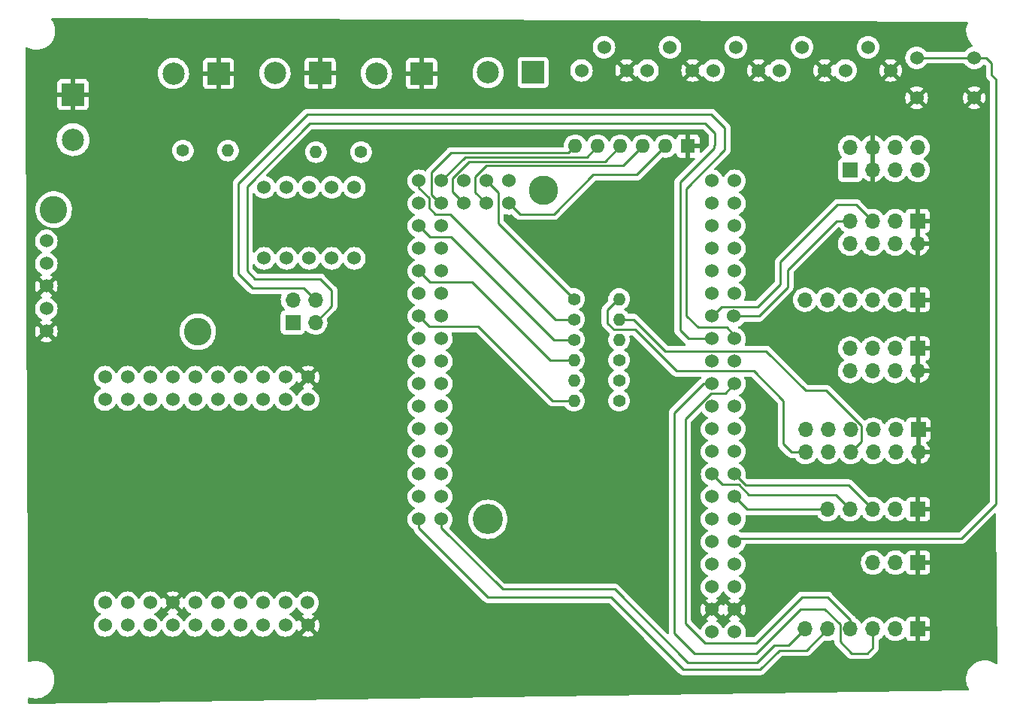
<source format=gbr>
%TF.GenerationSoftware,KiCad,Pcbnew,(6.0.0-0)*%
%TF.CreationDate,2022-02-22T22:18:14-05:00*%
%TF.ProjectId,LED_Controller_Without_Level_Shifter,4c45445f-436f-46e7-9472-6f6c6c65725f,1.0*%
%TF.SameCoordinates,Original*%
%TF.FileFunction,Copper,L4,Bot*%
%TF.FilePolarity,Positive*%
%FSLAX46Y46*%
G04 Gerber Fmt 4.6, Leading zero omitted, Abs format (unit mm)*
G04 Created by KiCad (PCBNEW (6.0.0-0)) date 2022-02-22 22:18:14*
%MOMM*%
%LPD*%
G01*
G04 APERTURE LIST*
%TA.AperFunction,ComponentPad*%
%ADD10C,1.524000*%
%TD*%
%TA.AperFunction,ComponentPad*%
%ADD11C,3.400000*%
%TD*%
%TA.AperFunction,ComponentPad*%
%ADD12C,3.300000*%
%TD*%
%TA.AperFunction,ComponentPad*%
%ADD13R,2.500000X2.500000*%
%TD*%
%TA.AperFunction,ComponentPad*%
%ADD14C,2.500000*%
%TD*%
%TA.AperFunction,ComponentPad*%
%ADD15R,1.700000X1.700000*%
%TD*%
%TA.AperFunction,ComponentPad*%
%ADD16O,1.700000X1.700000*%
%TD*%
%TA.AperFunction,ComponentPad*%
%ADD17C,1.400000*%
%TD*%
%TA.AperFunction,ComponentPad*%
%ADD18O,1.400000X1.400000*%
%TD*%
%TA.AperFunction,ComponentPad*%
%ADD19R,1.600000X1.600000*%
%TD*%
%TA.AperFunction,ComponentPad*%
%ADD20O,1.600000X1.600000*%
%TD*%
%TA.AperFunction,ComponentPad*%
%ADD21C,3.100000*%
%TD*%
%TA.AperFunction,Conductor*%
%ADD22C,0.250000*%
%TD*%
G04 APERTURE END LIST*
D10*
%TO.P,RV5,1,1*%
%TO.N,GND*%
X178452500Y-67935000D03*
%TO.P,RV5,2,2*%
%TO.N,TRIM4*%
X175912500Y-65325000D03*
%TO.P,RV5,3,3*%
%TO.N,+5V*%
X173372500Y-67935000D03*
%TD*%
%TO.P,U4,75,3V-2*%
%TO.N,unconnected-(U4-Pad75)*%
X165770000Y-123550000D03*
%TO.P,U4,74,3V*%
%TO.N,unconnected-(U4-Pad74)*%
X168310000Y-123550000D03*
%TO.P,U4,0,RX*%
%TO.N,TX0*%
X165770000Y-118470000D03*
%TO.P,U4,1,TX*%
%TO.N,RX0*%
X168310000Y-118470000D03*
%TO.P,U4,2,D2*%
%TO.N,OE*%
X165770000Y-115930000D03*
%TO.P,U4,3,D3*%
%TO.N,DP_DATA_IN*%
X168310000Y-115930000D03*
%TO.P,U4,4,D4*%
%TO.N,DP_CLOCK*%
X165780000Y-113390000D03*
%TO.P,U4,5,D5*%
%TO.N,DP_LOAD*%
X168310000Y-113390000D03*
%TO.P,U4,6,D6*%
%TO.N,unconnected-(U4-Pad6)*%
X165770000Y-110850000D03*
%TO.P,U4,7,D7*%
%TO.N,unconnected-(U4-Pad7)*%
X168310000Y-110850000D03*
%TO.P,U4,8,D8*%
%TO.N,unconnected-(U4-Pad8)*%
X165770000Y-108310000D03*
%TO.P,U4,9,D9*%
%TO.N,unconnected-(U4-Pad9)*%
X168310000Y-108310000D03*
%TO.P,U4,10,D10*%
%TO.N,unconnected-(U4-Pad10)*%
X165770000Y-105770000D03*
%TO.P,U4,11,D11*%
%TO.N,unconnected-(U4-Pad11)*%
X168310000Y-105770000D03*
%TO.P,U4,12,D12*%
%TO.N,VU_STROBE*%
X165770000Y-103230000D03*
%TO.P,U4,13,D13*%
%TO.N,VU_RESET*%
X168310000Y-103230000D03*
%TO.P,U4,14,D14*%
%TO.N,unconnected-(U4-Pad14)*%
X165770000Y-100690000D03*
%TO.P,U4,15,D15*%
%TO.N,unconnected-(U4-Pad15)*%
X168310000Y-100690000D03*
%TO.P,U4,16,D16*%
%TO.N,LOGIC_2560_RX*%
X165770000Y-98150000D03*
%TO.P,U4,17,D17*%
%TO.N,LOGIC_2560_TX*%
X168310000Y-98150000D03*
%TO.P,U4,18,D18*%
%TO.N,TX1*%
X165780000Y-95610000D03*
%TO.P,U4,19,D19*%
%TO.N,RX1*%
X168230000Y-95610000D03*
%TO.P,U4,20,D20*%
%TO.N,SDA*%
X165780000Y-93070000D03*
%TO.P,U4,21,D21*%
%TO.N,SCL*%
X168310000Y-93070000D03*
%TO.P,U4,22,D22*%
%TO.N,unconnected-(U4-Pad22)*%
X165770000Y-90530000D03*
%TO.P,U4,23,D23*%
%TO.N,unconnected-(U4-Pad23)*%
X168310000Y-90530000D03*
%TO.P,U4,24,D24*%
%TO.N,unconnected-(U4-Pad24)*%
X165770000Y-87990000D03*
%TO.P,U4,71,VIN2*%
%TO.N,+5V*%
X168310000Y-131170000D03*
%TO.P,U4,62,GND*%
%TO.N,GND*%
X168310000Y-128630000D03*
D11*
%TO.P,U4,24.52*%
%TO.N,N/C*%
X140530000Y-118470000D03*
D12*
%TO.P,U4,24.53*%
X146820000Y-81440000D03*
D10*
%TO.P,U4,25,D25*%
%TO.N,unconnected-(U4-Pad25)*%
X168310000Y-87990000D03*
%TO.P,U4,26,D26*%
%TO.N,unconnected-(U4-Pad26)*%
X165770000Y-85450000D03*
%TO.P,U4,27,D27*%
%TO.N,unconnected-(U4-Pad27)*%
X168310000Y-85450000D03*
%TO.P,U4,28,D28*%
%TO.N,unconnected-(U4-Pad28)*%
X165770000Y-82910000D03*
%TO.P,U4,29,D29*%
%TO.N,unconnected-(U4-Pad29)*%
X168310000Y-82910000D03*
%TO.P,U4,30,D30*%
%TO.N,MAINT_DATA*%
X165770000Y-80370000D03*
%TO.P,U4,31,D31*%
%TO.N,unconnected-(U4-Pad31)*%
X168310000Y-80370000D03*
%TO.P,U4,32,D32*%
%TO.N,MAINT_CLOCK*%
X132750000Y-98150000D03*
%TO.P,U4,33,D33*%
%TO.N,unconnected-(U4-Pad33)*%
X135290000Y-98150000D03*
%TO.P,U4,34,D34*%
%TO.N,LDP_DATA*%
X132750000Y-95610000D03*
%TO.P,U4,35,D35*%
%TO.N,unconnected-(U4-Pad35)*%
X135290000Y-95610000D03*
%TO.P,U4,36,D36*%
%TO.N,LDP_CLOCK*%
X132750000Y-93070000D03*
%TO.P,U4,37,D37*%
%TO.N,unconnected-(U4-Pad37)*%
X135290000Y-93070000D03*
%TO.P,U4,38,D38*%
%TO.N,CS1_DATA*%
X132750000Y-90530000D03*
%TO.P,U4,39,D39*%
%TO.N,unconnected-(U4-Pad39)*%
X135290000Y-90530000D03*
%TO.P,U4,40,D40*%
%TO.N,CS1_CLOCK*%
X132750000Y-87990000D03*
%TO.P,U4,41,D41*%
%TO.N,unconnected-(U4-Pad41)*%
X135290000Y-87990000D03*
%TO.P,U4,42,D42*%
%TO.N,CS2_DATA*%
X132750000Y-85450000D03*
%TO.P,U4,43,D43*%
%TO.N,unconnected-(U4-Pad43)*%
X135290000Y-85450000D03*
%TO.P,U4,44,D44*%
%TO.N,CS2_CLOCK*%
X132750000Y-82910000D03*
%TO.P,U4,45,D45*%
%TO.N,JUMPER5*%
X135290000Y-82910000D03*
%TO.P,U4,46,D46*%
%TO.N,VU1_DATA*%
X132750000Y-80370000D03*
%TO.P,U4,47,D47*%
%TO.N,JUMPER4*%
X135290000Y-80370000D03*
%TO.P,U4,48,D48*%
%TO.N,VU1_CLOCK*%
X137840000Y-80370000D03*
%TO.P,U4,49,D49*%
%TO.N,JUMPER3*%
X137830000Y-82910000D03*
%TO.P,U4,50,D50*%
%TO.N,VU2_DATA*%
X140370000Y-80370000D03*
%TO.P,U4,51,D51*%
%TO.N,JUMPER2*%
X140370000Y-82910000D03*
%TO.P,U4,52,D52*%
%TO.N,VU2_CLOCK*%
X142910000Y-80370000D03*
%TO.P,U4,53,D53*%
%TO.N,JUMPER1*%
X142910000Y-82910000D03*
%TO.P,U4,63,GND*%
%TO.N,GND*%
X165770000Y-128630000D03*
%TO.P,U4,70,VIN*%
%TO.N,+5V*%
X165770000Y-131170000D03*
%TO.P,U4,72,5V*%
%TO.N,unconnected-(U4-Pad72)*%
X165770000Y-126090000D03*
%TO.P,U4,73,5V-2*%
%TO.N,unconnected-(U4-Pad73)*%
X168310000Y-126090000D03*
%TO.P,U4,104,AREF*%
%TO.N,unconnected-(U4-Pad104)*%
X165770000Y-121010000D03*
%TO.P,U4,105,RST*%
%TO.N,RESET*%
X168310000Y-121010000D03*
%TO.P,U4,200,A0*%
%TO.N,SPECTRUM_LEFT*%
X132750000Y-118470000D03*
%TO.P,U4,201,A1*%
%TO.N,SPECTRUM_RIGHT*%
X135290000Y-118470000D03*
%TO.P,U4,202,A2*%
%TO.N,TRIM1*%
X132750000Y-115930000D03*
%TO.P,U4,203,A3*%
%TO.N,TRIM2*%
X135290000Y-115930000D03*
%TO.P,U4,204,A4*%
%TO.N,TRIM3*%
X132750000Y-113390000D03*
%TO.P,U4,205,A5*%
%TO.N,TRIM4*%
X135290000Y-113390000D03*
%TO.P,U4,206,A6*%
%TO.N,TRIM5*%
X132750000Y-110850000D03*
%TO.P,U4,207,A7*%
%TO.N,BATTERY_LEVEL*%
X135290000Y-110850000D03*
%TO.P,U4,208,A8*%
%TO.N,EXT_MIC*%
X132750000Y-108310000D03*
%TO.P,U4,209,A9*%
%TO.N,unconnected-(U4-Pad209)*%
X135290000Y-108310000D03*
%TO.P,U4,210,A10*%
%TO.N,unconnected-(U4-Pad210)*%
X132750000Y-105770000D03*
%TO.P,U4,211,A11*%
%TO.N,unconnected-(U4-Pad211)*%
X135290000Y-105770000D03*
%TO.P,U4,212,A12*%
%TO.N,unconnected-(U4-Pad212)*%
X132750000Y-103230000D03*
%TO.P,U4,213,A13*%
%TO.N,unconnected-(U4-Pad213)*%
X135290000Y-103230000D03*
%TO.P,U4,214,A14*%
%TO.N,unconnected-(U4-Pad214)*%
X132750000Y-100690000D03*
%TO.P,U4,215,A15*%
%TO.N,unconnected-(U4-Pad215)*%
X135290000Y-100690000D03*
%TD*%
D13*
%TO.P,J1,1,Pin_1*%
%TO.N,GND*%
X93790000Y-70645000D03*
D14*
%TO.P,J1,2,Pin_2*%
%TO.N,+12V*%
X93790000Y-75725000D03*
%TD*%
D13*
%TO.P,J2,1,Pin_1*%
%TO.N,GND*%
X110180000Y-68280000D03*
D14*
%TO.P,J2,2,Pin_2*%
%TO.N,+5V*%
X105100000Y-68280000D03*
%TD*%
D13*
%TO.P,J3,1,Pin_1*%
%TO.N,GND*%
X133045000Y-68280000D03*
D14*
%TO.P,J3,2,Pin_2*%
%TO.N,+5V*%
X127965000Y-68280000D03*
%TD*%
D13*
%TO.P,J4,1,Pin_1*%
%TO.N,GND*%
X121615000Y-68254000D03*
D14*
%TO.P,J4,2,Pin_2*%
%TO.N,+5V*%
X116535000Y-68254000D03*
%TD*%
D15*
%TO.P,J5,1,Pin_1*%
%TO.N,GND*%
X188930000Y-99250000D03*
D16*
%TO.P,J5,2,Pin_2*%
X188930000Y-101790000D03*
%TO.P,J5,3,Pin_3*%
%TO.N,+5V*%
X186390000Y-99250000D03*
%TO.P,J5,4,Pin_4*%
X186390000Y-101790000D03*
%TO.P,J5,5,Pin_5*%
%TO.N,LDP_CLOCK*%
X183850000Y-99250000D03*
%TO.P,J5,6,Pin_6*%
%TO.N,MAINT_CLOCK*%
X183850000Y-101790000D03*
%TO.P,J5,7,Pin_7*%
%TO.N,/H-R1_LD*%
X181310000Y-99250000D03*
%TO.P,J5,8,Pin_8*%
%TO.N,/H-R2-MD*%
X181310000Y-101790000D03*
%TD*%
D15*
%TO.P,J6,1,Pin_1*%
%TO.N,GND*%
X189000000Y-108380000D03*
D16*
%TO.P,J6,2,Pin_2*%
X189000000Y-110920000D03*
%TO.P,J6,3,Pin_3*%
%TO.N,+5V*%
X186460000Y-108380000D03*
%TO.P,J6,4,Pin_4*%
X186460000Y-110920000D03*
%TO.P,J6,5,Pin_5*%
%TO.N,CS1_CLOCK*%
X183920000Y-108380000D03*
%TO.P,J6,6,Pin_6*%
%TO.N,VU1_CLOCK*%
X183920000Y-110920000D03*
%TO.P,J6,7,Pin_7*%
%TO.N,/H-R3_C1D*%
X181380000Y-108380000D03*
%TO.P,J6,8,Pin_8*%
%TO.N,/H-R4_V1D*%
X181380000Y-110920000D03*
%TO.P,J6,9,Pin_9*%
%TO.N,CS2_CLOCK*%
X178840000Y-108380000D03*
%TO.P,J6,10,Pin_10*%
%TO.N,VU2_CLOCK*%
X178840000Y-110920000D03*
%TO.P,J6,11,Pin_11*%
%TO.N,/H-R5_C2D*%
X176300000Y-108380000D03*
%TO.P,J6,12,Pin_12*%
%TO.N,/H-R6_V2D*%
X176300000Y-110920000D03*
%TD*%
D15*
%TO.P,J7,1,Pin_1*%
%TO.N,GND*%
X188976000Y-117334000D03*
D16*
%TO.P,J7,2,Pin_2*%
%TO.N,+5V*%
X186436000Y-117334000D03*
%TO.P,J7,3,Pin_3*%
%TO.N,DP_LOAD*%
X183896000Y-117334000D03*
%TO.P,J7,4,Pin_4*%
%TO.N,DP_CLOCK*%
X181356000Y-117334000D03*
%TO.P,J7,5,Pin_5*%
%TO.N,DP_DATA_IN*%
X178816000Y-117334000D03*
%TD*%
D15*
%TO.P,J8,1,Pin_1*%
%TO.N,GND*%
X188976000Y-130810000D03*
D16*
%TO.P,J8,2,Pin_2*%
%TO.N,+5V*%
X186436000Y-130810000D03*
%TO.P,J8,3,Pin_3*%
%TO.N,VU_STROBE*%
X183896000Y-130810000D03*
%TO.P,J8,4,Pin_4*%
%TO.N,VU_RESET*%
X181356000Y-130810000D03*
%TO.P,J8,5,Pin_5*%
%TO.N,SPECTRUM_LEFT*%
X178816000Y-130810000D03*
%TO.P,J8,6,Pin_6*%
%TO.N,SPECTRUM_RIGHT*%
X176276000Y-130810000D03*
%TD*%
D15*
%TO.P,J9,1,Pin_1*%
%TO.N,+5V*%
X181320000Y-79145000D03*
D16*
%TO.P,J9,2,Pin_2*%
X181320000Y-76605000D03*
%TO.P,J9,3,Pin_3*%
%TO.N,GND*%
X183860000Y-79145000D03*
%TO.P,J9,4,Pin_4*%
X183860000Y-76605000D03*
%TO.P,J9,5,Pin_5*%
%TO.N,SCL*%
X186400000Y-79145000D03*
%TO.P,J9,6,Pin_6*%
X186400000Y-76605000D03*
%TO.P,J9,7,Pin_7*%
%TO.N,SDA*%
X188940000Y-79145000D03*
%TO.P,J9,8,Pin_8*%
X188940000Y-76605000D03*
%TD*%
D15*
%TO.P,J10,1,Pin_1*%
%TO.N,GND*%
X188920000Y-84885000D03*
D16*
%TO.P,J10,2,Pin_2*%
X188920000Y-87425000D03*
%TO.P,J10,3,Pin_3*%
%TO.N,+5V*%
X186380000Y-84885000D03*
%TO.P,J10,4,Pin_4*%
X186380000Y-87425000D03*
%TO.P,J10,5,Pin_5*%
%TO.N,TX1*%
X183840000Y-84885000D03*
%TO.P,J10,6,Pin_6*%
%TO.N,TX0*%
X183840000Y-87425000D03*
%TO.P,J10,7,Pin_7*%
%TO.N,RX1*%
X181300000Y-84885000D03*
%TO.P,J10,8,Pin_8*%
%TO.N,RX0*%
X181300000Y-87425000D03*
%TD*%
D15*
%TO.P,J11,1,Pin_1*%
%TO.N,GND*%
X188951000Y-93751000D03*
D16*
%TO.P,J11,2,Pin_2*%
%TO.N,OE*%
X186411000Y-93751000D03*
%TO.P,J11,3,Pin_3*%
%TO.N,SCL*%
X183871000Y-93751000D03*
%TO.P,J11,4,Pin_4*%
%TO.N,SDA*%
X181331000Y-93751000D03*
%TO.P,J11,5,Pin_5*%
%TO.N,+5V*%
X178791000Y-93751000D03*
%TO.P,J11,6,Pin_6*%
X176251000Y-93751000D03*
%TD*%
D17*
%TO.P,R2,1*%
%TO.N,/H-R2-MD*%
X155290000Y-102822000D03*
D18*
%TO.P,R2,2*%
%TO.N,MAINT_DATA*%
X150210000Y-102822000D03*
%TD*%
D17*
%TO.P,R3,1*%
%TO.N,/H-R3_C1D*%
X155290000Y-100534000D03*
D18*
%TO.P,R3,2*%
%TO.N,CS1_DATA*%
X150210000Y-100534000D03*
%TD*%
D17*
%TO.P,R4,1*%
%TO.N,CS2_DATA*%
X150210000Y-98246000D03*
D18*
%TO.P,R4,2*%
%TO.N,/H-R5_C2D*%
X155290000Y-98246000D03*
%TD*%
D17*
%TO.P,R5,1*%
%TO.N,VU1_DATA*%
X150210000Y-95958000D03*
D18*
%TO.P,R5,2*%
%TO.N,/H-R4_V1D*%
X155290000Y-95958000D03*
%TD*%
D17*
%TO.P,R6,1*%
%TO.N,VU2_DATA*%
X150210000Y-93670000D03*
D18*
%TO.P,R6,2*%
%TO.N,/H-R6_V2D*%
X155290000Y-93670000D03*
%TD*%
D19*
%TO.P,RN1,1,common*%
%TO.N,GND*%
X163068000Y-76454000D03*
D20*
%TO.P,RN1,2,R1*%
%TO.N,JUMPER1*%
X160528000Y-76454000D03*
%TO.P,RN1,3,R2*%
%TO.N,JUMPER2*%
X157988000Y-76454000D03*
%TO.P,RN1,4,R3*%
%TO.N,JUMPER3*%
X155448000Y-76454000D03*
%TO.P,RN1,5,R4*%
%TO.N,JUMPER4*%
X152908000Y-76454000D03*
%TO.P,RN1,6,R5*%
%TO.N,JUMPER5*%
X150368000Y-76454000D03*
%TD*%
D10*
%TO.P,U1,0,En*%
%TO.N,unconnected-(U1-Pad0)*%
X90780000Y-87130000D03*
%TO.P,U1,1,VIN*%
%TO.N,+12V*%
X90780000Y-89670000D03*
%TO.P,U1,2,GND*%
%TO.N,GND*%
X90780000Y-92210000D03*
%TO.P,U1,3*%
%TO.N,N/C*%
X90780000Y-94750000D03*
%TO.P,U1,4,GND*%
%TO.N,GND*%
X90780000Y-97290000D03*
D21*
%TO.P,U1,5,VOut*%
%TO.N,N/C*%
X91610000Y-83600000D03*
%TO.P,U1,6*%
X107838800Y-97361200D03*
%TD*%
D10*
%TO.P,U2,0,GPIO0*%
%TO.N,unconnected-(U2-Pad0)*%
X105015400Y-130406600D03*
%TO.P,U2,1,Tx0*%
%TO.N,unconnected-(U2-Pad1)*%
X120205400Y-127866600D03*
%TO.P,U2,2,GPIO2*%
%TO.N,unconnected-(U2-Pad2)*%
X102475400Y-130406600D03*
%TO.P,U2,3,Rx0*%
%TO.N,unconnected-(U2-Pad3)*%
X117715400Y-127866600D03*
%TO.P,U2,4,GPIO4*%
%TO.N,unconnected-(U2-Pad4)*%
X107555400Y-130406600D03*
%TO.P,U2,5,GPIO5*%
%TO.N,unconnected-(U2-Pad5)*%
X105015400Y-105000600D03*
%TO.P,U2,18,GPIO18*%
%TO.N,unconnected-(U2-Pad18)*%
X112635400Y-105000600D03*
%TO.P,U2,19,GPIO19*%
%TO.N,unconnected-(U2-Pad19)*%
X110095400Y-105000600D03*
%TO.P,U2,21,GPIO21*%
%TO.N,unconnected-(U2-Pad21)*%
X112635400Y-127866600D03*
%TO.P,U2,22,GPIO22*%
%TO.N,unconnected-(U2-Pad22)*%
X115175400Y-127866600D03*
%TO.P,U2,23,GPIO23*%
%TO.N,unconnected-(U2-Pad23)*%
X107555400Y-105000600D03*
%TO.P,U2,25,GPIO25*%
%TO.N,unconnected-(U2-Pad25)*%
X107555400Y-127866600D03*
%TO.P,U2,26,GPIO26*%
%TO.N,unconnected-(U2-Pad26)*%
X115175400Y-105000600D03*
%TO.P,U2,27,GPIO27*%
%TO.N,unconnected-(U2-Pad27)*%
X110095400Y-127866600D03*
%TO.P,U2,32,GPIO32*%
%TO.N,unconnected-(U2-Pad32)*%
X112635400Y-130406600D03*
%TO.P,U2,33,GPIO33*%
%TO.N,unconnected-(U2-Pad33)*%
X110095400Y-102460600D03*
%TO.P,U2,34,GPIO34*%
%TO.N,unconnected-(U2-Pad34)*%
X107555400Y-102460600D03*
%TO.P,U2,35,GPIO35*%
%TO.N,unconnected-(U2-Pad35)*%
X112635400Y-102460600D03*
%TO.P,U2,39,VN*%
%TO.N,unconnected-(U2-Pad39)*%
X115175400Y-102460600D03*
%TO.P,U2,60,GND*%
%TO.N,GND*%
X105015400Y-127866600D03*
%TO.P,U2,61,GND*%
X120255400Y-130406600D03*
%TO.P,U2,62,GND*%
X120255400Y-102460600D03*
%TO.P,U2,70,5V*%
%TO.N,+5V*%
X102475400Y-127866600D03*
%TO.P,U2,71,3V3*%
%TO.N,3.3V*%
X102475400Y-105000600D03*
%TO.P,U2,80,TDO*%
%TO.N,unconnected-(U2-Pad80)*%
X99935400Y-127866600D03*
%TO.P,U2,81,SD0*%
%TO.N,unconnected-(U2-Pad81)*%
X97395400Y-127866600D03*
%TO.P,U2,82,TDI*%
%TO.N,unconnected-(U2-Pad82)*%
X110095400Y-130406600D03*
%TO.P,U2,83,SD1*%
%TO.N,unconnected-(U2-Pad83)*%
X99935400Y-130406600D03*
%TO.P,U2,84,CLK*%
%TO.N,unconnected-(U2-Pad84)*%
X97395400Y-130406600D03*
%TO.P,U2,85,RST*%
%TO.N,unconnected-(U2-Pad85)*%
X120255400Y-105000600D03*
%TO.P,U2,86,VP*%
%TO.N,unconnected-(U2-Pad86)*%
X117715400Y-105000600D03*
%TO.P,U2,87,TCK*%
%TO.N,unconnected-(U2-Pad87)*%
X99935400Y-105000600D03*
%TO.P,U2,88,SD3*%
%TO.N,unconnected-(U2-Pad88)*%
X97395400Y-105000600D03*
%TO.P,U2,89,NC*%
%TO.N,unconnected-(U2-Pad89)*%
X117715400Y-102460600D03*
%TO.P,U2,90,TMS*%
%TO.N,unconnected-(U2-Pad90)*%
X105015400Y-102460600D03*
%TO.P,U2,91,NC*%
%TO.N,unconnected-(U2-Pad91)*%
X102475400Y-102460600D03*
%TO.P,U2,92,SD2*%
%TO.N,unconnected-(U2-Pad92)*%
X99935400Y-102460600D03*
%TO.P,U2,93,CMD*%
%TO.N,unconnected-(U2-Pad93)*%
X97395400Y-102460600D03*
%TO.P,U2,251,GPIO25_1*%
%TO.N,ESP_LOGIC_RX*%
X115175400Y-130406600D03*
%TO.P,U2,271,GPIO27_1*%
%TO.N,ESP_LOGIC_TX*%
X117715400Y-130406600D03*
%TD*%
D17*
%TO.P,R1,1*%
%TO.N,/H-R1_LD*%
X155290000Y-105110000D03*
D18*
%TO.P,R1,2*%
%TO.N,LDP_DATA*%
X150210000Y-105110000D03*
%TD*%
D10*
%TO.P,SW1,1*%
%TO.N,JUMPER5*%
X125476000Y-89091000D03*
%TO.P,SW1,2*%
%TO.N,JUMPER4*%
X122936000Y-89091000D03*
%TO.P,SW1,3*%
%TO.N,JUMPER3*%
X120396000Y-89091000D03*
%TO.P,SW1,4*%
%TO.N,JUMPER2*%
X117856000Y-89091000D03*
%TO.P,SW1,5*%
%TO.N,JUMPER1*%
X115316000Y-89091000D03*
%TO.P,SW1,6*%
%TO.N,+5V*%
X115316000Y-81089000D03*
%TO.P,SW1,7*%
X117856000Y-81089000D03*
%TO.P,SW1,8*%
X120396000Y-81089000D03*
%TO.P,SW1,9*%
X122936000Y-81089000D03*
%TO.P,SW1,10*%
X125476000Y-81089000D03*
%TD*%
%TO.P,SW2,1,1*%
%TO.N,GND*%
X188820000Y-71020000D03*
%TO.P,SW2,2,2*%
%TO.N,RESET*%
X188820000Y-66520000D03*
%TO.P,SW2,3,3*%
%TO.N,GND*%
X195320000Y-71020000D03*
%TO.P,SW2,4,4*%
%TO.N,RESET*%
X195320000Y-66520000D03*
%TD*%
%TO.P,RV1,1,1*%
%TO.N,GND*%
X156140000Y-67935000D03*
%TO.P,RV1,2,2*%
%TO.N,TRIM1*%
X153600000Y-65325000D03*
%TO.P,RV1,3,3*%
%TO.N,+5V*%
X151060000Y-67935000D03*
%TD*%
%TO.P,RV2,1,1*%
%TO.N,GND*%
X171015000Y-67935000D03*
%TO.P,RV2,2,2*%
%TO.N,TRIM3*%
X168475000Y-65325000D03*
%TO.P,RV2,3,3*%
%TO.N,+5V*%
X165935000Y-67935000D03*
%TD*%
%TO.P,RV3,1,1*%
%TO.N,GND*%
X185890000Y-67935000D03*
%TO.P,RV3,2,2*%
%TO.N,TRIM5*%
X183350000Y-65325000D03*
%TO.P,RV3,3,3*%
%TO.N,+5V*%
X180810000Y-67935000D03*
%TD*%
%TO.P,RV4,1,1*%
%TO.N,GND*%
X163577500Y-67935000D03*
%TO.P,RV4,2,2*%
%TO.N,TRIM2*%
X161037500Y-65325000D03*
%TO.P,RV4,3,3*%
%TO.N,+5V*%
X158497500Y-67935000D03*
%TD*%
D15*
%TO.P,J13,1,Pin_1*%
%TO.N,ESP_LOGIC_RX*%
X118545000Y-96315000D03*
D16*
%TO.P,J13,2,Pin_2*%
%TO.N,ESP_LOGIC_TX*%
X118545000Y-93775000D03*
%TO.P,J13,3,Pin_3*%
%TO.N,LOGIC_2560_RX*%
X121085000Y-96315000D03*
%TO.P,J13,4,Pin_4*%
%TO.N,LOGIC_2560_TX*%
X121085000Y-93775000D03*
%TD*%
D15*
%TO.P,J13,1,Pin_1*%
%TO.N,GND*%
X188975000Y-123340000D03*
D16*
%TO.P,J13,2,Pin_2*%
%TO.N,+5V*%
X186435000Y-123340000D03*
%TO.P,J13,3,Pin_3*%
%TO.N,EXT_MIC*%
X183895000Y-123340000D03*
%TD*%
D17*
%TO.P,R7,1*%
%TO.N,BATTERY_LEVEL*%
X106172000Y-76962000D03*
D18*
%TO.P,R7,2*%
%TO.N,POS*%
X111252000Y-76962000D03*
%TD*%
D17*
%TO.P,R8,1*%
%TO.N,NEG*%
X126238000Y-77140000D03*
D18*
%TO.P,R8,2*%
%TO.N,BATTERY_LEVEL*%
X121158000Y-77140000D03*
%TD*%
D13*
%TO.P,J12,1,Pin_1*%
%TO.N,POS*%
X145625000Y-68170000D03*
D14*
%TO.P,J12,2,Pin_2*%
%TO.N,NEG*%
X140545000Y-68170000D03*
%TD*%
D22*
%TO.N,LDP_DATA*%
X150210000Y-105110000D02*
X147780000Y-105110000D01*
X147780000Y-105110000D02*
X139430000Y-96760000D01*
X133900000Y-96760000D02*
X132750000Y-95610000D01*
X139430000Y-96760000D02*
X133900000Y-96760000D01*
%TO.N,SPECTRUM_LEFT*%
X132760000Y-119470000D02*
X132760000Y-118480000D01*
X132760000Y-118480000D02*
X132750000Y-118470000D01*
%TO.N,SPECTRUM_RIGHT*%
X135300000Y-119470000D02*
X135300000Y-118480000D01*
X135300000Y-118480000D02*
X135290000Y-118470000D01*
%TO.N,LOGIC_2560_RX*%
X114300000Y-91440000D02*
X113390000Y-90530000D01*
X121666000Y-91440000D02*
X114300000Y-91440000D01*
X113390000Y-90530000D02*
X113390000Y-80970000D01*
X113390000Y-80970000D02*
X120430480Y-73929520D01*
X122936000Y-92710000D02*
X121666000Y-91440000D01*
X166020000Y-76370000D02*
X166020000Y-76660000D01*
X162150000Y-97200000D02*
X163100000Y-98150000D01*
X120430480Y-73929520D02*
X165009520Y-73929520D01*
X166020000Y-76660000D02*
X162150000Y-80530000D01*
X165009520Y-73929520D02*
X166080000Y-75000000D01*
X166080000Y-75000000D02*
X166080000Y-76310000D01*
X122936000Y-94464000D02*
X122936000Y-92710000D01*
X121085000Y-96315000D02*
X122936000Y-94464000D01*
X166080000Y-76310000D02*
X166020000Y-76370000D01*
X162150000Y-80530000D02*
X162150000Y-97200000D01*
X163100000Y-98150000D02*
X165770000Y-98150000D01*
%TO.N,LOGIC_2560_TX*%
X119766000Y-92456000D02*
X114046000Y-92456000D01*
X165688000Y-72898000D02*
X167200000Y-74410000D01*
X168310000Y-97760000D02*
X168310000Y-98150000D01*
X114046000Y-92456000D02*
X112420000Y-90830000D01*
X162880000Y-95560000D02*
X164180000Y-96860000D01*
X112420000Y-90830000D02*
X112420000Y-80670000D01*
X167200000Y-76900000D02*
X162880000Y-81220000D01*
X121085000Y-93775000D02*
X119766000Y-92456000D01*
X112420000Y-80670000D02*
X120192000Y-72898000D01*
X120192000Y-72898000D02*
X165688000Y-72898000D01*
X167200000Y-74410000D02*
X167200000Y-76900000D01*
X162880000Y-81220000D02*
X162880000Y-95560000D01*
X164180000Y-96860000D02*
X167410000Y-96860000D01*
X167410000Y-96860000D02*
X168310000Y-97760000D01*
%TO.N,/H-R4_V1D*%
X155290000Y-95958000D02*
X156918000Y-95958000D01*
X182554511Y-107893501D02*
X182554511Y-109745489D01*
X156918000Y-95958000D02*
X160510000Y-99550000D01*
X171861988Y-99550000D02*
X176300000Y-103988012D01*
X176300000Y-103988012D02*
X178649022Y-103988012D01*
X160510000Y-99550000D02*
X171861988Y-99550000D01*
X178649022Y-103988012D02*
X182554511Y-107893501D01*
X182554511Y-109745489D02*
X181380000Y-110920000D01*
%TO.N,RX1*%
X168230000Y-95610000D02*
X171040000Y-95610000D01*
X171040000Y-95610000D02*
X174298000Y-92352000D01*
X174298000Y-92352000D02*
X174298000Y-90370000D01*
X179783000Y-84885000D02*
X181300000Y-84885000D01*
X174298000Y-90370000D02*
X179783000Y-84885000D01*
%TO.N,TX1*%
X183840000Y-84885000D02*
X182013000Y-83058000D01*
X170946511Y-94523489D02*
X166866511Y-94523489D01*
X182013000Y-83058000D02*
X179922000Y-83058000D01*
X179922000Y-83058000D02*
X173482000Y-89498000D01*
X173482000Y-89498000D02*
X173482000Y-91988000D01*
X173482000Y-91988000D02*
X170946511Y-94523489D01*
X166866511Y-94523489D02*
X165522600Y-95867400D01*
%TO.N,/H-R6_V2D*%
X155290000Y-93670000D02*
X155190000Y-93670000D01*
X155190000Y-93670000D02*
X153970000Y-94890000D01*
X153970000Y-94890000D02*
X153970000Y-96390000D01*
X157110000Y-97120000D02*
X161766511Y-101776511D01*
X153970000Y-96390000D02*
X154700000Y-97120000D01*
X154700000Y-97120000D02*
X157110000Y-97120000D01*
X174740000Y-110920000D02*
X176300000Y-110920000D01*
X161766511Y-101776511D02*
X170456511Y-101776511D01*
X170456511Y-101776511D02*
X173790000Y-105110000D01*
X173790000Y-105110000D02*
X173790000Y-109970000D01*
X173790000Y-109970000D02*
X174740000Y-110920000D01*
%TO.N,VU_RESET*%
X168310000Y-103230000D02*
X167250000Y-104290000D01*
X166220049Y-104316511D02*
X165643489Y-104316511D01*
X162780000Y-107180000D02*
X162780000Y-130184282D01*
X164975718Y-132380000D02*
X170750000Y-132380000D01*
X178816000Y-127254000D02*
X181356000Y-129794000D01*
X167250000Y-104290000D02*
X166246560Y-104290000D01*
X166246560Y-104290000D02*
X166220049Y-104316511D01*
X162780000Y-130184282D02*
X164975718Y-132380000D01*
X175876000Y-127254000D02*
X178816000Y-127254000D01*
X165643489Y-104316511D02*
X162780000Y-107180000D01*
X170750000Y-132380000D02*
X175876000Y-127254000D01*
X181356000Y-129794000D02*
X181356000Y-130810000D01*
%TO.N,VU_STROBE*%
X161544000Y-106466000D02*
X161544000Y-131318000D01*
X164780000Y-103230000D02*
X161544000Y-106466000D01*
X180181489Y-132241489D02*
X181500000Y-133560000D01*
X181500000Y-133560000D02*
X183250000Y-133560000D01*
X178477988Y-128620000D02*
X180181489Y-130323501D01*
X163830000Y-133604000D02*
X170716000Y-133604000D01*
X161544000Y-131318000D02*
X163830000Y-133604000D01*
X165770000Y-103230000D02*
X164780000Y-103230000D01*
X170716000Y-133604000D02*
X175700000Y-128620000D01*
X175700000Y-128620000D02*
X178477988Y-128620000D01*
X183250000Y-133560000D02*
X183896000Y-132914000D01*
X183896000Y-132914000D02*
X183896000Y-130810000D01*
X180181489Y-130323501D02*
X180181489Y-132241489D01*
%TO.N,RESET*%
X194910000Y-66520000D02*
X196650000Y-66520000D01*
X196650000Y-66520000D02*
X197250000Y-67120000D01*
X197250000Y-67120000D02*
X197250000Y-68450000D01*
X197250000Y-68450000D02*
X197740000Y-68940000D01*
X197740000Y-68940000D02*
X197740000Y-116710000D01*
X197740000Y-116710000D02*
X193860000Y-120590000D01*
X193860000Y-120590000D02*
X168730000Y-120590000D01*
X168730000Y-120590000D02*
X168062600Y-121257400D01*
%TO.N,DP_DATA_IN*%
X168310000Y-115930000D02*
X169714000Y-117334000D01*
X169714000Y-117334000D02*
X178816000Y-117334000D01*
%TO.N,DP_CLOCK*%
X169913911Y-115703911D02*
X168760000Y-114550000D01*
X166940000Y-114550000D02*
X165780000Y-113390000D01*
X179725911Y-115703911D02*
X169913911Y-115703911D01*
X168760000Y-114550000D02*
X166940000Y-114550000D01*
%TO.N,DP_LOAD*%
X183896000Y-117334000D02*
X181179400Y-114617400D01*
X181179400Y-114617400D02*
X169537400Y-114617400D01*
X169537400Y-114617400D02*
X168310000Y-113390000D01*
%TO.N,JUMPER2*%
X157988000Y-76454000D02*
X155782480Y-78659520D01*
X155782480Y-78659520D02*
X140350480Y-78659520D01*
X139106089Y-79903911D02*
X139106089Y-81646089D01*
X140350480Y-78659520D02*
X139106089Y-79903911D01*
X139106089Y-81646089D02*
X140192600Y-82732600D01*
%TO.N,JUMPER3*%
X155448000Y-76454000D02*
X153692000Y-78210000D01*
X153692000Y-78210000D02*
X138430000Y-78210000D01*
X138430000Y-78210000D02*
X136530000Y-80110000D01*
X136530000Y-80110000D02*
X136530000Y-81610000D01*
X136530000Y-81610000D02*
X137652600Y-82732600D01*
%TO.N,JUMPER4*%
X152908000Y-76454000D02*
X151696480Y-77665520D01*
X151696480Y-77665520D02*
X137994480Y-77665520D01*
X137994480Y-77665520D02*
X135300000Y-80360000D01*
%TO.N,VU1_DATA*%
X150210000Y-95958000D02*
X148098000Y-95958000D01*
X133880000Y-83400000D02*
X133880000Y-82285718D01*
X148098000Y-95958000D02*
X136260000Y-84120000D01*
X133880000Y-82285718D02*
X132750000Y-81155718D01*
X136260000Y-84120000D02*
X134600000Y-84120000D01*
X134600000Y-84120000D02*
X133880000Y-83400000D01*
X132750000Y-81155718D02*
X132750000Y-80370000D01*
%TO.N,JUMPER1*%
X160528000Y-76454000D02*
X157292000Y-79690000D01*
X147942600Y-84137400D02*
X144137400Y-84137400D01*
X157292000Y-79690000D02*
X152390000Y-79690000D01*
X152390000Y-79690000D02*
X147942600Y-84137400D01*
X144137400Y-84137400D02*
X142910000Y-82910000D01*
%TO.N,VU2_DATA*%
X150210000Y-93670000D02*
X141680000Y-85140000D01*
X141680000Y-85140000D02*
X141680000Y-81680000D01*
X141680000Y-81680000D02*
X140370000Y-80370000D01*
%TO.N,JUMPER5*%
X150368000Y-76454000D02*
X149606000Y-77216000D01*
X149606000Y-77216000D02*
X136384000Y-77216000D01*
X136384000Y-77216000D02*
X134203489Y-79396511D01*
X134203489Y-79396511D02*
X134203489Y-81973489D01*
X134203489Y-81973489D02*
X135300000Y-83070000D01*
%TO.N,CS2_DATA*%
X150210000Y-98246000D02*
X147936000Y-98246000D01*
X147936000Y-98246000D02*
X136390000Y-86700000D01*
X136390000Y-86700000D02*
X134000000Y-86700000D01*
X134000000Y-86700000D02*
X132750000Y-85450000D01*
%TO.N,CS1_DATA*%
X150210000Y-100534000D02*
X147524000Y-100534000D01*
X147524000Y-100534000D02*
X138750000Y-91760000D01*
X138750000Y-91760000D02*
X133980000Y-91760000D01*
X133980000Y-91760000D02*
X132750000Y-90530000D01*
%TO.N,DP_CLOCK*%
X181356000Y-117334000D02*
X179725911Y-115703911D01*
%TO.N,SPECTRUM_RIGHT*%
X174416000Y-132670000D02*
X172800000Y-132670000D01*
X176276000Y-130810000D02*
X174416000Y-132670000D01*
X170850000Y-134620000D02*
X163068000Y-134620000D01*
X154788000Y-126340000D02*
X142180000Y-126340000D01*
X172800000Y-132670000D02*
X170850000Y-134620000D01*
X142100000Y-126260000D02*
X142090000Y-126260000D01*
X142090000Y-126260000D02*
X135300000Y-119470000D01*
X142180000Y-126340000D02*
X142100000Y-126260000D01*
X163068000Y-134620000D02*
X154788000Y-126340000D01*
%TO.N,SPECTRUM_LEFT*%
X171198000Y-135382000D02*
X162560000Y-135382000D01*
X173357000Y-133223000D02*
X171198000Y-135382000D01*
X154432000Y-127254000D02*
X140544000Y-127254000D01*
X178816000Y-130810000D02*
X176403000Y-133223000D01*
X162560000Y-135382000D02*
X154432000Y-127254000D01*
X176403000Y-133223000D02*
X173357000Y-133223000D01*
X140544000Y-127254000D02*
X132760000Y-119470000D01*
%TO.N,RESET*%
X195320000Y-66520000D02*
X188820000Y-66520000D01*
%TD*%
%TA.AperFunction,Conductor*%
%TO.N,GND*%
G36*
X134712759Y-62231521D02*
G01*
X194458796Y-62478701D01*
X194526834Y-62498985D01*
X194573104Y-62552832D01*
X194582917Y-62623147D01*
X194573649Y-62655341D01*
X194521517Y-62774102D01*
X194442756Y-63050594D01*
X194402249Y-63335216D01*
X194402227Y-63339505D01*
X194402226Y-63339512D01*
X194402058Y-63371583D01*
X194400743Y-63622703D01*
X194401302Y-63626947D01*
X194401302Y-63626951D01*
X194405526Y-63659036D01*
X194438268Y-63907734D01*
X194514129Y-64185036D01*
X194515813Y-64188984D01*
X194585312Y-64351920D01*
X194626923Y-64449476D01*
X194657952Y-64501322D01*
X194772257Y-64692311D01*
X194774561Y-64696161D01*
X194954313Y-64920528D01*
X194957420Y-64923476D01*
X194957426Y-64923483D01*
X195105134Y-65063652D01*
X195140779Y-65125052D01*
X195137570Y-65195976D01*
X195096526Y-65253906D01*
X195051015Y-65276756D01*
X194883804Y-65321560D01*
X194878823Y-65323882D01*
X194878822Y-65323883D01*
X194687311Y-65413186D01*
X194687306Y-65413189D01*
X194682324Y-65415512D01*
X194677817Y-65418668D01*
X194677815Y-65418669D01*
X194504730Y-65539864D01*
X194504727Y-65539866D01*
X194500219Y-65543023D01*
X194343023Y-65700219D01*
X194339866Y-65704727D01*
X194339864Y-65704730D01*
X194250209Y-65832771D01*
X194194752Y-65877099D01*
X194146996Y-65886500D01*
X189993004Y-65886500D01*
X189924883Y-65866498D01*
X189889791Y-65832771D01*
X189800136Y-65704730D01*
X189800134Y-65704727D01*
X189796977Y-65700219D01*
X189639781Y-65543023D01*
X189635273Y-65539866D01*
X189635270Y-65539864D01*
X189559505Y-65486813D01*
X189457677Y-65415512D01*
X189452695Y-65413189D01*
X189452690Y-65413186D01*
X189261178Y-65323883D01*
X189261177Y-65323882D01*
X189256196Y-65321560D01*
X189250888Y-65320138D01*
X189250886Y-65320137D01*
X189185051Y-65302497D01*
X189041463Y-65264022D01*
X188820000Y-65244647D01*
X188598537Y-65264022D01*
X188454949Y-65302497D01*
X188389114Y-65320137D01*
X188389112Y-65320138D01*
X188383804Y-65321560D01*
X188378823Y-65323882D01*
X188378822Y-65323883D01*
X188187311Y-65413186D01*
X188187306Y-65413189D01*
X188182324Y-65415512D01*
X188177817Y-65418668D01*
X188177815Y-65418669D01*
X188004730Y-65539864D01*
X188004727Y-65539866D01*
X188000219Y-65543023D01*
X187843023Y-65700219D01*
X187839866Y-65704727D01*
X187839864Y-65704730D01*
X187718669Y-65877815D01*
X187715512Y-65882324D01*
X187713189Y-65887306D01*
X187713186Y-65887311D01*
X187653120Y-66016123D01*
X187621560Y-66083804D01*
X187564022Y-66298537D01*
X187544647Y-66520000D01*
X187564022Y-66741463D01*
X187582302Y-66809684D01*
X187619528Y-66948611D01*
X187621560Y-66956196D01*
X187623882Y-66961177D01*
X187623883Y-66961178D01*
X187713186Y-67152689D01*
X187713189Y-67152694D01*
X187715512Y-67157676D01*
X187718668Y-67162183D01*
X187718669Y-67162185D01*
X187815688Y-67300742D01*
X187843023Y-67339781D01*
X188000219Y-67496977D01*
X188004727Y-67500134D01*
X188004730Y-67500136D01*
X188040491Y-67525176D01*
X188182323Y-67624488D01*
X188187305Y-67626811D01*
X188187310Y-67626814D01*
X188362078Y-67708309D01*
X188383804Y-67718440D01*
X188389112Y-67719862D01*
X188389114Y-67719863D01*
X188408211Y-67724980D01*
X188598537Y-67775978D01*
X188820000Y-67795353D01*
X189041463Y-67775978D01*
X189231789Y-67724980D01*
X189250886Y-67719863D01*
X189250888Y-67719862D01*
X189256196Y-67718440D01*
X189277922Y-67708309D01*
X189452690Y-67626814D01*
X189452695Y-67626811D01*
X189457677Y-67624488D01*
X189599509Y-67525176D01*
X189635270Y-67500136D01*
X189635273Y-67500134D01*
X189639781Y-67496977D01*
X189796977Y-67339781D01*
X189824313Y-67300742D01*
X189889791Y-67207229D01*
X189945248Y-67162901D01*
X189993004Y-67153500D01*
X194146996Y-67153500D01*
X194215117Y-67173502D01*
X194250209Y-67207229D01*
X194315688Y-67300742D01*
X194343023Y-67339781D01*
X194500219Y-67496977D01*
X194504727Y-67500134D01*
X194504730Y-67500136D01*
X194540491Y-67525176D01*
X194682323Y-67624488D01*
X194687305Y-67626811D01*
X194687310Y-67626814D01*
X194862078Y-67708309D01*
X194883804Y-67718440D01*
X194889112Y-67719862D01*
X194889114Y-67719863D01*
X194908211Y-67724980D01*
X195098537Y-67775978D01*
X195320000Y-67795353D01*
X195541463Y-67775978D01*
X195731789Y-67724980D01*
X195750886Y-67719863D01*
X195750888Y-67719862D01*
X195756196Y-67718440D01*
X195777922Y-67708309D01*
X195952690Y-67626814D01*
X195952695Y-67626811D01*
X195957677Y-67624488D01*
X196099509Y-67525176D01*
X196135270Y-67500136D01*
X196135273Y-67500134D01*
X196139781Y-67496977D01*
X196296977Y-67339781D01*
X196324887Y-67299921D01*
X196380343Y-67255594D01*
X196450963Y-67248285D01*
X196517194Y-67283098D01*
X196579595Y-67345499D01*
X196613621Y-67407811D01*
X196616500Y-67434594D01*
X196616500Y-68371233D01*
X196615973Y-68382416D01*
X196614298Y-68389909D01*
X196614547Y-68397835D01*
X196614547Y-68397836D01*
X196616438Y-68457986D01*
X196616500Y-68461945D01*
X196616500Y-68489856D01*
X196616997Y-68493790D01*
X196616997Y-68493791D01*
X196617005Y-68493856D01*
X196617938Y-68505693D01*
X196619327Y-68549889D01*
X196624978Y-68569339D01*
X196628987Y-68588700D01*
X196631526Y-68608797D01*
X196634445Y-68616168D01*
X196634445Y-68616170D01*
X196647804Y-68649912D01*
X196651649Y-68661142D01*
X196663982Y-68703593D01*
X196668015Y-68710412D01*
X196668017Y-68710417D01*
X196674293Y-68721028D01*
X196682988Y-68738776D01*
X196690448Y-68757617D01*
X196695110Y-68764033D01*
X196695110Y-68764034D01*
X196716436Y-68793387D01*
X196722952Y-68803307D01*
X196745458Y-68841362D01*
X196759779Y-68855683D01*
X196772619Y-68870716D01*
X196784528Y-68887107D01*
X196806297Y-68905116D01*
X196818605Y-68915298D01*
X196827384Y-68923288D01*
X197069595Y-69165499D01*
X197103621Y-69227811D01*
X197106500Y-69254594D01*
X197106500Y-116395406D01*
X197086498Y-116463527D01*
X197069595Y-116484501D01*
X193634500Y-119919595D01*
X193572188Y-119953621D01*
X193545405Y-119956500D01*
X169060223Y-119956500D01*
X168987952Y-119933713D01*
X168957168Y-119912158D01*
X168947677Y-119905512D01*
X168942695Y-119903189D01*
X168942690Y-119903186D01*
X168837627Y-119854195D01*
X168784342Y-119807278D01*
X168764881Y-119739001D01*
X168785423Y-119671041D01*
X168837627Y-119625805D01*
X168942690Y-119576814D01*
X168942695Y-119576811D01*
X168947677Y-119574488D01*
X169049505Y-119503187D01*
X169125270Y-119450136D01*
X169125273Y-119450134D01*
X169129781Y-119446977D01*
X169286977Y-119289781D01*
X169414488Y-119107676D01*
X169416811Y-119102694D01*
X169416814Y-119102689D01*
X169506117Y-118911178D01*
X169506118Y-118911177D01*
X169508440Y-118906196D01*
X169565978Y-118691463D01*
X169585353Y-118470000D01*
X169565978Y-118248537D01*
X169533203Y-118126220D01*
X169534893Y-118055244D01*
X169574687Y-117996448D01*
X169639951Y-117968500D01*
X169674619Y-117969160D01*
X169686111Y-117970980D01*
X169686115Y-117970980D01*
X169693943Y-117972220D01*
X169701835Y-117971474D01*
X169737961Y-117968059D01*
X169749819Y-117967500D01*
X177540274Y-117967500D01*
X177608395Y-117987502D01*
X177647707Y-118027665D01*
X177715987Y-118139088D01*
X177862250Y-118307938D01*
X178034126Y-118450632D01*
X178227000Y-118563338D01*
X178435692Y-118643030D01*
X178440760Y-118644061D01*
X178440763Y-118644062D01*
X178548017Y-118665883D01*
X178654597Y-118687567D01*
X178659772Y-118687757D01*
X178659774Y-118687757D01*
X178872673Y-118695564D01*
X178872677Y-118695564D01*
X178877837Y-118695753D01*
X178882957Y-118695097D01*
X178882959Y-118695097D01*
X179094288Y-118668025D01*
X179094289Y-118668025D01*
X179099416Y-118667368D01*
X179104366Y-118665883D01*
X179308429Y-118604661D01*
X179308434Y-118604659D01*
X179313384Y-118603174D01*
X179513994Y-118504896D01*
X179695860Y-118375173D01*
X179854096Y-118217489D01*
X179984453Y-118036077D01*
X179985776Y-118037028D01*
X180032645Y-117993857D01*
X180102580Y-117981625D01*
X180168026Y-118009144D01*
X180195875Y-118040994D01*
X180211852Y-118067066D01*
X180255987Y-118139088D01*
X180402250Y-118307938D01*
X180574126Y-118450632D01*
X180767000Y-118563338D01*
X180975692Y-118643030D01*
X180980760Y-118644061D01*
X180980763Y-118644062D01*
X181088017Y-118665883D01*
X181194597Y-118687567D01*
X181199772Y-118687757D01*
X181199774Y-118687757D01*
X181412673Y-118695564D01*
X181412677Y-118695564D01*
X181417837Y-118695753D01*
X181422957Y-118695097D01*
X181422959Y-118695097D01*
X181634288Y-118668025D01*
X181634289Y-118668025D01*
X181639416Y-118667368D01*
X181644366Y-118665883D01*
X181848429Y-118604661D01*
X181848434Y-118604659D01*
X181853384Y-118603174D01*
X182053994Y-118504896D01*
X182235860Y-118375173D01*
X182394096Y-118217489D01*
X182524453Y-118036077D01*
X182525776Y-118037028D01*
X182572645Y-117993857D01*
X182642580Y-117981625D01*
X182708026Y-118009144D01*
X182735875Y-118040994D01*
X182751852Y-118067066D01*
X182795987Y-118139088D01*
X182942250Y-118307938D01*
X183114126Y-118450632D01*
X183307000Y-118563338D01*
X183515692Y-118643030D01*
X183520760Y-118644061D01*
X183520763Y-118644062D01*
X183628017Y-118665883D01*
X183734597Y-118687567D01*
X183739772Y-118687757D01*
X183739774Y-118687757D01*
X183952673Y-118695564D01*
X183952677Y-118695564D01*
X183957837Y-118695753D01*
X183962957Y-118695097D01*
X183962959Y-118695097D01*
X184174288Y-118668025D01*
X184174289Y-118668025D01*
X184179416Y-118667368D01*
X184184366Y-118665883D01*
X184388429Y-118604661D01*
X184388434Y-118604659D01*
X184393384Y-118603174D01*
X184593994Y-118504896D01*
X184775860Y-118375173D01*
X184934096Y-118217489D01*
X185064453Y-118036077D01*
X185065776Y-118037028D01*
X185112645Y-117993857D01*
X185182580Y-117981625D01*
X185248026Y-118009144D01*
X185275875Y-118040994D01*
X185291852Y-118067066D01*
X185335987Y-118139088D01*
X185482250Y-118307938D01*
X185654126Y-118450632D01*
X185847000Y-118563338D01*
X186055692Y-118643030D01*
X186060760Y-118644061D01*
X186060763Y-118644062D01*
X186168017Y-118665883D01*
X186274597Y-118687567D01*
X186279772Y-118687757D01*
X186279774Y-118687757D01*
X186492673Y-118695564D01*
X186492677Y-118695564D01*
X186497837Y-118695753D01*
X186502957Y-118695097D01*
X186502959Y-118695097D01*
X186714288Y-118668025D01*
X186714289Y-118668025D01*
X186719416Y-118667368D01*
X186724366Y-118665883D01*
X186928429Y-118604661D01*
X186928434Y-118604659D01*
X186933384Y-118603174D01*
X187133994Y-118504896D01*
X187315860Y-118375173D01*
X187383331Y-118307938D01*
X187424479Y-118266933D01*
X187486851Y-118233017D01*
X187557658Y-118238205D01*
X187614419Y-118280851D01*
X187631401Y-118311954D01*
X187672676Y-118422054D01*
X187681214Y-118437649D01*
X187757715Y-118539724D01*
X187770276Y-118552285D01*
X187872351Y-118628786D01*
X187887946Y-118637324D01*
X188008394Y-118682478D01*
X188023649Y-118686105D01*
X188074514Y-118691631D01*
X188081328Y-118692000D01*
X188703885Y-118692000D01*
X188719124Y-118687525D01*
X188720329Y-118686135D01*
X188722000Y-118678452D01*
X188722000Y-118673884D01*
X189230000Y-118673884D01*
X189234475Y-118689123D01*
X189235865Y-118690328D01*
X189243548Y-118691999D01*
X189870669Y-118691999D01*
X189877490Y-118691629D01*
X189928352Y-118686105D01*
X189943604Y-118682479D01*
X190064054Y-118637324D01*
X190079649Y-118628786D01*
X190181724Y-118552285D01*
X190194285Y-118539724D01*
X190270786Y-118437649D01*
X190279324Y-118422054D01*
X190324478Y-118301606D01*
X190328105Y-118286351D01*
X190333631Y-118235486D01*
X190334000Y-118228672D01*
X190334000Y-117606115D01*
X190329525Y-117590876D01*
X190328135Y-117589671D01*
X190320452Y-117588000D01*
X189248115Y-117588000D01*
X189232876Y-117592475D01*
X189231671Y-117593865D01*
X189230000Y-117601548D01*
X189230000Y-118673884D01*
X188722000Y-118673884D01*
X188722000Y-117061885D01*
X189230000Y-117061885D01*
X189234475Y-117077124D01*
X189235865Y-117078329D01*
X189243548Y-117080000D01*
X190315884Y-117080000D01*
X190331123Y-117075525D01*
X190332328Y-117074135D01*
X190333999Y-117066452D01*
X190333999Y-116439331D01*
X190333629Y-116432510D01*
X190328105Y-116381648D01*
X190324479Y-116366396D01*
X190279324Y-116245946D01*
X190270786Y-116230351D01*
X190194285Y-116128276D01*
X190181724Y-116115715D01*
X190079649Y-116039214D01*
X190064054Y-116030676D01*
X189943606Y-115985522D01*
X189928351Y-115981895D01*
X189877486Y-115976369D01*
X189870672Y-115976000D01*
X189248115Y-115976000D01*
X189232876Y-115980475D01*
X189231671Y-115981865D01*
X189230000Y-115989548D01*
X189230000Y-117061885D01*
X188722000Y-117061885D01*
X188722000Y-115994116D01*
X188717525Y-115978877D01*
X188716135Y-115977672D01*
X188708452Y-115976001D01*
X188081331Y-115976001D01*
X188074510Y-115976371D01*
X188023648Y-115981895D01*
X188008396Y-115985521D01*
X187887946Y-116030676D01*
X187872351Y-116039214D01*
X187770276Y-116115715D01*
X187757715Y-116128276D01*
X187681214Y-116230351D01*
X187672676Y-116245946D01*
X187631297Y-116356322D01*
X187588655Y-116413087D01*
X187522093Y-116437786D01*
X187452744Y-116422578D01*
X187420121Y-116396891D01*
X187369151Y-116340876D01*
X187369145Y-116340870D01*
X187365670Y-116337051D01*
X187361619Y-116333852D01*
X187361615Y-116333848D01*
X187194414Y-116201800D01*
X187194410Y-116201798D01*
X187190359Y-116198598D01*
X186994789Y-116090638D01*
X186989920Y-116088914D01*
X186989916Y-116088912D01*
X186789087Y-116017795D01*
X186789083Y-116017794D01*
X186784212Y-116016069D01*
X186779119Y-116015162D01*
X186779116Y-116015161D01*
X186569373Y-115977800D01*
X186569367Y-115977799D01*
X186564284Y-115976894D01*
X186490452Y-115975992D01*
X186346081Y-115974228D01*
X186346079Y-115974228D01*
X186340911Y-115974165D01*
X186120091Y-116007955D01*
X185907756Y-116077357D01*
X185709607Y-116180507D01*
X185705474Y-116183610D01*
X185705471Y-116183612D01*
X185543651Y-116305110D01*
X185530965Y-116314635D01*
X185482524Y-116365326D01*
X185394319Y-116457627D01*
X185376629Y-116476138D01*
X185269201Y-116633621D01*
X185214293Y-116678621D01*
X185143768Y-116686792D01*
X185080021Y-116655538D01*
X185059324Y-116631054D01*
X184978822Y-116506617D01*
X184978820Y-116506614D01*
X184976014Y-116502277D01*
X184825670Y-116337051D01*
X184821619Y-116333852D01*
X184821615Y-116333848D01*
X184654414Y-116201800D01*
X184654410Y-116201798D01*
X184650359Y-116198598D01*
X184454789Y-116090638D01*
X184449920Y-116088914D01*
X184449916Y-116088912D01*
X184249087Y-116017795D01*
X184249083Y-116017794D01*
X184244212Y-116016069D01*
X184239119Y-116015162D01*
X184239116Y-116015161D01*
X184029373Y-115977800D01*
X184029367Y-115977799D01*
X184024284Y-115976894D01*
X183950452Y-115975992D01*
X183806081Y-115974228D01*
X183806079Y-115974228D01*
X183800911Y-115974165D01*
X183580091Y-116007955D01*
X183567532Y-116012060D01*
X183496568Y-116014210D01*
X183439294Y-115981389D01*
X181683052Y-114225147D01*
X181675512Y-114216861D01*
X181671400Y-114210382D01*
X181621748Y-114163756D01*
X181618907Y-114161002D01*
X181599170Y-114141265D01*
X181595973Y-114138785D01*
X181586951Y-114131080D01*
X181560500Y-114106241D01*
X181554721Y-114100814D01*
X181547775Y-114096995D01*
X181547772Y-114096993D01*
X181536966Y-114091052D01*
X181520447Y-114080201D01*
X181519983Y-114079841D01*
X181504441Y-114067786D01*
X181497172Y-114064641D01*
X181497168Y-114064638D01*
X181463863Y-114050226D01*
X181453213Y-114045009D01*
X181414460Y-114023705D01*
X181394837Y-114018667D01*
X181376134Y-114012263D01*
X181364820Y-114007367D01*
X181364819Y-114007367D01*
X181357545Y-114004219D01*
X181349722Y-114002980D01*
X181349712Y-114002977D01*
X181313876Y-113997301D01*
X181302256Y-113994895D01*
X181267111Y-113985872D01*
X181267110Y-113985872D01*
X181259430Y-113983900D01*
X181239176Y-113983900D01*
X181219465Y-113982349D01*
X181207286Y-113980420D01*
X181199457Y-113979180D01*
X181191565Y-113979926D01*
X181155439Y-113983341D01*
X181143581Y-113983900D01*
X169851994Y-113983900D01*
X169783873Y-113963898D01*
X169762899Y-113946995D01*
X169588126Y-113772222D01*
X169554100Y-113709910D01*
X169555514Y-113650516D01*
X169564554Y-113616777D01*
X169564554Y-113616776D01*
X169565978Y-113611463D01*
X169585353Y-113390000D01*
X169565978Y-113168537D01*
X169508440Y-112953804D01*
X169490148Y-112914577D01*
X169416814Y-112757311D01*
X169416811Y-112757306D01*
X169414488Y-112752324D01*
X169286977Y-112570219D01*
X169129781Y-112413023D01*
X169125273Y-112409866D01*
X169125270Y-112409864D01*
X169049505Y-112356813D01*
X168947677Y-112285512D01*
X168942695Y-112283189D01*
X168942690Y-112283186D01*
X168837627Y-112234195D01*
X168784342Y-112187278D01*
X168764881Y-112119001D01*
X168785423Y-112051041D01*
X168837627Y-112005805D01*
X168942690Y-111956814D01*
X168942695Y-111956811D01*
X168947677Y-111954488D01*
X169049505Y-111883187D01*
X169125270Y-111830136D01*
X169125273Y-111830134D01*
X169129781Y-111826977D01*
X169286977Y-111669781D01*
X169319783Y-111622930D01*
X169411331Y-111492185D01*
X169411332Y-111492183D01*
X169414488Y-111487676D01*
X169416811Y-111482694D01*
X169416814Y-111482689D01*
X169506117Y-111291178D01*
X169506118Y-111291177D01*
X169508440Y-111286196D01*
X169565978Y-111071463D01*
X169585353Y-110850000D01*
X169565978Y-110628537D01*
X169514200Y-110435299D01*
X169509863Y-110419114D01*
X169509862Y-110419112D01*
X169508440Y-110413804D01*
X169499727Y-110395119D01*
X169416814Y-110217311D01*
X169416811Y-110217306D01*
X169414488Y-110212324D01*
X169392654Y-110181142D01*
X169290136Y-110034730D01*
X169290134Y-110034727D01*
X169286977Y-110030219D01*
X169129781Y-109873023D01*
X169125273Y-109869866D01*
X169125270Y-109869864D01*
X169003497Y-109784598D01*
X168947677Y-109745512D01*
X168942695Y-109743189D01*
X168942690Y-109743186D01*
X168837627Y-109694195D01*
X168784342Y-109647278D01*
X168764881Y-109579001D01*
X168785423Y-109511041D01*
X168837627Y-109465805D01*
X168942690Y-109416814D01*
X168942695Y-109416811D01*
X168947677Y-109414488D01*
X169049505Y-109343187D01*
X169125270Y-109290136D01*
X169125273Y-109290134D01*
X169129781Y-109286977D01*
X169286977Y-109129781D01*
X169339239Y-109055144D01*
X169411331Y-108952185D01*
X169411332Y-108952183D01*
X169414488Y-108947676D01*
X169416811Y-108942694D01*
X169416814Y-108942689D01*
X169506117Y-108751178D01*
X169506118Y-108751177D01*
X169508440Y-108746196D01*
X169565978Y-108531463D01*
X169585353Y-108310000D01*
X169565978Y-108088537D01*
X169516695Y-107904610D01*
X169509863Y-107879114D01*
X169509862Y-107879112D01*
X169508440Y-107873804D01*
X169465805Y-107782373D01*
X169416814Y-107677311D01*
X169416811Y-107677306D01*
X169414488Y-107672324D01*
X169411331Y-107667815D01*
X169290136Y-107494730D01*
X169290134Y-107494727D01*
X169286977Y-107490219D01*
X169129781Y-107333023D01*
X169125273Y-107329866D01*
X169125270Y-107329864D01*
X168982095Y-107229612D01*
X168947677Y-107205512D01*
X168942695Y-107203189D01*
X168942690Y-107203186D01*
X168837627Y-107154195D01*
X168784342Y-107107278D01*
X168764881Y-107039001D01*
X168785423Y-106971041D01*
X168837627Y-106925805D01*
X168942690Y-106876814D01*
X168942695Y-106876811D01*
X168947677Y-106874488D01*
X169110854Y-106760230D01*
X169125270Y-106750136D01*
X169125273Y-106750134D01*
X169129781Y-106746977D01*
X169286977Y-106589781D01*
X169414488Y-106407676D01*
X169416811Y-106402694D01*
X169416814Y-106402689D01*
X169506117Y-106211178D01*
X169506118Y-106211177D01*
X169508440Y-106206196D01*
X169510358Y-106199040D01*
X169549189Y-106054120D01*
X169565978Y-105991463D01*
X169585353Y-105770000D01*
X169565978Y-105548537D01*
X169508440Y-105333804D01*
X169504787Y-105325970D01*
X169416814Y-105137311D01*
X169416811Y-105137306D01*
X169414488Y-105132324D01*
X169411328Y-105127811D01*
X169290136Y-104954730D01*
X169290134Y-104954727D01*
X169286977Y-104950219D01*
X169129781Y-104793023D01*
X169125273Y-104789866D01*
X169125270Y-104789864D01*
X168993073Y-104697299D01*
X168947677Y-104665512D01*
X168942695Y-104663189D01*
X168942690Y-104663186D01*
X168837627Y-104614195D01*
X168784342Y-104567278D01*
X168764881Y-104499001D01*
X168785423Y-104431041D01*
X168837627Y-104385805D01*
X168942690Y-104336814D01*
X168942695Y-104336811D01*
X168947677Y-104334488D01*
X169049505Y-104263187D01*
X169125270Y-104210136D01*
X169125273Y-104210134D01*
X169129781Y-104206977D01*
X169286977Y-104049781D01*
X169302565Y-104027520D01*
X169411331Y-103872185D01*
X169411332Y-103872183D01*
X169414488Y-103867676D01*
X169416811Y-103862694D01*
X169416814Y-103862689D01*
X169506117Y-103671178D01*
X169506118Y-103671177D01*
X169508440Y-103666196D01*
X169510358Y-103659040D01*
X169543763Y-103534369D01*
X169565978Y-103451463D01*
X169585353Y-103230000D01*
X169565978Y-103008537D01*
X169512079Y-102807384D01*
X169509863Y-102799114D01*
X169509862Y-102799112D01*
X169508440Y-102793804D01*
X169495887Y-102766883D01*
X169414488Y-102592324D01*
X169415999Y-102591619D01*
X169401058Y-102530003D01*
X169424286Y-102462913D01*
X169480098Y-102419032D01*
X169526915Y-102410011D01*
X170141917Y-102410011D01*
X170210038Y-102430013D01*
X170231012Y-102446916D01*
X173119595Y-105335499D01*
X173153621Y-105397811D01*
X173156500Y-105424594D01*
X173156500Y-109891233D01*
X173155973Y-109902416D01*
X173154298Y-109909909D01*
X173154547Y-109917835D01*
X173154547Y-109917836D01*
X173156438Y-109977986D01*
X173156500Y-109981945D01*
X173156500Y-110009856D01*
X173156997Y-110013790D01*
X173156997Y-110013791D01*
X173157005Y-110013856D01*
X173157938Y-110025693D01*
X173159327Y-110069889D01*
X173164669Y-110088277D01*
X173164978Y-110089339D01*
X173168987Y-110108700D01*
X173171526Y-110128797D01*
X173174445Y-110136168D01*
X173174445Y-110136170D01*
X173187804Y-110169912D01*
X173191649Y-110181142D01*
X173203982Y-110223593D01*
X173208015Y-110230412D01*
X173208017Y-110230417D01*
X173214293Y-110241028D01*
X173222988Y-110258776D01*
X173230448Y-110277617D01*
X173235110Y-110284033D01*
X173235110Y-110284034D01*
X173256436Y-110313387D01*
X173262952Y-110323307D01*
X173285458Y-110361362D01*
X173299779Y-110375683D01*
X173312619Y-110390716D01*
X173324528Y-110407107D01*
X173330633Y-110412158D01*
X173330638Y-110412163D01*
X173358604Y-110435299D01*
X173367382Y-110443287D01*
X174236348Y-111312253D01*
X174243888Y-111320539D01*
X174248000Y-111327018D01*
X174253777Y-111332443D01*
X174297651Y-111373643D01*
X174300493Y-111376398D01*
X174320230Y-111396135D01*
X174323427Y-111398615D01*
X174332447Y-111406318D01*
X174364679Y-111436586D01*
X174371625Y-111440405D01*
X174371628Y-111440407D01*
X174382434Y-111446348D01*
X174398953Y-111457199D01*
X174414959Y-111469614D01*
X174422228Y-111472759D01*
X174422232Y-111472762D01*
X174455537Y-111487174D01*
X174466187Y-111492391D01*
X174504940Y-111513695D01*
X174512615Y-111515666D01*
X174512616Y-111515666D01*
X174524562Y-111518733D01*
X174543267Y-111525137D01*
X174561855Y-111533181D01*
X174569678Y-111534420D01*
X174569688Y-111534423D01*
X174605524Y-111540099D01*
X174617144Y-111542505D01*
X174652289Y-111551528D01*
X174659970Y-111553500D01*
X174680224Y-111553500D01*
X174699934Y-111555051D01*
X174719943Y-111558220D01*
X174727835Y-111557474D01*
X174763961Y-111554059D01*
X174775819Y-111553500D01*
X175024274Y-111553500D01*
X175092395Y-111573502D01*
X175131707Y-111613665D01*
X175199987Y-111725088D01*
X175346250Y-111893938D01*
X175518126Y-112036632D01*
X175711000Y-112149338D01*
X175919692Y-112229030D01*
X175924760Y-112230061D01*
X175924763Y-112230062D01*
X176019862Y-112249410D01*
X176138597Y-112273567D01*
X176143772Y-112273757D01*
X176143774Y-112273757D01*
X176356673Y-112281564D01*
X176356677Y-112281564D01*
X176361837Y-112281753D01*
X176366957Y-112281097D01*
X176366959Y-112281097D01*
X176578288Y-112254025D01*
X176578289Y-112254025D01*
X176583416Y-112253368D01*
X176588366Y-112251883D01*
X176792429Y-112190661D01*
X176792434Y-112190659D01*
X176797384Y-112189174D01*
X176997994Y-112090896D01*
X177179860Y-111961173D01*
X177184235Y-111956814D01*
X177334435Y-111807137D01*
X177338096Y-111803489D01*
X177468453Y-111622077D01*
X177469776Y-111623028D01*
X177516645Y-111579857D01*
X177586580Y-111567625D01*
X177652026Y-111595144D01*
X177679875Y-111626994D01*
X177739987Y-111725088D01*
X177886250Y-111893938D01*
X178058126Y-112036632D01*
X178251000Y-112149338D01*
X178459692Y-112229030D01*
X178464760Y-112230061D01*
X178464763Y-112230062D01*
X178559862Y-112249410D01*
X178678597Y-112273567D01*
X178683772Y-112273757D01*
X178683774Y-112273757D01*
X178896673Y-112281564D01*
X178896677Y-112281564D01*
X178901837Y-112281753D01*
X178906957Y-112281097D01*
X178906959Y-112281097D01*
X179118288Y-112254025D01*
X179118289Y-112254025D01*
X179123416Y-112253368D01*
X179128366Y-112251883D01*
X179332429Y-112190661D01*
X179332434Y-112190659D01*
X179337384Y-112189174D01*
X179537994Y-112090896D01*
X179719860Y-111961173D01*
X179724235Y-111956814D01*
X179874435Y-111807137D01*
X179878096Y-111803489D01*
X180008453Y-111622077D01*
X180009776Y-111623028D01*
X180056645Y-111579857D01*
X180126580Y-111567625D01*
X180192026Y-111595144D01*
X180219875Y-111626994D01*
X180279987Y-111725088D01*
X180426250Y-111893938D01*
X180598126Y-112036632D01*
X180791000Y-112149338D01*
X180999692Y-112229030D01*
X181004760Y-112230061D01*
X181004763Y-112230062D01*
X181099862Y-112249410D01*
X181218597Y-112273567D01*
X181223772Y-112273757D01*
X181223774Y-112273757D01*
X181436673Y-112281564D01*
X181436677Y-112281564D01*
X181441837Y-112281753D01*
X181446957Y-112281097D01*
X181446959Y-112281097D01*
X181658288Y-112254025D01*
X181658289Y-112254025D01*
X181663416Y-112253368D01*
X181668366Y-112251883D01*
X181872429Y-112190661D01*
X181872434Y-112190659D01*
X181877384Y-112189174D01*
X182077994Y-112090896D01*
X182259860Y-111961173D01*
X182264235Y-111956814D01*
X182414435Y-111807137D01*
X182418096Y-111803489D01*
X182548453Y-111622077D01*
X182549776Y-111623028D01*
X182596645Y-111579857D01*
X182666580Y-111567625D01*
X182732026Y-111595144D01*
X182759875Y-111626994D01*
X182819987Y-111725088D01*
X182966250Y-111893938D01*
X183138126Y-112036632D01*
X183331000Y-112149338D01*
X183539692Y-112229030D01*
X183544760Y-112230061D01*
X183544763Y-112230062D01*
X183639862Y-112249410D01*
X183758597Y-112273567D01*
X183763772Y-112273757D01*
X183763774Y-112273757D01*
X183976673Y-112281564D01*
X183976677Y-112281564D01*
X183981837Y-112281753D01*
X183986957Y-112281097D01*
X183986959Y-112281097D01*
X184198288Y-112254025D01*
X184198289Y-112254025D01*
X184203416Y-112253368D01*
X184208366Y-112251883D01*
X184412429Y-112190661D01*
X184412434Y-112190659D01*
X184417384Y-112189174D01*
X184617994Y-112090896D01*
X184799860Y-111961173D01*
X184804235Y-111956814D01*
X184954435Y-111807137D01*
X184958096Y-111803489D01*
X185088453Y-111622077D01*
X185089776Y-111623028D01*
X185136645Y-111579857D01*
X185206580Y-111567625D01*
X185272026Y-111595144D01*
X185299875Y-111626994D01*
X185359987Y-111725088D01*
X185506250Y-111893938D01*
X185678126Y-112036632D01*
X185871000Y-112149338D01*
X186079692Y-112229030D01*
X186084760Y-112230061D01*
X186084763Y-112230062D01*
X186179862Y-112249410D01*
X186298597Y-112273567D01*
X186303772Y-112273757D01*
X186303774Y-112273757D01*
X186516673Y-112281564D01*
X186516677Y-112281564D01*
X186521837Y-112281753D01*
X186526957Y-112281097D01*
X186526959Y-112281097D01*
X186738288Y-112254025D01*
X186738289Y-112254025D01*
X186743416Y-112253368D01*
X186748366Y-112251883D01*
X186952429Y-112190661D01*
X186952434Y-112190659D01*
X186957384Y-112189174D01*
X187157994Y-112090896D01*
X187339860Y-111961173D01*
X187344235Y-111956814D01*
X187494435Y-111807137D01*
X187498096Y-111803489D01*
X187628453Y-111622077D01*
X187629640Y-111622930D01*
X187676960Y-111579362D01*
X187746897Y-111567145D01*
X187812338Y-111594678D01*
X187840166Y-111626511D01*
X187897694Y-111720388D01*
X187903777Y-111728699D01*
X188043213Y-111889667D01*
X188050580Y-111896883D01*
X188214434Y-112032916D01*
X188222881Y-112038831D01*
X188406756Y-112146279D01*
X188416042Y-112150729D01*
X188615001Y-112226703D01*
X188624899Y-112229579D01*
X188728250Y-112250606D01*
X188742299Y-112249410D01*
X188746000Y-112239065D01*
X188746000Y-112238517D01*
X189254000Y-112238517D01*
X189258064Y-112252359D01*
X189271478Y-112254393D01*
X189278184Y-112253534D01*
X189288262Y-112251392D01*
X189492255Y-112190191D01*
X189501842Y-112186433D01*
X189693095Y-112092739D01*
X189701945Y-112087464D01*
X189875328Y-111963792D01*
X189883200Y-111957139D01*
X190034052Y-111806812D01*
X190040730Y-111798965D01*
X190165003Y-111626020D01*
X190170313Y-111617183D01*
X190264670Y-111426267D01*
X190268469Y-111416672D01*
X190330377Y-111212910D01*
X190332555Y-111202837D01*
X190333986Y-111191962D01*
X190331775Y-111177778D01*
X190318617Y-111174000D01*
X189272115Y-111174000D01*
X189256876Y-111178475D01*
X189255671Y-111179865D01*
X189254000Y-111187548D01*
X189254000Y-112238517D01*
X188746000Y-112238517D01*
X188746000Y-110647885D01*
X189254000Y-110647885D01*
X189258475Y-110663124D01*
X189259865Y-110664329D01*
X189267548Y-110666000D01*
X190318344Y-110666000D01*
X190331875Y-110662027D01*
X190333180Y-110652947D01*
X190291214Y-110485875D01*
X190287894Y-110476124D01*
X190202972Y-110280814D01*
X190198105Y-110271739D01*
X190082426Y-110092926D01*
X190076136Y-110084757D01*
X189931931Y-109926279D01*
X189900879Y-109862433D01*
X189909273Y-109791934D01*
X189954450Y-109737166D01*
X189980894Y-109723497D01*
X190088054Y-109683324D01*
X190103649Y-109674786D01*
X190205724Y-109598285D01*
X190218285Y-109585724D01*
X190294786Y-109483649D01*
X190303324Y-109468054D01*
X190348478Y-109347606D01*
X190352105Y-109332351D01*
X190357631Y-109281486D01*
X190358000Y-109274672D01*
X190358000Y-108652115D01*
X190353525Y-108636876D01*
X190352135Y-108635671D01*
X190344452Y-108634000D01*
X189272115Y-108634000D01*
X189256876Y-108638475D01*
X189255671Y-108639865D01*
X189254000Y-108647548D01*
X189254000Y-110647885D01*
X188746000Y-110647885D01*
X188746000Y-108107885D01*
X189254000Y-108107885D01*
X189258475Y-108123124D01*
X189259865Y-108124329D01*
X189267548Y-108126000D01*
X190339884Y-108126000D01*
X190355123Y-108121525D01*
X190356328Y-108120135D01*
X190357999Y-108112452D01*
X190357999Y-107485331D01*
X190357629Y-107478510D01*
X190352105Y-107427648D01*
X190348479Y-107412396D01*
X190303324Y-107291946D01*
X190294786Y-107276351D01*
X190218285Y-107174276D01*
X190205724Y-107161715D01*
X190103649Y-107085214D01*
X190088054Y-107076676D01*
X189967606Y-107031522D01*
X189952351Y-107027895D01*
X189901486Y-107022369D01*
X189894672Y-107022000D01*
X189272115Y-107022000D01*
X189256876Y-107026475D01*
X189255671Y-107027865D01*
X189254000Y-107035548D01*
X189254000Y-108107885D01*
X188746000Y-108107885D01*
X188746000Y-107040116D01*
X188741525Y-107024877D01*
X188740135Y-107023672D01*
X188732452Y-107022001D01*
X188105331Y-107022001D01*
X188098510Y-107022371D01*
X188047648Y-107027895D01*
X188032396Y-107031521D01*
X187911946Y-107076676D01*
X187896351Y-107085214D01*
X187794276Y-107161715D01*
X187781715Y-107174276D01*
X187705214Y-107276351D01*
X187696676Y-107291946D01*
X187655297Y-107402322D01*
X187612655Y-107459087D01*
X187546093Y-107483786D01*
X187476744Y-107468578D01*
X187444121Y-107442891D01*
X187393151Y-107386876D01*
X187393145Y-107386870D01*
X187389670Y-107383051D01*
X187385619Y-107379852D01*
X187385615Y-107379848D01*
X187218414Y-107247800D01*
X187218410Y-107247798D01*
X187214359Y-107244598D01*
X187018789Y-107136638D01*
X187013920Y-107134914D01*
X187013916Y-107134912D01*
X186813087Y-107063795D01*
X186813083Y-107063794D01*
X186808212Y-107062069D01*
X186803119Y-107061162D01*
X186803116Y-107061161D01*
X186593373Y-107023800D01*
X186593367Y-107023799D01*
X186588284Y-107022894D01*
X186514452Y-107021992D01*
X186370081Y-107020228D01*
X186370079Y-107020228D01*
X186364911Y-107020165D01*
X186144091Y-107053955D01*
X185931756Y-107123357D01*
X185733607Y-107226507D01*
X185729474Y-107229610D01*
X185729471Y-107229612D01*
X185586550Y-107336920D01*
X185554965Y-107360635D01*
X185515128Y-107402322D01*
X185431132Y-107490219D01*
X185400629Y-107522138D01*
X185293201Y-107679621D01*
X185238293Y-107724621D01*
X185167768Y-107732792D01*
X185104021Y-107701538D01*
X185083324Y-107677054D01*
X185002822Y-107552617D01*
X185002820Y-107552614D01*
X185000014Y-107548277D01*
X184849670Y-107383051D01*
X184845619Y-107379852D01*
X184845615Y-107379848D01*
X184678414Y-107247800D01*
X184678410Y-107247798D01*
X184674359Y-107244598D01*
X184478789Y-107136638D01*
X184473920Y-107134914D01*
X184473916Y-107134912D01*
X184273087Y-107063795D01*
X184273083Y-107063794D01*
X184268212Y-107062069D01*
X184263119Y-107061162D01*
X184263116Y-107061161D01*
X184053373Y-107023800D01*
X184053367Y-107023799D01*
X184048284Y-107022894D01*
X183974452Y-107021992D01*
X183830081Y-107020228D01*
X183830079Y-107020228D01*
X183824911Y-107020165D01*
X183604091Y-107053955D01*
X183391756Y-107123357D01*
X183193607Y-107226507D01*
X183189474Y-107229610D01*
X183189471Y-107229612D01*
X183169512Y-107244598D01*
X183055949Y-107329864D01*
X183046760Y-107336763D01*
X182980275Y-107361669D01*
X182910880Y-107346677D01*
X182882012Y-107325098D01*
X181032938Y-105476023D01*
X179152674Y-103595759D01*
X179145134Y-103587473D01*
X179141022Y-103580994D01*
X179091370Y-103534368D01*
X179088529Y-103531614D01*
X179068792Y-103511877D01*
X179065595Y-103509397D01*
X179056573Y-103501692D01*
X179030122Y-103476853D01*
X179024343Y-103471426D01*
X179017397Y-103467607D01*
X179017394Y-103467605D01*
X179006588Y-103461664D01*
X178990069Y-103450813D01*
X178983843Y-103445984D01*
X178974063Y-103438398D01*
X178966794Y-103435253D01*
X178966790Y-103435250D01*
X178933485Y-103420838D01*
X178922835Y-103415621D01*
X178884082Y-103394317D01*
X178864459Y-103389279D01*
X178845756Y-103382875D01*
X178834442Y-103377979D01*
X178834441Y-103377979D01*
X178827167Y-103374831D01*
X178819344Y-103373592D01*
X178819334Y-103373589D01*
X178783498Y-103367913D01*
X178771878Y-103365507D01*
X178736733Y-103356484D01*
X178736732Y-103356484D01*
X178729052Y-103354512D01*
X178708798Y-103354512D01*
X178689087Y-103352961D01*
X178676908Y-103351032D01*
X178669079Y-103349792D01*
X178661187Y-103350538D01*
X178625061Y-103353953D01*
X178613203Y-103354512D01*
X176614594Y-103354512D01*
X176546473Y-103334510D01*
X176525499Y-103317607D01*
X174964588Y-101756695D01*
X179947251Y-101756695D01*
X179947548Y-101761848D01*
X179947548Y-101761851D01*
X179952389Y-101845805D01*
X179960110Y-101979715D01*
X179961247Y-101984761D01*
X179961248Y-101984767D01*
X179971378Y-102029714D01*
X180009222Y-102197639D01*
X180093266Y-102404616D01*
X180130928Y-102466075D01*
X180207291Y-102590688D01*
X180209987Y-102595088D01*
X180356250Y-102763938D01*
X180440390Y-102833792D01*
X180509883Y-102891486D01*
X180528126Y-102906632D01*
X180721000Y-103019338D01*
X180725825Y-103021180D01*
X180725826Y-103021181D01*
X180769792Y-103037970D01*
X180929692Y-103099030D01*
X180934760Y-103100061D01*
X180934763Y-103100062D01*
X181029862Y-103119410D01*
X181148597Y-103143567D01*
X181153772Y-103143757D01*
X181153774Y-103143757D01*
X181366673Y-103151564D01*
X181366677Y-103151564D01*
X181371837Y-103151753D01*
X181376957Y-103151097D01*
X181376959Y-103151097D01*
X181588288Y-103124025D01*
X181588289Y-103124025D01*
X181593416Y-103123368D01*
X181598366Y-103121883D01*
X181802429Y-103060661D01*
X181802434Y-103060659D01*
X181807384Y-103059174D01*
X182007994Y-102960896D01*
X182189860Y-102831173D01*
X182348096Y-102673489D01*
X182355638Y-102662994D01*
X182478453Y-102492077D01*
X182479776Y-102493028D01*
X182526645Y-102449857D01*
X182596580Y-102437625D01*
X182662026Y-102465144D01*
X182689875Y-102496994D01*
X182749987Y-102595088D01*
X182896250Y-102763938D01*
X182980390Y-102833792D01*
X183049883Y-102891486D01*
X183068126Y-102906632D01*
X183261000Y-103019338D01*
X183265825Y-103021180D01*
X183265826Y-103021181D01*
X183309792Y-103037970D01*
X183469692Y-103099030D01*
X183474760Y-103100061D01*
X183474763Y-103100062D01*
X183569862Y-103119410D01*
X183688597Y-103143567D01*
X183693772Y-103143757D01*
X183693774Y-103143757D01*
X183906673Y-103151564D01*
X183906677Y-103151564D01*
X183911837Y-103151753D01*
X183916957Y-103151097D01*
X183916959Y-103151097D01*
X184128288Y-103124025D01*
X184128289Y-103124025D01*
X184133416Y-103123368D01*
X184138366Y-103121883D01*
X184342429Y-103060661D01*
X184342434Y-103060659D01*
X184347384Y-103059174D01*
X184547994Y-102960896D01*
X184729860Y-102831173D01*
X184888096Y-102673489D01*
X184895638Y-102662994D01*
X185018453Y-102492077D01*
X185019776Y-102493028D01*
X185066645Y-102449857D01*
X185136580Y-102437625D01*
X185202026Y-102465144D01*
X185229875Y-102496994D01*
X185289987Y-102595088D01*
X185436250Y-102763938D01*
X185520390Y-102833792D01*
X185589883Y-102891486D01*
X185608126Y-102906632D01*
X185801000Y-103019338D01*
X185805825Y-103021180D01*
X185805826Y-103021181D01*
X185849792Y-103037970D01*
X186009692Y-103099030D01*
X186014760Y-103100061D01*
X186014763Y-103100062D01*
X186109862Y-103119410D01*
X186228597Y-103143567D01*
X186233772Y-103143757D01*
X186233774Y-103143757D01*
X186446673Y-103151564D01*
X186446677Y-103151564D01*
X186451837Y-103151753D01*
X186456957Y-103151097D01*
X186456959Y-103151097D01*
X186668288Y-103124025D01*
X186668289Y-103124025D01*
X186673416Y-103123368D01*
X186678366Y-103121883D01*
X186882429Y-103060661D01*
X186882434Y-103060659D01*
X186887384Y-103059174D01*
X187087994Y-102960896D01*
X187269860Y-102831173D01*
X187428096Y-102673489D01*
X187435638Y-102662994D01*
X187558453Y-102492077D01*
X187559640Y-102492930D01*
X187606960Y-102449362D01*
X187676897Y-102437145D01*
X187742338Y-102464678D01*
X187770166Y-102496511D01*
X187827694Y-102590388D01*
X187833777Y-102598699D01*
X187973213Y-102759667D01*
X187980580Y-102766883D01*
X188144434Y-102902916D01*
X188152881Y-102908831D01*
X188336756Y-103016279D01*
X188346042Y-103020729D01*
X188545001Y-103096703D01*
X188554899Y-103099579D01*
X188658250Y-103120606D01*
X188672299Y-103119410D01*
X188676000Y-103109065D01*
X188676000Y-103108517D01*
X189184000Y-103108517D01*
X189188064Y-103122359D01*
X189201478Y-103124393D01*
X189208184Y-103123534D01*
X189218262Y-103121392D01*
X189422255Y-103060191D01*
X189431842Y-103056433D01*
X189623095Y-102962739D01*
X189631945Y-102957464D01*
X189805328Y-102833792D01*
X189813200Y-102827139D01*
X189964052Y-102676812D01*
X189970730Y-102668965D01*
X190095003Y-102496020D01*
X190100313Y-102487183D01*
X190194670Y-102296267D01*
X190198469Y-102286672D01*
X190260377Y-102082910D01*
X190262555Y-102072837D01*
X190263986Y-102061962D01*
X190261775Y-102047778D01*
X190248617Y-102044000D01*
X189202115Y-102044000D01*
X189186876Y-102048475D01*
X189185671Y-102049865D01*
X189184000Y-102057548D01*
X189184000Y-103108517D01*
X188676000Y-103108517D01*
X188676000Y-101517885D01*
X189184000Y-101517885D01*
X189188475Y-101533124D01*
X189189865Y-101534329D01*
X189197548Y-101536000D01*
X190248344Y-101536000D01*
X190261875Y-101532027D01*
X190263180Y-101522947D01*
X190221214Y-101355875D01*
X190217894Y-101346124D01*
X190132972Y-101150814D01*
X190128105Y-101141739D01*
X190012426Y-100962926D01*
X190006136Y-100954757D01*
X189861931Y-100796279D01*
X189830879Y-100732433D01*
X189839273Y-100661934D01*
X189884450Y-100607166D01*
X189910894Y-100593497D01*
X190018054Y-100553324D01*
X190033649Y-100544786D01*
X190135724Y-100468285D01*
X190148285Y-100455724D01*
X190224786Y-100353649D01*
X190233324Y-100338054D01*
X190278478Y-100217606D01*
X190282105Y-100202351D01*
X190287631Y-100151486D01*
X190288000Y-100144672D01*
X190288000Y-99522115D01*
X190283525Y-99506876D01*
X190282135Y-99505671D01*
X190274452Y-99504000D01*
X189202115Y-99504000D01*
X189186876Y-99508475D01*
X189185671Y-99509865D01*
X189184000Y-99517548D01*
X189184000Y-101517885D01*
X188676000Y-101517885D01*
X188676000Y-98977885D01*
X189184000Y-98977885D01*
X189188475Y-98993124D01*
X189189865Y-98994329D01*
X189197548Y-98996000D01*
X190269884Y-98996000D01*
X190285123Y-98991525D01*
X190286328Y-98990135D01*
X190287999Y-98982452D01*
X190287999Y-98355331D01*
X190287629Y-98348510D01*
X190282105Y-98297648D01*
X190278479Y-98282396D01*
X190233324Y-98161946D01*
X190224786Y-98146351D01*
X190148285Y-98044276D01*
X190135724Y-98031715D01*
X190033649Y-97955214D01*
X190018054Y-97946676D01*
X189897606Y-97901522D01*
X189882351Y-97897895D01*
X189831486Y-97892369D01*
X189824672Y-97892000D01*
X189202115Y-97892000D01*
X189186876Y-97896475D01*
X189185671Y-97897865D01*
X189184000Y-97905548D01*
X189184000Y-98977885D01*
X188676000Y-98977885D01*
X188676000Y-97910116D01*
X188671525Y-97894877D01*
X188670135Y-97893672D01*
X188662452Y-97892001D01*
X188035331Y-97892001D01*
X188028510Y-97892371D01*
X187977648Y-97897895D01*
X187962396Y-97901521D01*
X187841946Y-97946676D01*
X187826351Y-97955214D01*
X187724276Y-98031715D01*
X187711715Y-98044276D01*
X187635214Y-98146351D01*
X187626676Y-98161946D01*
X187585297Y-98272322D01*
X187542655Y-98329087D01*
X187476093Y-98353786D01*
X187406744Y-98338578D01*
X187374121Y-98312891D01*
X187323151Y-98256876D01*
X187323145Y-98256870D01*
X187319670Y-98253051D01*
X187315619Y-98249852D01*
X187315615Y-98249848D01*
X187148414Y-98117800D01*
X187148410Y-98117798D01*
X187144359Y-98114598D01*
X186948789Y-98006638D01*
X186943920Y-98004914D01*
X186943916Y-98004912D01*
X186743087Y-97933795D01*
X186743083Y-97933794D01*
X186738212Y-97932069D01*
X186733119Y-97931162D01*
X186733116Y-97931161D01*
X186523373Y-97893800D01*
X186523367Y-97893799D01*
X186518284Y-97892894D01*
X186444452Y-97891992D01*
X186300081Y-97890228D01*
X186300079Y-97890228D01*
X186294911Y-97890165D01*
X186074091Y-97923955D01*
X185861756Y-97993357D01*
X185663607Y-98096507D01*
X185659474Y-98099610D01*
X185659471Y-98099612D01*
X185489100Y-98227530D01*
X185484965Y-98230635D01*
X185445128Y-98272322D01*
X185350387Y-98371463D01*
X185330629Y-98392138D01*
X185223201Y-98549621D01*
X185168293Y-98594621D01*
X185097768Y-98602792D01*
X185034021Y-98571538D01*
X185013324Y-98547054D01*
X184932822Y-98422617D01*
X184932820Y-98422614D01*
X184930014Y-98418277D01*
X184779670Y-98253051D01*
X184775619Y-98249852D01*
X184775615Y-98249848D01*
X184608414Y-98117800D01*
X184608410Y-98117798D01*
X184604359Y-98114598D01*
X184408789Y-98006638D01*
X184403920Y-98004914D01*
X184403916Y-98004912D01*
X184203087Y-97933795D01*
X184203083Y-97933794D01*
X184198212Y-97932069D01*
X184193119Y-97931162D01*
X184193116Y-97931161D01*
X183983373Y-97893800D01*
X183983367Y-97893799D01*
X183978284Y-97892894D01*
X183904452Y-97891992D01*
X183760081Y-97890228D01*
X183760079Y-97890228D01*
X183754911Y-97890165D01*
X183534091Y-97923955D01*
X183321756Y-97993357D01*
X183123607Y-98096507D01*
X183119474Y-98099610D01*
X183119471Y-98099612D01*
X182949100Y-98227530D01*
X182944965Y-98230635D01*
X182905128Y-98272322D01*
X182810387Y-98371463D01*
X182790629Y-98392138D01*
X182683201Y-98549621D01*
X182628293Y-98594621D01*
X182557768Y-98602792D01*
X182494021Y-98571538D01*
X182473324Y-98547054D01*
X182392822Y-98422617D01*
X182392820Y-98422614D01*
X182390014Y-98418277D01*
X182239670Y-98253051D01*
X182235619Y-98249852D01*
X182235615Y-98249848D01*
X182068414Y-98117800D01*
X182068410Y-98117798D01*
X182064359Y-98114598D01*
X181868789Y-98006638D01*
X181863920Y-98004914D01*
X181863916Y-98004912D01*
X181663087Y-97933795D01*
X181663083Y-97933794D01*
X181658212Y-97932069D01*
X181653119Y-97931162D01*
X181653116Y-97931161D01*
X181443373Y-97893800D01*
X181443367Y-97893799D01*
X181438284Y-97892894D01*
X181364452Y-97891992D01*
X181220081Y-97890228D01*
X181220079Y-97890228D01*
X181214911Y-97890165D01*
X180994091Y-97923955D01*
X180781756Y-97993357D01*
X180583607Y-98096507D01*
X180579474Y-98099610D01*
X180579471Y-98099612D01*
X180409100Y-98227530D01*
X180404965Y-98230635D01*
X180365128Y-98272322D01*
X180270387Y-98371463D01*
X180250629Y-98392138D01*
X180247720Y-98396403D01*
X180247714Y-98396411D01*
X180162556Y-98521249D01*
X180124743Y-98576680D01*
X180101787Y-98626135D01*
X180034531Y-98771027D01*
X180030688Y-98779305D01*
X179970989Y-98994570D01*
X179970440Y-98999707D01*
X179969456Y-99008913D01*
X179947251Y-99216695D01*
X179947548Y-99221848D01*
X179947548Y-99221851D01*
X179957477Y-99394044D01*
X179960110Y-99439715D01*
X179961247Y-99444761D01*
X179961248Y-99444767D01*
X179975606Y-99508475D01*
X180009222Y-99657639D01*
X180041723Y-99737680D01*
X180086020Y-99846770D01*
X180093266Y-99864616D01*
X180131766Y-99927442D01*
X180207291Y-100050688D01*
X180209987Y-100055088D01*
X180356250Y-100223938D01*
X180528126Y-100366632D01*
X180582824Y-100398595D01*
X180601445Y-100409476D01*
X180650169Y-100461114D01*
X180663240Y-100530897D01*
X180636509Y-100596669D01*
X180596055Y-100630027D01*
X180583607Y-100636507D01*
X180579474Y-100639610D01*
X180579471Y-100639612D01*
X180439567Y-100744655D01*
X180404965Y-100770635D01*
X180401393Y-100774373D01*
X180265302Y-100916784D01*
X180250629Y-100932138D01*
X180247720Y-100936403D01*
X180247714Y-100936411D01*
X180195736Y-101012608D01*
X180124743Y-101116680D01*
X180091869Y-101187502D01*
X180039475Y-101300376D01*
X180030688Y-101319305D01*
X179970989Y-101534570D01*
X179947251Y-101756695D01*
X174964588Y-101756695D01*
X174458056Y-101250163D01*
X172365640Y-99157747D01*
X172358100Y-99149461D01*
X172353988Y-99142982D01*
X172304336Y-99096356D01*
X172301495Y-99093602D01*
X172281758Y-99073865D01*
X172278561Y-99071385D01*
X172269539Y-99063680D01*
X172243088Y-99038841D01*
X172237309Y-99033414D01*
X172230363Y-99029595D01*
X172230360Y-99029593D01*
X172219554Y-99023652D01*
X172203035Y-99012801D01*
X172202571Y-99012441D01*
X172187029Y-99000386D01*
X172179760Y-98997241D01*
X172179756Y-98997238D01*
X172146451Y-98982826D01*
X172135801Y-98977609D01*
X172097048Y-98956305D01*
X172077425Y-98951267D01*
X172058722Y-98944863D01*
X172047408Y-98939967D01*
X172047407Y-98939967D01*
X172040133Y-98936819D01*
X172032310Y-98935580D01*
X172032300Y-98935577D01*
X171996464Y-98929901D01*
X171984844Y-98927495D01*
X171949699Y-98918472D01*
X171949698Y-98918472D01*
X171942018Y-98916500D01*
X171921764Y-98916500D01*
X171902053Y-98914949D01*
X171889874Y-98913020D01*
X171882045Y-98911780D01*
X171874153Y-98912526D01*
X171838027Y-98915941D01*
X171826169Y-98916500D01*
X169552197Y-98916500D01*
X169484076Y-98896498D01*
X169437583Y-98842842D01*
X169427479Y-98772568D01*
X169438002Y-98737250D01*
X169442197Y-98728255D01*
X169508440Y-98586196D01*
X169512137Y-98572401D01*
X169541448Y-98463009D01*
X169565978Y-98371463D01*
X169585353Y-98150000D01*
X169565978Y-97928537D01*
X169508440Y-97713804D01*
X169489474Y-97673131D01*
X169416814Y-97517311D01*
X169416811Y-97517306D01*
X169414488Y-97512324D01*
X169409987Y-97505896D01*
X169290136Y-97334730D01*
X169290134Y-97334727D01*
X169286977Y-97330219D01*
X169129781Y-97173023D01*
X169125273Y-97169866D01*
X169125270Y-97169864D01*
X169028350Y-97102000D01*
X168947677Y-97045512D01*
X168942695Y-97043189D01*
X168942690Y-97043186D01*
X168837627Y-96994195D01*
X168797626Y-96975542D01*
X168744342Y-96928626D01*
X168724881Y-96860349D01*
X168745423Y-96792389D01*
X168797627Y-96747153D01*
X168862690Y-96716814D01*
X168862695Y-96716811D01*
X168867677Y-96714488D01*
X169014756Y-96611502D01*
X169045270Y-96590136D01*
X169045273Y-96590134D01*
X169049781Y-96586977D01*
X169206977Y-96429781D01*
X169227860Y-96399958D01*
X169299791Y-96297229D01*
X169355248Y-96252901D01*
X169403004Y-96243500D01*
X170961233Y-96243500D01*
X170972416Y-96244027D01*
X170979909Y-96245702D01*
X170987835Y-96245453D01*
X170987836Y-96245453D01*
X171047986Y-96243562D01*
X171051945Y-96243500D01*
X171079856Y-96243500D01*
X171083791Y-96243003D01*
X171083856Y-96242995D01*
X171095693Y-96242062D01*
X171127951Y-96241048D01*
X171131970Y-96240922D01*
X171139889Y-96240673D01*
X171159343Y-96235021D01*
X171178700Y-96231013D01*
X171190930Y-96229468D01*
X171190931Y-96229468D01*
X171198797Y-96228474D01*
X171206168Y-96225555D01*
X171206170Y-96225555D01*
X171239912Y-96212196D01*
X171251142Y-96208351D01*
X171285983Y-96198229D01*
X171285984Y-96198229D01*
X171293593Y-96196018D01*
X171300412Y-96191985D01*
X171300417Y-96191983D01*
X171311028Y-96185707D01*
X171328776Y-96177012D01*
X171347617Y-96169552D01*
X171356395Y-96163175D01*
X171383387Y-96143564D01*
X171393307Y-96137048D01*
X171424535Y-96118580D01*
X171424538Y-96118578D01*
X171431362Y-96114542D01*
X171445683Y-96100221D01*
X171460717Y-96087380D01*
X171470694Y-96080131D01*
X171477107Y-96075472D01*
X171505298Y-96041395D01*
X171513288Y-96032616D01*
X173828210Y-93717695D01*
X174888251Y-93717695D01*
X174888548Y-93722848D01*
X174888548Y-93722851D01*
X174897032Y-93869987D01*
X174901110Y-93940715D01*
X174902247Y-93945761D01*
X174902248Y-93945767D01*
X174925769Y-94050136D01*
X174950222Y-94158639D01*
X174996081Y-94271577D01*
X175023865Y-94340000D01*
X175034266Y-94365616D01*
X175072606Y-94428181D01*
X175148291Y-94551688D01*
X175150987Y-94556088D01*
X175297250Y-94724938D01*
X175404526Y-94814000D01*
X175462480Y-94862114D01*
X175469126Y-94867632D01*
X175662000Y-94980338D01*
X175870692Y-95060030D01*
X175875760Y-95061061D01*
X175875763Y-95061062D01*
X175980511Y-95082373D01*
X176089597Y-95104567D01*
X176094772Y-95104757D01*
X176094774Y-95104757D01*
X176307673Y-95112564D01*
X176307677Y-95112564D01*
X176312837Y-95112753D01*
X176317957Y-95112097D01*
X176317959Y-95112097D01*
X176529288Y-95085025D01*
X176529289Y-95085025D01*
X176534416Y-95084368D01*
X176541066Y-95082373D01*
X176743429Y-95021661D01*
X176743434Y-95021659D01*
X176748384Y-95020174D01*
X176948994Y-94921896D01*
X177130860Y-94792173D01*
X177136732Y-94786322D01*
X177253628Y-94669833D01*
X177289096Y-94634489D01*
X177292420Y-94629864D01*
X177419453Y-94453077D01*
X177420776Y-94454028D01*
X177467645Y-94410857D01*
X177537580Y-94398625D01*
X177603026Y-94426144D01*
X177630875Y-94457994D01*
X177642010Y-94476165D01*
X177690987Y-94556088D01*
X177837250Y-94724938D01*
X177944526Y-94814000D01*
X178002480Y-94862114D01*
X178009126Y-94867632D01*
X178202000Y-94980338D01*
X178410692Y-95060030D01*
X178415760Y-95061061D01*
X178415763Y-95061062D01*
X178520511Y-95082373D01*
X178629597Y-95104567D01*
X178634772Y-95104757D01*
X178634774Y-95104757D01*
X178847673Y-95112564D01*
X178847677Y-95112564D01*
X178852837Y-95112753D01*
X178857957Y-95112097D01*
X178857959Y-95112097D01*
X179069288Y-95085025D01*
X179069289Y-95085025D01*
X179074416Y-95084368D01*
X179081066Y-95082373D01*
X179283429Y-95021661D01*
X179283434Y-95021659D01*
X179288384Y-95020174D01*
X179488994Y-94921896D01*
X179670860Y-94792173D01*
X179676732Y-94786322D01*
X179793628Y-94669833D01*
X179829096Y-94634489D01*
X179832420Y-94629864D01*
X179959453Y-94453077D01*
X179960776Y-94454028D01*
X180007645Y-94410857D01*
X180077580Y-94398625D01*
X180143026Y-94426144D01*
X180170875Y-94457994D01*
X180182010Y-94476165D01*
X180230987Y-94556088D01*
X180377250Y-94724938D01*
X180484526Y-94814000D01*
X180542480Y-94862114D01*
X180549126Y-94867632D01*
X180742000Y-94980338D01*
X180950692Y-95060030D01*
X180955760Y-95061061D01*
X180955763Y-95061062D01*
X181060511Y-95082373D01*
X181169597Y-95104567D01*
X181174772Y-95104757D01*
X181174774Y-95104757D01*
X181387673Y-95112564D01*
X181387677Y-95112564D01*
X181392837Y-95112753D01*
X181397957Y-95112097D01*
X181397959Y-95112097D01*
X181609288Y-95085025D01*
X181609289Y-95085025D01*
X181614416Y-95084368D01*
X181621066Y-95082373D01*
X181823429Y-95021661D01*
X181823434Y-95021659D01*
X181828384Y-95020174D01*
X182028994Y-94921896D01*
X182210860Y-94792173D01*
X182216732Y-94786322D01*
X182333628Y-94669833D01*
X182369096Y-94634489D01*
X182372420Y-94629864D01*
X182499453Y-94453077D01*
X182500776Y-94454028D01*
X182547645Y-94410857D01*
X182617580Y-94398625D01*
X182683026Y-94426144D01*
X182710875Y-94457994D01*
X182722010Y-94476165D01*
X182770987Y-94556088D01*
X182917250Y-94724938D01*
X183024526Y-94814000D01*
X183082480Y-94862114D01*
X183089126Y-94867632D01*
X183282000Y-94980338D01*
X183490692Y-95060030D01*
X183495760Y-95061061D01*
X183495763Y-95061062D01*
X183600511Y-95082373D01*
X183709597Y-95104567D01*
X183714772Y-95104757D01*
X183714774Y-95104757D01*
X183927673Y-95112564D01*
X183927677Y-95112564D01*
X183932837Y-95112753D01*
X183937957Y-95112097D01*
X183937959Y-95112097D01*
X184149288Y-95085025D01*
X184149289Y-95085025D01*
X184154416Y-95084368D01*
X184161066Y-95082373D01*
X184363429Y-95021661D01*
X184363434Y-95021659D01*
X184368384Y-95020174D01*
X184568994Y-94921896D01*
X184750860Y-94792173D01*
X184756732Y-94786322D01*
X184873628Y-94669833D01*
X184909096Y-94634489D01*
X184912420Y-94629864D01*
X185039453Y-94453077D01*
X185040776Y-94454028D01*
X185087645Y-94410857D01*
X185157580Y-94398625D01*
X185223026Y-94426144D01*
X185250875Y-94457994D01*
X185262010Y-94476165D01*
X185310987Y-94556088D01*
X185457250Y-94724938D01*
X185564526Y-94814000D01*
X185622480Y-94862114D01*
X185629126Y-94867632D01*
X185822000Y-94980338D01*
X186030692Y-95060030D01*
X186035760Y-95061061D01*
X186035763Y-95061062D01*
X186140511Y-95082373D01*
X186249597Y-95104567D01*
X186254772Y-95104757D01*
X186254774Y-95104757D01*
X186467673Y-95112564D01*
X186467677Y-95112564D01*
X186472837Y-95112753D01*
X186477957Y-95112097D01*
X186477959Y-95112097D01*
X186689288Y-95085025D01*
X186689289Y-95085025D01*
X186694416Y-95084368D01*
X186701066Y-95082373D01*
X186903429Y-95021661D01*
X186903434Y-95021659D01*
X186908384Y-95020174D01*
X187108994Y-94921896D01*
X187290860Y-94792173D01*
X187296732Y-94786322D01*
X187399479Y-94683933D01*
X187461851Y-94650017D01*
X187532658Y-94655205D01*
X187589419Y-94697851D01*
X187606401Y-94728954D01*
X187647676Y-94839054D01*
X187656214Y-94854649D01*
X187732715Y-94956724D01*
X187745276Y-94969285D01*
X187847351Y-95045786D01*
X187862946Y-95054324D01*
X187983394Y-95099478D01*
X187998649Y-95103105D01*
X188049514Y-95108631D01*
X188056328Y-95109000D01*
X188678885Y-95109000D01*
X188694124Y-95104525D01*
X188695329Y-95103135D01*
X188697000Y-95095452D01*
X188697000Y-95090884D01*
X189205000Y-95090884D01*
X189209475Y-95106123D01*
X189210865Y-95107328D01*
X189218548Y-95108999D01*
X189845669Y-95108999D01*
X189852490Y-95108629D01*
X189903352Y-95103105D01*
X189918604Y-95099479D01*
X190039054Y-95054324D01*
X190054649Y-95045786D01*
X190156724Y-94969285D01*
X190169285Y-94956724D01*
X190245786Y-94854649D01*
X190254324Y-94839054D01*
X190299478Y-94718606D01*
X190303105Y-94703351D01*
X190308631Y-94652486D01*
X190309000Y-94645672D01*
X190309000Y-94023115D01*
X190304525Y-94007876D01*
X190303135Y-94006671D01*
X190295452Y-94005000D01*
X189223115Y-94005000D01*
X189207876Y-94009475D01*
X189206671Y-94010865D01*
X189205000Y-94018548D01*
X189205000Y-95090884D01*
X188697000Y-95090884D01*
X188697000Y-93478885D01*
X189205000Y-93478885D01*
X189209475Y-93494124D01*
X189210865Y-93495329D01*
X189218548Y-93497000D01*
X190290884Y-93497000D01*
X190306123Y-93492525D01*
X190307328Y-93491135D01*
X190308999Y-93483452D01*
X190308999Y-92856331D01*
X190308629Y-92849510D01*
X190303105Y-92798648D01*
X190299479Y-92783396D01*
X190254324Y-92662946D01*
X190245786Y-92647351D01*
X190169285Y-92545276D01*
X190156724Y-92532715D01*
X190054649Y-92456214D01*
X190039054Y-92447676D01*
X189918606Y-92402522D01*
X189903351Y-92398895D01*
X189852486Y-92393369D01*
X189845672Y-92393000D01*
X189223115Y-92393000D01*
X189207876Y-92397475D01*
X189206671Y-92398865D01*
X189205000Y-92406548D01*
X189205000Y-93478885D01*
X188697000Y-93478885D01*
X188697000Y-92411116D01*
X188692525Y-92395877D01*
X188691135Y-92394672D01*
X188683452Y-92393001D01*
X188056331Y-92393001D01*
X188049510Y-92393371D01*
X187998648Y-92398895D01*
X187983396Y-92402521D01*
X187862946Y-92447676D01*
X187847351Y-92456214D01*
X187745276Y-92532715D01*
X187732715Y-92545276D01*
X187656214Y-92647351D01*
X187647676Y-92662946D01*
X187606297Y-92773322D01*
X187563655Y-92830087D01*
X187497093Y-92854786D01*
X187427744Y-92839578D01*
X187395121Y-92813891D01*
X187344151Y-92757876D01*
X187344145Y-92757870D01*
X187340670Y-92754051D01*
X187336619Y-92750852D01*
X187336615Y-92750848D01*
X187169414Y-92618800D01*
X187169410Y-92618798D01*
X187165359Y-92615598D01*
X187155418Y-92610110D01*
X187090743Y-92574408D01*
X186969789Y-92507638D01*
X186964920Y-92505914D01*
X186964916Y-92505912D01*
X186764087Y-92434795D01*
X186764083Y-92434794D01*
X186759212Y-92433069D01*
X186754119Y-92432162D01*
X186754116Y-92432161D01*
X186544373Y-92394800D01*
X186544367Y-92394799D01*
X186539284Y-92393894D01*
X186465452Y-92392992D01*
X186321081Y-92391228D01*
X186321079Y-92391228D01*
X186315911Y-92391165D01*
X186095091Y-92424955D01*
X185882756Y-92494357D01*
X185852520Y-92510097D01*
X185708756Y-92584936D01*
X185684607Y-92597507D01*
X185680474Y-92600610D01*
X185680471Y-92600612D01*
X185510100Y-92728530D01*
X185505965Y-92731635D01*
X185351629Y-92893138D01*
X185244201Y-93050621D01*
X185189293Y-93095621D01*
X185118768Y-93103792D01*
X185055021Y-93072538D01*
X185034324Y-93048054D01*
X184953822Y-92923617D01*
X184953820Y-92923614D01*
X184951014Y-92919277D01*
X184800670Y-92754051D01*
X184796619Y-92750852D01*
X184796615Y-92750848D01*
X184629414Y-92618800D01*
X184629410Y-92618798D01*
X184625359Y-92615598D01*
X184615418Y-92610110D01*
X184550743Y-92574408D01*
X184429789Y-92507638D01*
X184424920Y-92505914D01*
X184424916Y-92505912D01*
X184224087Y-92434795D01*
X184224083Y-92434794D01*
X184219212Y-92433069D01*
X184214119Y-92432162D01*
X184214116Y-92432161D01*
X184004373Y-92394800D01*
X184004367Y-92394799D01*
X183999284Y-92393894D01*
X183925452Y-92392992D01*
X183781081Y-92391228D01*
X183781079Y-92391228D01*
X183775911Y-92391165D01*
X183555091Y-92424955D01*
X183342756Y-92494357D01*
X183312520Y-92510097D01*
X183168756Y-92584936D01*
X183144607Y-92597507D01*
X183140474Y-92600610D01*
X183140471Y-92600612D01*
X182970100Y-92728530D01*
X182965965Y-92731635D01*
X182811629Y-92893138D01*
X182704201Y-93050621D01*
X182649293Y-93095621D01*
X182578768Y-93103792D01*
X182515021Y-93072538D01*
X182494324Y-93048054D01*
X182413822Y-92923617D01*
X182413820Y-92923614D01*
X182411014Y-92919277D01*
X182260670Y-92754051D01*
X182256619Y-92750852D01*
X182256615Y-92750848D01*
X182089414Y-92618800D01*
X182089410Y-92618798D01*
X182085359Y-92615598D01*
X182075418Y-92610110D01*
X182010743Y-92574408D01*
X181889789Y-92507638D01*
X181884920Y-92505914D01*
X181884916Y-92505912D01*
X181684087Y-92434795D01*
X181684083Y-92434794D01*
X181679212Y-92433069D01*
X181674119Y-92432162D01*
X181674116Y-92432161D01*
X181464373Y-92394800D01*
X181464367Y-92394799D01*
X181459284Y-92393894D01*
X181385452Y-92392992D01*
X181241081Y-92391228D01*
X181241079Y-92391228D01*
X181235911Y-92391165D01*
X181015091Y-92424955D01*
X180802756Y-92494357D01*
X180772520Y-92510097D01*
X180628756Y-92584936D01*
X180604607Y-92597507D01*
X180600474Y-92600610D01*
X180600471Y-92600612D01*
X180430100Y-92728530D01*
X180425965Y-92731635D01*
X180271629Y-92893138D01*
X180164201Y-93050621D01*
X180109293Y-93095621D01*
X180038768Y-93103792D01*
X179975021Y-93072538D01*
X179954324Y-93048054D01*
X179873822Y-92923617D01*
X179873820Y-92923614D01*
X179871014Y-92919277D01*
X179720670Y-92754051D01*
X179716619Y-92750852D01*
X179716615Y-92750848D01*
X179549414Y-92618800D01*
X179549410Y-92618798D01*
X179545359Y-92615598D01*
X179535418Y-92610110D01*
X179470743Y-92574408D01*
X179349789Y-92507638D01*
X179344920Y-92505914D01*
X179344916Y-92505912D01*
X179144087Y-92434795D01*
X179144083Y-92434794D01*
X179139212Y-92433069D01*
X179134119Y-92432162D01*
X179134116Y-92432161D01*
X178924373Y-92394800D01*
X178924367Y-92394799D01*
X178919284Y-92393894D01*
X178845452Y-92392992D01*
X178701081Y-92391228D01*
X178701079Y-92391228D01*
X178695911Y-92391165D01*
X178475091Y-92424955D01*
X178262756Y-92494357D01*
X178232520Y-92510097D01*
X178088756Y-92584936D01*
X178064607Y-92597507D01*
X178060474Y-92600610D01*
X178060471Y-92600612D01*
X177890100Y-92728530D01*
X177885965Y-92731635D01*
X177731629Y-92893138D01*
X177624201Y-93050621D01*
X177569293Y-93095621D01*
X177498768Y-93103792D01*
X177435021Y-93072538D01*
X177414324Y-93048054D01*
X177333822Y-92923617D01*
X177333820Y-92923614D01*
X177331014Y-92919277D01*
X177180670Y-92754051D01*
X177176619Y-92750852D01*
X177176615Y-92750848D01*
X177009414Y-92618800D01*
X177009410Y-92618798D01*
X177005359Y-92615598D01*
X176995418Y-92610110D01*
X176930743Y-92574408D01*
X176809789Y-92507638D01*
X176804920Y-92505914D01*
X176804916Y-92505912D01*
X176604087Y-92434795D01*
X176604083Y-92434794D01*
X176599212Y-92433069D01*
X176594119Y-92432162D01*
X176594116Y-92432161D01*
X176384373Y-92394800D01*
X176384367Y-92394799D01*
X176379284Y-92393894D01*
X176305452Y-92392992D01*
X176161081Y-92391228D01*
X176161079Y-92391228D01*
X176155911Y-92391165D01*
X175935091Y-92424955D01*
X175722756Y-92494357D01*
X175692520Y-92510097D01*
X175548756Y-92584936D01*
X175524607Y-92597507D01*
X175520474Y-92600610D01*
X175520471Y-92600612D01*
X175350100Y-92728530D01*
X175345965Y-92731635D01*
X175191629Y-92893138D01*
X175188720Y-92897403D01*
X175188714Y-92897411D01*
X175163341Y-92934607D01*
X175065743Y-93077680D01*
X175050972Y-93109502D01*
X174980928Y-93260400D01*
X174971688Y-93280305D01*
X174911989Y-93495570D01*
X174888251Y-93717695D01*
X173828210Y-93717695D01*
X174690253Y-92855652D01*
X174698539Y-92848112D01*
X174705018Y-92844000D01*
X174751644Y-92794348D01*
X174754398Y-92791507D01*
X174774135Y-92771770D01*
X174776615Y-92768573D01*
X174784320Y-92759551D01*
X174792493Y-92750848D01*
X174814586Y-92727321D01*
X174818405Y-92720375D01*
X174818407Y-92720372D01*
X174824348Y-92709566D01*
X174835199Y-92693047D01*
X174842758Y-92683301D01*
X174847614Y-92677041D01*
X174850759Y-92669772D01*
X174850762Y-92669768D01*
X174865174Y-92636463D01*
X174870391Y-92625813D01*
X174891695Y-92587060D01*
X174893819Y-92578790D01*
X174896733Y-92567438D01*
X174903137Y-92548734D01*
X174908033Y-92537420D01*
X174908033Y-92537419D01*
X174911181Y-92530145D01*
X174912420Y-92522322D01*
X174912423Y-92522312D01*
X174918099Y-92486476D01*
X174920505Y-92474856D01*
X174929528Y-92439711D01*
X174929528Y-92439710D01*
X174931500Y-92432030D01*
X174931500Y-92411776D01*
X174933051Y-92392065D01*
X174934980Y-92379886D01*
X174936220Y-92372057D01*
X174932059Y-92328038D01*
X174931500Y-92316181D01*
X174931500Y-90684594D01*
X174951502Y-90616473D01*
X174968405Y-90595499D01*
X179963038Y-85600866D01*
X180025350Y-85566840D01*
X180096165Y-85571905D01*
X180153001Y-85614452D01*
X180159566Y-85624127D01*
X180197287Y-85685684D01*
X180197295Y-85685694D01*
X180199987Y-85690088D01*
X180346250Y-85858938D01*
X180518126Y-86001632D01*
X180588595Y-86042811D01*
X180591445Y-86044476D01*
X180640169Y-86096114D01*
X180653240Y-86165897D01*
X180626509Y-86231669D01*
X180586055Y-86265027D01*
X180573607Y-86271507D01*
X180569474Y-86274610D01*
X180569471Y-86274612D01*
X180445845Y-86367433D01*
X180394965Y-86405635D01*
X180391393Y-86409373D01*
X180252718Y-86554488D01*
X180240629Y-86567138D01*
X180237720Y-86571403D01*
X180237714Y-86571411D01*
X180183394Y-86651041D01*
X180114743Y-86751680D01*
X180092395Y-86799825D01*
X180052621Y-86885512D01*
X180020688Y-86954305D01*
X179960989Y-87169570D01*
X179937251Y-87391695D01*
X179937548Y-87396848D01*
X179937548Y-87396851D01*
X179946311Y-87548822D01*
X179950110Y-87614715D01*
X179951247Y-87619761D01*
X179951248Y-87619767D01*
X179964597Y-87679000D01*
X179999222Y-87832639D01*
X180083266Y-88039616D01*
X180122157Y-88103080D01*
X180197291Y-88225688D01*
X180199987Y-88230088D01*
X180346250Y-88398938D01*
X180518126Y-88541632D01*
X180711000Y-88654338D01*
X180919692Y-88734030D01*
X180924760Y-88735061D01*
X180924763Y-88735062D01*
X181019862Y-88754410D01*
X181138597Y-88778567D01*
X181143772Y-88778757D01*
X181143774Y-88778757D01*
X181356673Y-88786564D01*
X181356677Y-88786564D01*
X181361837Y-88786753D01*
X181366957Y-88786097D01*
X181366959Y-88786097D01*
X181578288Y-88759025D01*
X181578289Y-88759025D01*
X181583416Y-88758368D01*
X181588366Y-88756883D01*
X181792429Y-88695661D01*
X181792434Y-88695659D01*
X181797384Y-88694174D01*
X181997994Y-88595896D01*
X182179860Y-88466173D01*
X182338096Y-88308489D01*
X182389600Y-88236814D01*
X182468453Y-88127077D01*
X182469776Y-88128028D01*
X182516645Y-88084857D01*
X182586580Y-88072625D01*
X182652026Y-88100144D01*
X182679875Y-88131994D01*
X182739987Y-88230088D01*
X182886250Y-88398938D01*
X183058126Y-88541632D01*
X183251000Y-88654338D01*
X183459692Y-88734030D01*
X183464760Y-88735061D01*
X183464763Y-88735062D01*
X183559862Y-88754410D01*
X183678597Y-88778567D01*
X183683772Y-88778757D01*
X183683774Y-88778757D01*
X183896673Y-88786564D01*
X183896677Y-88786564D01*
X183901837Y-88786753D01*
X183906957Y-88786097D01*
X183906959Y-88786097D01*
X184118288Y-88759025D01*
X184118289Y-88759025D01*
X184123416Y-88758368D01*
X184128366Y-88756883D01*
X184332429Y-88695661D01*
X184332434Y-88695659D01*
X184337384Y-88694174D01*
X184537994Y-88595896D01*
X184719860Y-88466173D01*
X184878096Y-88308489D01*
X184929600Y-88236814D01*
X185008453Y-88127077D01*
X185009776Y-88128028D01*
X185056645Y-88084857D01*
X185126580Y-88072625D01*
X185192026Y-88100144D01*
X185219875Y-88131994D01*
X185279987Y-88230088D01*
X185426250Y-88398938D01*
X185598126Y-88541632D01*
X185791000Y-88654338D01*
X185999692Y-88734030D01*
X186004760Y-88735061D01*
X186004763Y-88735062D01*
X186099862Y-88754410D01*
X186218597Y-88778567D01*
X186223772Y-88778757D01*
X186223774Y-88778757D01*
X186436673Y-88786564D01*
X186436677Y-88786564D01*
X186441837Y-88786753D01*
X186446957Y-88786097D01*
X186446959Y-88786097D01*
X186658288Y-88759025D01*
X186658289Y-88759025D01*
X186663416Y-88758368D01*
X186668366Y-88756883D01*
X186872429Y-88695661D01*
X186872434Y-88695659D01*
X186877384Y-88694174D01*
X187077994Y-88595896D01*
X187259860Y-88466173D01*
X187418096Y-88308489D01*
X187469600Y-88236814D01*
X187548453Y-88127077D01*
X187549640Y-88127930D01*
X187596960Y-88084362D01*
X187666897Y-88072145D01*
X187732338Y-88099678D01*
X187760166Y-88131511D01*
X187817694Y-88225388D01*
X187823777Y-88233699D01*
X187963213Y-88394667D01*
X187970580Y-88401883D01*
X188134434Y-88537916D01*
X188142881Y-88543831D01*
X188326756Y-88651279D01*
X188336042Y-88655729D01*
X188535001Y-88731703D01*
X188544899Y-88734579D01*
X188648250Y-88755606D01*
X188662299Y-88754410D01*
X188666000Y-88744065D01*
X188666000Y-88743517D01*
X189174000Y-88743517D01*
X189178064Y-88757359D01*
X189191478Y-88759393D01*
X189198184Y-88758534D01*
X189208262Y-88756392D01*
X189412255Y-88695191D01*
X189421842Y-88691433D01*
X189613095Y-88597739D01*
X189621945Y-88592464D01*
X189795328Y-88468792D01*
X189803200Y-88462139D01*
X189954052Y-88311812D01*
X189960730Y-88303965D01*
X190085003Y-88131020D01*
X190090313Y-88122183D01*
X190184670Y-87931267D01*
X190188469Y-87921672D01*
X190250377Y-87717910D01*
X190252555Y-87707837D01*
X190253986Y-87696962D01*
X190251775Y-87682778D01*
X190238617Y-87679000D01*
X189192115Y-87679000D01*
X189176876Y-87683475D01*
X189175671Y-87684865D01*
X189174000Y-87692548D01*
X189174000Y-88743517D01*
X188666000Y-88743517D01*
X188666000Y-87152885D01*
X189174000Y-87152885D01*
X189178475Y-87168124D01*
X189179865Y-87169329D01*
X189187548Y-87171000D01*
X190238344Y-87171000D01*
X190251875Y-87167027D01*
X190253180Y-87157947D01*
X190211214Y-86990875D01*
X190207894Y-86981124D01*
X190122972Y-86785814D01*
X190118105Y-86776739D01*
X190002426Y-86597926D01*
X189996136Y-86589757D01*
X189851931Y-86431279D01*
X189820879Y-86367433D01*
X189829273Y-86296934D01*
X189874450Y-86242166D01*
X189900894Y-86228497D01*
X190008054Y-86188324D01*
X190023649Y-86179786D01*
X190125724Y-86103285D01*
X190138285Y-86090724D01*
X190214786Y-85988649D01*
X190223324Y-85973054D01*
X190268478Y-85852606D01*
X190272105Y-85837351D01*
X190277631Y-85786486D01*
X190278000Y-85779672D01*
X190278000Y-85157115D01*
X190273525Y-85141876D01*
X190272135Y-85140671D01*
X190264452Y-85139000D01*
X189192115Y-85139000D01*
X189176876Y-85143475D01*
X189175671Y-85144865D01*
X189174000Y-85152548D01*
X189174000Y-87152885D01*
X188666000Y-87152885D01*
X188666000Y-84612885D01*
X189174000Y-84612885D01*
X189178475Y-84628124D01*
X189179865Y-84629329D01*
X189187548Y-84631000D01*
X190259884Y-84631000D01*
X190275123Y-84626525D01*
X190276328Y-84625135D01*
X190277999Y-84617452D01*
X190277999Y-83990331D01*
X190277629Y-83983510D01*
X190272105Y-83932648D01*
X190268479Y-83917396D01*
X190223324Y-83796946D01*
X190214786Y-83781351D01*
X190138285Y-83679276D01*
X190125724Y-83666715D01*
X190023649Y-83590214D01*
X190008054Y-83581676D01*
X189887606Y-83536522D01*
X189872351Y-83532895D01*
X189821486Y-83527369D01*
X189814672Y-83527000D01*
X189192115Y-83527000D01*
X189176876Y-83531475D01*
X189175671Y-83532865D01*
X189174000Y-83540548D01*
X189174000Y-84612885D01*
X188666000Y-84612885D01*
X188666000Y-83545116D01*
X188661525Y-83529877D01*
X188660135Y-83528672D01*
X188652452Y-83527001D01*
X188025331Y-83527001D01*
X188018510Y-83527371D01*
X187967648Y-83532895D01*
X187952396Y-83536521D01*
X187831946Y-83581676D01*
X187816351Y-83590214D01*
X187714276Y-83666715D01*
X187701715Y-83679276D01*
X187625214Y-83781351D01*
X187616676Y-83796946D01*
X187575297Y-83907322D01*
X187532655Y-83964087D01*
X187466093Y-83988786D01*
X187396744Y-83973578D01*
X187364121Y-83947891D01*
X187313151Y-83891876D01*
X187313145Y-83891870D01*
X187309670Y-83888051D01*
X187305619Y-83884852D01*
X187305615Y-83884848D01*
X187138414Y-83752800D01*
X187138410Y-83752798D01*
X187134359Y-83749598D01*
X187098461Y-83729781D01*
X187065348Y-83711502D01*
X186938789Y-83641638D01*
X186933920Y-83639914D01*
X186933916Y-83639912D01*
X186733087Y-83568795D01*
X186733083Y-83568794D01*
X186728212Y-83567069D01*
X186723119Y-83566162D01*
X186723116Y-83566161D01*
X186513373Y-83528800D01*
X186513367Y-83528799D01*
X186508284Y-83527894D01*
X186434452Y-83526992D01*
X186290081Y-83525228D01*
X186290079Y-83525228D01*
X186284911Y-83525165D01*
X186064091Y-83558955D01*
X185851756Y-83628357D01*
X185653607Y-83731507D01*
X185649474Y-83734610D01*
X185649471Y-83734612D01*
X185490043Y-83854314D01*
X185474965Y-83865635D01*
X185437776Y-83904551D01*
X185332718Y-84014488D01*
X185320629Y-84027138D01*
X185213201Y-84184621D01*
X185158293Y-84229621D01*
X185087768Y-84237792D01*
X185024021Y-84206538D01*
X185003324Y-84182054D01*
X184922822Y-84057617D01*
X184922820Y-84057614D01*
X184920014Y-84053277D01*
X184769670Y-83888051D01*
X184765619Y-83884852D01*
X184765615Y-83884848D01*
X184598414Y-83752800D01*
X184598410Y-83752798D01*
X184594359Y-83749598D01*
X184558461Y-83729781D01*
X184525348Y-83711502D01*
X184398789Y-83641638D01*
X184393920Y-83639914D01*
X184393916Y-83639912D01*
X184193087Y-83568795D01*
X184193083Y-83568794D01*
X184188212Y-83567069D01*
X184183119Y-83566162D01*
X184183116Y-83566161D01*
X183973373Y-83528800D01*
X183973367Y-83528799D01*
X183968284Y-83527894D01*
X183894452Y-83526992D01*
X183750081Y-83525228D01*
X183750079Y-83525228D01*
X183744911Y-83525165D01*
X183524091Y-83558955D01*
X183511532Y-83563060D01*
X183440568Y-83565210D01*
X183383294Y-83532389D01*
X182516652Y-82665747D01*
X182509112Y-82657461D01*
X182505000Y-82650982D01*
X182455348Y-82604356D01*
X182452507Y-82601602D01*
X182432770Y-82581865D01*
X182429573Y-82579385D01*
X182420551Y-82571680D01*
X182407116Y-82559064D01*
X182388321Y-82541414D01*
X182381375Y-82537595D01*
X182381372Y-82537593D01*
X182370566Y-82531652D01*
X182354047Y-82520801D01*
X182348517Y-82516512D01*
X182338041Y-82508386D01*
X182330772Y-82505241D01*
X182330768Y-82505238D01*
X182297463Y-82490826D01*
X182286813Y-82485609D01*
X182248060Y-82464305D01*
X182228437Y-82459267D01*
X182209734Y-82452863D01*
X182198420Y-82447967D01*
X182198419Y-82447967D01*
X182191145Y-82444819D01*
X182183322Y-82443580D01*
X182183312Y-82443577D01*
X182147476Y-82437901D01*
X182135856Y-82435495D01*
X182100711Y-82426472D01*
X182100710Y-82426472D01*
X182093030Y-82424500D01*
X182072776Y-82424500D01*
X182053065Y-82422949D01*
X182050534Y-82422548D01*
X182033057Y-82419780D01*
X182025165Y-82420526D01*
X181989039Y-82423941D01*
X181977181Y-82424500D01*
X180000763Y-82424500D01*
X179989579Y-82423973D01*
X179982091Y-82422299D01*
X179974168Y-82422548D01*
X179914033Y-82424438D01*
X179910075Y-82424500D01*
X179882144Y-82424500D01*
X179878229Y-82424995D01*
X179878225Y-82424995D01*
X179878167Y-82425003D01*
X179878138Y-82425006D01*
X179866296Y-82425939D01*
X179822110Y-82427327D01*
X179804744Y-82432372D01*
X179802658Y-82432978D01*
X179783306Y-82436986D01*
X179776235Y-82437880D01*
X179763203Y-82439526D01*
X179755834Y-82442443D01*
X179755832Y-82442444D01*
X179722097Y-82455800D01*
X179710869Y-82459645D01*
X179668407Y-82471982D01*
X179661585Y-82476016D01*
X179661579Y-82476019D01*
X179650968Y-82482294D01*
X179633218Y-82490990D01*
X179621756Y-82495528D01*
X179621751Y-82495531D01*
X179614383Y-82498448D01*
X179599518Y-82509248D01*
X179578625Y-82524427D01*
X179568707Y-82530943D01*
X179557615Y-82537503D01*
X179530637Y-82553458D01*
X179516313Y-82567782D01*
X179501281Y-82580621D01*
X179484893Y-82592528D01*
X179456712Y-82626593D01*
X179448722Y-82635373D01*
X173089747Y-88994348D01*
X173081461Y-89001888D01*
X173074982Y-89006000D01*
X173069557Y-89011777D01*
X173028357Y-89055651D01*
X173025602Y-89058493D01*
X173005865Y-89078230D01*
X173003385Y-89081427D01*
X172995682Y-89090447D01*
X172965414Y-89122679D01*
X172961595Y-89129625D01*
X172961593Y-89129628D01*
X172955652Y-89140434D01*
X172944801Y-89156953D01*
X172932386Y-89172959D01*
X172929241Y-89180228D01*
X172929238Y-89180232D01*
X172914826Y-89213537D01*
X172909609Y-89224187D01*
X172888305Y-89262940D01*
X172886334Y-89270615D01*
X172886334Y-89270616D01*
X172883267Y-89282562D01*
X172876863Y-89301266D01*
X172868819Y-89319855D01*
X172867580Y-89327678D01*
X172867577Y-89327688D01*
X172861901Y-89363524D01*
X172859495Y-89375144D01*
X172848500Y-89417970D01*
X172848500Y-89438224D01*
X172846949Y-89457934D01*
X172843780Y-89477943D01*
X172844526Y-89485835D01*
X172847941Y-89521961D01*
X172848500Y-89533819D01*
X172848500Y-91673406D01*
X172828498Y-91741527D01*
X172811595Y-91762501D01*
X170721011Y-93853084D01*
X170658699Y-93887110D01*
X170631916Y-93889989D01*
X169526915Y-93889989D01*
X169458794Y-93869987D01*
X169412301Y-93816331D01*
X169402197Y-93746057D01*
X169415341Y-93708074D01*
X169414488Y-93707676D01*
X169506117Y-93511178D01*
X169506118Y-93511177D01*
X169508440Y-93506196D01*
X169565978Y-93291463D01*
X169585353Y-93070000D01*
X169565978Y-92848537D01*
X169508440Y-92633804D01*
X169503200Y-92622566D01*
X169416814Y-92437311D01*
X169416811Y-92437306D01*
X169414488Y-92432324D01*
X169411331Y-92427815D01*
X169290136Y-92254730D01*
X169290134Y-92254727D01*
X169286977Y-92250219D01*
X169129781Y-92093023D01*
X169125273Y-92089866D01*
X169125270Y-92089864D01*
X168988510Y-91994104D01*
X168947677Y-91965512D01*
X168942695Y-91963189D01*
X168942690Y-91963186D01*
X168837627Y-91914195D01*
X168784342Y-91867278D01*
X168764881Y-91799001D01*
X168785423Y-91731041D01*
X168837627Y-91685805D01*
X168942690Y-91636814D01*
X168942695Y-91636811D01*
X168947677Y-91634488D01*
X169107001Y-91522928D01*
X169125270Y-91510136D01*
X169125273Y-91510134D01*
X169129781Y-91506977D01*
X169286977Y-91349781D01*
X169322481Y-91299077D01*
X169411331Y-91172185D01*
X169411332Y-91172183D01*
X169414488Y-91167676D01*
X169416811Y-91162694D01*
X169416814Y-91162689D01*
X169506117Y-90971178D01*
X169506118Y-90971177D01*
X169508440Y-90966196D01*
X169510406Y-90958861D01*
X169533200Y-90873791D01*
X169565978Y-90751463D01*
X169585353Y-90530000D01*
X169565978Y-90308537D01*
X169527503Y-90164949D01*
X169509863Y-90099114D01*
X169509862Y-90099112D01*
X169508440Y-90093804D01*
X169496397Y-90067977D01*
X169416814Y-89897311D01*
X169416811Y-89897306D01*
X169414488Y-89892324D01*
X169391706Y-89859788D01*
X169290136Y-89714730D01*
X169290134Y-89714727D01*
X169286977Y-89710219D01*
X169129781Y-89553023D01*
X169125273Y-89549866D01*
X169125270Y-89549864D01*
X169011375Y-89470114D01*
X168947677Y-89425512D01*
X168942695Y-89423189D01*
X168942690Y-89423186D01*
X168837627Y-89374195D01*
X168784342Y-89327278D01*
X168764881Y-89259001D01*
X168785423Y-89191041D01*
X168837627Y-89145805D01*
X168942690Y-89096814D01*
X168942695Y-89096811D01*
X168947677Y-89094488D01*
X169081773Y-89000593D01*
X169125270Y-88970136D01*
X169125273Y-88970134D01*
X169129781Y-88966977D01*
X169286977Y-88809781D01*
X169303102Y-88786753D01*
X169411331Y-88632185D01*
X169411332Y-88632183D01*
X169414488Y-88627676D01*
X169416811Y-88622694D01*
X169416814Y-88622689D01*
X169506117Y-88431178D01*
X169506118Y-88431177D01*
X169508440Y-88426196D01*
X169519217Y-88385978D01*
X169548756Y-88275735D01*
X169565978Y-88211463D01*
X169585353Y-87990000D01*
X169565978Y-87768537D01*
X169523376Y-87609547D01*
X169509863Y-87559114D01*
X169509862Y-87559112D01*
X169508440Y-87553804D01*
X169465805Y-87462373D01*
X169416814Y-87357311D01*
X169416811Y-87357306D01*
X169414488Y-87352324D01*
X169410049Y-87345984D01*
X169290136Y-87174730D01*
X169290134Y-87174727D01*
X169286977Y-87170219D01*
X169129781Y-87013023D01*
X169125273Y-87009866D01*
X169125270Y-87009864D01*
X169020361Y-86936406D01*
X168947677Y-86885512D01*
X168942695Y-86883189D01*
X168942690Y-86883186D01*
X168837627Y-86834195D01*
X168784342Y-86787278D01*
X168764881Y-86719001D01*
X168785423Y-86651041D01*
X168837627Y-86605805D01*
X168942690Y-86556814D01*
X168942695Y-86556811D01*
X168947677Y-86554488D01*
X169049505Y-86483187D01*
X169125270Y-86430136D01*
X169125273Y-86430134D01*
X169129781Y-86426977D01*
X169286977Y-86269781D01*
X169306314Y-86242166D01*
X169411331Y-86092185D01*
X169411332Y-86092183D01*
X169414488Y-86087676D01*
X169416811Y-86082694D01*
X169416814Y-86082689D01*
X169506117Y-85891178D01*
X169506118Y-85891177D01*
X169508440Y-85886196D01*
X169511321Y-85875446D01*
X169564554Y-85676776D01*
X169565978Y-85671463D01*
X169585353Y-85450000D01*
X169565978Y-85228537D01*
X169508440Y-85013804D01*
X169479429Y-84951590D01*
X169416814Y-84817311D01*
X169416811Y-84817305D01*
X169414488Y-84812324D01*
X169388788Y-84775620D01*
X169290136Y-84634730D01*
X169290134Y-84634727D01*
X169286977Y-84630219D01*
X169129781Y-84473023D01*
X169125273Y-84469866D01*
X169125270Y-84469864D01*
X168953572Y-84349640D01*
X168947677Y-84345512D01*
X168942695Y-84343189D01*
X168942690Y-84343186D01*
X168837627Y-84294195D01*
X168784342Y-84247278D01*
X168764881Y-84179001D01*
X168785423Y-84111041D01*
X168837627Y-84065805D01*
X168942690Y-84016814D01*
X168942695Y-84016811D01*
X168947677Y-84014488D01*
X169084766Y-83918497D01*
X169125270Y-83890136D01*
X169125273Y-83890134D01*
X169129781Y-83886977D01*
X169286977Y-83729781D01*
X169331137Y-83666715D01*
X169411331Y-83552185D01*
X169411332Y-83552183D01*
X169414488Y-83547676D01*
X169416811Y-83542694D01*
X169416814Y-83542689D01*
X169506117Y-83351178D01*
X169506118Y-83351177D01*
X169508440Y-83346196D01*
X169514306Y-83324306D01*
X169550938Y-83187592D01*
X169565978Y-83131463D01*
X169585353Y-82910000D01*
X169565978Y-82688537D01*
X169523806Y-82531150D01*
X169509863Y-82479114D01*
X169509862Y-82479112D01*
X169508440Y-82473804D01*
X169503767Y-82463783D01*
X169416814Y-82277311D01*
X169416811Y-82277306D01*
X169414488Y-82272324D01*
X169411331Y-82267815D01*
X169290136Y-82094730D01*
X169290134Y-82094727D01*
X169286977Y-82090219D01*
X169129781Y-81933023D01*
X169125273Y-81929866D01*
X169125270Y-81929864D01*
X169049505Y-81876813D01*
X168947677Y-81805512D01*
X168942695Y-81803189D01*
X168942690Y-81803186D01*
X168837627Y-81754195D01*
X168784342Y-81707278D01*
X168764881Y-81639001D01*
X168785423Y-81571041D01*
X168837627Y-81525805D01*
X168942690Y-81476814D01*
X168942695Y-81476811D01*
X168947677Y-81474488D01*
X169049505Y-81403187D01*
X169125270Y-81350136D01*
X169125273Y-81350134D01*
X169129781Y-81346977D01*
X169286977Y-81189781D01*
X169320311Y-81142176D01*
X169411331Y-81012185D01*
X169411332Y-81012183D01*
X169414488Y-81007676D01*
X169416811Y-81002694D01*
X169416814Y-81002689D01*
X169506117Y-80811178D01*
X169506118Y-80811177D01*
X169508440Y-80806196D01*
X169565978Y-80591463D01*
X169585353Y-80370000D01*
X169565978Y-80148537D01*
X169508440Y-79933804D01*
X169488275Y-79890560D01*
X169416814Y-79737311D01*
X169416811Y-79737306D01*
X169414488Y-79732324D01*
X169375354Y-79676435D01*
X169290136Y-79554730D01*
X169290134Y-79554727D01*
X169286977Y-79550219D01*
X169129781Y-79393023D01*
X169125273Y-79389866D01*
X169125270Y-79389864D01*
X168992005Y-79296551D01*
X168947677Y-79265512D01*
X168942695Y-79263189D01*
X168942690Y-79263186D01*
X168751178Y-79173883D01*
X168751177Y-79173882D01*
X168746196Y-79171560D01*
X168740888Y-79170138D01*
X168740886Y-79170137D01*
X168655840Y-79147349D01*
X168531463Y-79114022D01*
X168310000Y-79094647D01*
X168088537Y-79114022D01*
X167964160Y-79147349D01*
X167879114Y-79170137D01*
X167879112Y-79170138D01*
X167873804Y-79171560D01*
X167868823Y-79173882D01*
X167868822Y-79173883D01*
X167677311Y-79263186D01*
X167677306Y-79263189D01*
X167672324Y-79265512D01*
X167667817Y-79268668D01*
X167667815Y-79268669D01*
X167494730Y-79389864D01*
X167494727Y-79389866D01*
X167490219Y-79393023D01*
X167333023Y-79550219D01*
X167329866Y-79554727D01*
X167329864Y-79554730D01*
X167244646Y-79676435D01*
X167205512Y-79732324D01*
X167203189Y-79737306D01*
X167203186Y-79737311D01*
X167154195Y-79842373D01*
X167107277Y-79895658D01*
X167039000Y-79915119D01*
X166971040Y-79894577D01*
X166925805Y-79842373D01*
X166876814Y-79737311D01*
X166876811Y-79737306D01*
X166874488Y-79732324D01*
X166835354Y-79676435D01*
X166750136Y-79554730D01*
X166750134Y-79554727D01*
X166746977Y-79550219D01*
X166589781Y-79393023D01*
X166585273Y-79389866D01*
X166585270Y-79389864D01*
X166452005Y-79296551D01*
X166407677Y-79265512D01*
X166402695Y-79263189D01*
X166402690Y-79263186D01*
X166211178Y-79173883D01*
X166211177Y-79173882D01*
X166206196Y-79171560D01*
X166115840Y-79147349D01*
X166055218Y-79110397D01*
X166024196Y-79046536D01*
X166032625Y-78976042D01*
X166059357Y-78936547D01*
X167592247Y-77403657D01*
X167600537Y-77396113D01*
X167607018Y-77392000D01*
X167653659Y-77342332D01*
X167656413Y-77339491D01*
X167676135Y-77319769D01*
X167678612Y-77316576D01*
X167686317Y-77307555D01*
X167695008Y-77298300D01*
X167716586Y-77275321D01*
X167720407Y-77268371D01*
X167726346Y-77257568D01*
X167737202Y-77241041D01*
X167744757Y-77231302D01*
X167744758Y-77231300D01*
X167749614Y-77225040D01*
X167767174Y-77184460D01*
X167772391Y-77173812D01*
X167789875Y-77142009D01*
X167789876Y-77142007D01*
X167793695Y-77135060D01*
X167798733Y-77115437D01*
X167805137Y-77096734D01*
X167810033Y-77085420D01*
X167810033Y-77085419D01*
X167813181Y-77078145D01*
X167814420Y-77070322D01*
X167814423Y-77070312D01*
X167820099Y-77034476D01*
X167822505Y-77022856D01*
X167831528Y-76987711D01*
X167831528Y-76987710D01*
X167833500Y-76980030D01*
X167833500Y-76959776D01*
X167835051Y-76940065D01*
X167836980Y-76927886D01*
X167838220Y-76920057D01*
X167834059Y-76876038D01*
X167833500Y-76864181D01*
X167833500Y-76571695D01*
X179957251Y-76571695D01*
X179957548Y-76576848D01*
X179957548Y-76576851D01*
X179966135Y-76725782D01*
X179970110Y-76794715D01*
X179971247Y-76799761D01*
X179971248Y-76799767D01*
X179988437Y-76876039D01*
X180019222Y-77012639D01*
X180103266Y-77219616D01*
X180140943Y-77281100D01*
X180217291Y-77405688D01*
X180219987Y-77410088D01*
X180366250Y-77578938D01*
X180370230Y-77582242D01*
X180374981Y-77586187D01*
X180414616Y-77645090D01*
X180416113Y-77716071D01*
X180378997Y-77776593D01*
X180338725Y-77801112D01*
X180298638Y-77816140D01*
X180223295Y-77844385D01*
X180106739Y-77931739D01*
X180019385Y-78048295D01*
X179968255Y-78184684D01*
X179961500Y-78246866D01*
X179961500Y-80043134D01*
X179968255Y-80105316D01*
X180019385Y-80241705D01*
X180106739Y-80358261D01*
X180223295Y-80445615D01*
X180359684Y-80496745D01*
X180421866Y-80503500D01*
X182218134Y-80503500D01*
X182280316Y-80496745D01*
X182416705Y-80445615D01*
X182533261Y-80358261D01*
X182620615Y-80241705D01*
X182627416Y-80223564D01*
X182664798Y-80123848D01*
X182707440Y-80067084D01*
X182774001Y-80042384D01*
X182843350Y-80057592D01*
X182878017Y-80085580D01*
X182903218Y-80114673D01*
X182910580Y-80121883D01*
X183074434Y-80257916D01*
X183082881Y-80263831D01*
X183266756Y-80371279D01*
X183276042Y-80375729D01*
X183475001Y-80451703D01*
X183484899Y-80454579D01*
X183588250Y-80475606D01*
X183602299Y-80474410D01*
X183606000Y-80464065D01*
X183606000Y-80463517D01*
X184114000Y-80463517D01*
X184118064Y-80477359D01*
X184131478Y-80479393D01*
X184138184Y-80478534D01*
X184148262Y-80476392D01*
X184352255Y-80415191D01*
X184361842Y-80411433D01*
X184553095Y-80317739D01*
X184561945Y-80312464D01*
X184735328Y-80188792D01*
X184743200Y-80182139D01*
X184894052Y-80031812D01*
X184900730Y-80023965D01*
X185028022Y-79846819D01*
X185029279Y-79847722D01*
X185076373Y-79804362D01*
X185146311Y-79792145D01*
X185211751Y-79819678D01*
X185239579Y-79851511D01*
X185257310Y-79880445D01*
X185299987Y-79950088D01*
X185446250Y-80118938D01*
X185564424Y-80217048D01*
X185603576Y-80249552D01*
X185618126Y-80261632D01*
X185811000Y-80374338D01*
X185815825Y-80376180D01*
X185815826Y-80376181D01*
X185866480Y-80395524D01*
X186019692Y-80454030D01*
X186024760Y-80455061D01*
X186024763Y-80455062D01*
X186114239Y-80473266D01*
X186238597Y-80498567D01*
X186243772Y-80498757D01*
X186243774Y-80498757D01*
X186456673Y-80506564D01*
X186456677Y-80506564D01*
X186461837Y-80506753D01*
X186466957Y-80506097D01*
X186466959Y-80506097D01*
X186678288Y-80479025D01*
X186678289Y-80479025D01*
X186683416Y-80478368D01*
X186688366Y-80476883D01*
X186892429Y-80415661D01*
X186892434Y-80415659D01*
X186897384Y-80414174D01*
X187097994Y-80315896D01*
X187279860Y-80186173D01*
X187291738Y-80174337D01*
X187402074Y-80064385D01*
X187438096Y-80028489D01*
X187469697Y-79984512D01*
X187568453Y-79847077D01*
X187569776Y-79848028D01*
X187616645Y-79804857D01*
X187686580Y-79792625D01*
X187752026Y-79820144D01*
X187779875Y-79851994D01*
X187839987Y-79950088D01*
X187986250Y-80118938D01*
X188104424Y-80217048D01*
X188143576Y-80249552D01*
X188158126Y-80261632D01*
X188351000Y-80374338D01*
X188355825Y-80376180D01*
X188355826Y-80376181D01*
X188406480Y-80395524D01*
X188559692Y-80454030D01*
X188564760Y-80455061D01*
X188564763Y-80455062D01*
X188654239Y-80473266D01*
X188778597Y-80498567D01*
X188783772Y-80498757D01*
X188783774Y-80498757D01*
X188996673Y-80506564D01*
X188996677Y-80506564D01*
X189001837Y-80506753D01*
X189006957Y-80506097D01*
X189006959Y-80506097D01*
X189218288Y-80479025D01*
X189218289Y-80479025D01*
X189223416Y-80478368D01*
X189228366Y-80476883D01*
X189432429Y-80415661D01*
X189432434Y-80415659D01*
X189437384Y-80414174D01*
X189637994Y-80315896D01*
X189819860Y-80186173D01*
X189831738Y-80174337D01*
X189942074Y-80064385D01*
X189978096Y-80028489D01*
X190009697Y-79984512D01*
X190105435Y-79851277D01*
X190108453Y-79847077D01*
X190115400Y-79833022D01*
X190205136Y-79651453D01*
X190205137Y-79651451D01*
X190207430Y-79646811D01*
X190251569Y-79501532D01*
X190270865Y-79438023D01*
X190270865Y-79438021D01*
X190272370Y-79433069D01*
X190301529Y-79211590D01*
X190303156Y-79145000D01*
X190284852Y-78922361D01*
X190230431Y-78705702D01*
X190141354Y-78500840D01*
X190020014Y-78313277D01*
X189869670Y-78148051D01*
X189865619Y-78144852D01*
X189865615Y-78144848D01*
X189698414Y-78012800D01*
X189698410Y-78012798D01*
X189694359Y-78009598D01*
X189653053Y-77986796D01*
X189603084Y-77936364D01*
X189588312Y-77866921D01*
X189613428Y-77800516D01*
X189640780Y-77773909D01*
X189701580Y-77730541D01*
X189819860Y-77646173D01*
X189978096Y-77488489D01*
X190037594Y-77405689D01*
X190105435Y-77311277D01*
X190108453Y-77307077D01*
X190117103Y-77289576D01*
X190205136Y-77111453D01*
X190205137Y-77111451D01*
X190207430Y-77106811D01*
X190255116Y-76949858D01*
X190270865Y-76898023D01*
X190270865Y-76898021D01*
X190272370Y-76893069D01*
X190301529Y-76671590D01*
X190302081Y-76648990D01*
X190303074Y-76608365D01*
X190303074Y-76608361D01*
X190303156Y-76605000D01*
X190284852Y-76382361D01*
X190230431Y-76165702D01*
X190141354Y-75960840D01*
X190064144Y-75841491D01*
X190022822Y-75777617D01*
X190022820Y-75777614D01*
X190020014Y-75773277D01*
X189869670Y-75608051D01*
X189865619Y-75604852D01*
X189865615Y-75604848D01*
X189698414Y-75472800D01*
X189698410Y-75472798D01*
X189694359Y-75469598D01*
X189683487Y-75463596D01*
X189587241Y-75410466D01*
X189498789Y-75361638D01*
X189493920Y-75359914D01*
X189493916Y-75359912D01*
X189293087Y-75288795D01*
X189293083Y-75288794D01*
X189288212Y-75287069D01*
X189283119Y-75286162D01*
X189283116Y-75286161D01*
X189073373Y-75248800D01*
X189073367Y-75248799D01*
X189068284Y-75247894D01*
X188994452Y-75246992D01*
X188850081Y-75245228D01*
X188850079Y-75245228D01*
X188844911Y-75245165D01*
X188624091Y-75278955D01*
X188411756Y-75348357D01*
X188333455Y-75389118D01*
X188226793Y-75444643D01*
X188213607Y-75451507D01*
X188209474Y-75454610D01*
X188209471Y-75454612D01*
X188039100Y-75582530D01*
X188034965Y-75585635D01*
X188031393Y-75589373D01*
X187898706Y-75728222D01*
X187880629Y-75747138D01*
X187773201Y-75904621D01*
X187718293Y-75949621D01*
X187647768Y-75957792D01*
X187584021Y-75926538D01*
X187563324Y-75902054D01*
X187482822Y-75777617D01*
X187482820Y-75777614D01*
X187480014Y-75773277D01*
X187329670Y-75608051D01*
X187325619Y-75604852D01*
X187325615Y-75604848D01*
X187158414Y-75472800D01*
X187158410Y-75472798D01*
X187154359Y-75469598D01*
X187143487Y-75463596D01*
X187047241Y-75410466D01*
X186958789Y-75361638D01*
X186953920Y-75359914D01*
X186953916Y-75359912D01*
X186753087Y-75288795D01*
X186753083Y-75288794D01*
X186748212Y-75287069D01*
X186743119Y-75286162D01*
X186743116Y-75286161D01*
X186533373Y-75248800D01*
X186533367Y-75248799D01*
X186528284Y-75247894D01*
X186454452Y-75246992D01*
X186310081Y-75245228D01*
X186310079Y-75245228D01*
X186304911Y-75245165D01*
X186084091Y-75278955D01*
X185871756Y-75348357D01*
X185793455Y-75389118D01*
X185686793Y-75444643D01*
X185673607Y-75451507D01*
X185669474Y-75454610D01*
X185669471Y-75454612D01*
X185499100Y-75582530D01*
X185494965Y-75585635D01*
X185491393Y-75589373D01*
X185358706Y-75728222D01*
X185340629Y-75747138D01*
X185337720Y-75751403D01*
X185337714Y-75751411D01*
X185326866Y-75767314D01*
X185233204Y-75904618D01*
X185232898Y-75905066D01*
X185177987Y-75950069D01*
X185107462Y-75958240D01*
X185043715Y-75926986D01*
X185023018Y-75902502D01*
X184942426Y-75777926D01*
X184936136Y-75769757D01*
X184792806Y-75612240D01*
X184785273Y-75605215D01*
X184618139Y-75473222D01*
X184609552Y-75467517D01*
X184423117Y-75364599D01*
X184413705Y-75360369D01*
X184212959Y-75289280D01*
X184202988Y-75286646D01*
X184131837Y-75273972D01*
X184118540Y-75275432D01*
X184114000Y-75289989D01*
X184114000Y-80463517D01*
X183606000Y-80463517D01*
X183606000Y-75288102D01*
X183602082Y-75274758D01*
X183587806Y-75272771D01*
X183549324Y-75278660D01*
X183539288Y-75281051D01*
X183336868Y-75347212D01*
X183327359Y-75351209D01*
X183138463Y-75449542D01*
X183129738Y-75455036D01*
X182959433Y-75582905D01*
X182951726Y-75589748D01*
X182804590Y-75743717D01*
X182798109Y-75751722D01*
X182693498Y-75905074D01*
X182638587Y-75950076D01*
X182568062Y-75958247D01*
X182504315Y-75926993D01*
X182483618Y-75902509D01*
X182402822Y-75777617D01*
X182402820Y-75777614D01*
X182400014Y-75773277D01*
X182249670Y-75608051D01*
X182245619Y-75604852D01*
X182245615Y-75604848D01*
X182078414Y-75472800D01*
X182078410Y-75472798D01*
X182074359Y-75469598D01*
X182063487Y-75463596D01*
X181967241Y-75410466D01*
X181878789Y-75361638D01*
X181873920Y-75359914D01*
X181873916Y-75359912D01*
X181673087Y-75288795D01*
X181673083Y-75288794D01*
X181668212Y-75287069D01*
X181663119Y-75286162D01*
X181663116Y-75286161D01*
X181453373Y-75248800D01*
X181453367Y-75248799D01*
X181448284Y-75247894D01*
X181374452Y-75246992D01*
X181230081Y-75245228D01*
X181230079Y-75245228D01*
X181224911Y-75245165D01*
X181004091Y-75278955D01*
X180791756Y-75348357D01*
X180713455Y-75389118D01*
X180606793Y-75444643D01*
X180593607Y-75451507D01*
X180589474Y-75454610D01*
X180589471Y-75454612D01*
X180419100Y-75582530D01*
X180414965Y-75585635D01*
X180411393Y-75589373D01*
X180278706Y-75728222D01*
X180260629Y-75747138D01*
X180257720Y-75751403D01*
X180257714Y-75751411D01*
X180246866Y-75767314D01*
X180134743Y-75931680D01*
X180103010Y-76000044D01*
X180060063Y-76092566D01*
X180040688Y-76134305D01*
X179980989Y-76349570D01*
X179957251Y-76571695D01*
X167833500Y-76571695D01*
X167833500Y-74488767D01*
X167834027Y-74477584D01*
X167835702Y-74470091D01*
X167833562Y-74402000D01*
X167833500Y-74398043D01*
X167833500Y-74370144D01*
X167832996Y-74366153D01*
X167832063Y-74354311D01*
X167830923Y-74318036D01*
X167830674Y-74310111D01*
X167828462Y-74302497D01*
X167828461Y-74302492D01*
X167825023Y-74290659D01*
X167821012Y-74271295D01*
X167819467Y-74259064D01*
X167818474Y-74251203D01*
X167815557Y-74243836D01*
X167815556Y-74243831D01*
X167802198Y-74210092D01*
X167798354Y-74198865D01*
X167788230Y-74164022D01*
X167786018Y-74156407D01*
X167778183Y-74143159D01*
X167775707Y-74138972D01*
X167767012Y-74121224D01*
X167759552Y-74102383D01*
X167733564Y-74066613D01*
X167727048Y-74056693D01*
X167708580Y-74025465D01*
X167708578Y-74025462D01*
X167704542Y-74018638D01*
X167690221Y-74004317D01*
X167677380Y-73989283D01*
X167670131Y-73979306D01*
X167665472Y-73972893D01*
X167631395Y-73944702D01*
X167622616Y-73936712D01*
X166191652Y-72505747D01*
X166184112Y-72497461D01*
X166180000Y-72490982D01*
X166130348Y-72444356D01*
X166127507Y-72441602D01*
X166107770Y-72421865D01*
X166104573Y-72419385D01*
X166095551Y-72411680D01*
X166076168Y-72393478D01*
X166063321Y-72381414D01*
X166056375Y-72377595D01*
X166056372Y-72377593D01*
X166045566Y-72371652D01*
X166029047Y-72360801D01*
X166028583Y-72360441D01*
X166013041Y-72348386D01*
X166005772Y-72345241D01*
X166005768Y-72345238D01*
X165972463Y-72330826D01*
X165961813Y-72325609D01*
X165923060Y-72304305D01*
X165903437Y-72299267D01*
X165884734Y-72292863D01*
X165873420Y-72287967D01*
X165873419Y-72287967D01*
X165866145Y-72284819D01*
X165858322Y-72283580D01*
X165858312Y-72283577D01*
X165822476Y-72277901D01*
X165810856Y-72275495D01*
X165775711Y-72266472D01*
X165775710Y-72266472D01*
X165768030Y-72264500D01*
X165747776Y-72264500D01*
X165728065Y-72262949D01*
X165715886Y-72261020D01*
X165708057Y-72259780D01*
X165670979Y-72263285D01*
X165664039Y-72263941D01*
X165652181Y-72264500D01*
X120270767Y-72264500D01*
X120259584Y-72263973D01*
X120252091Y-72262298D01*
X120244165Y-72262547D01*
X120244164Y-72262547D01*
X120184001Y-72264438D01*
X120180043Y-72264500D01*
X120152144Y-72264500D01*
X120148154Y-72265004D01*
X120136320Y-72265936D01*
X120092111Y-72267326D01*
X120084497Y-72269538D01*
X120084492Y-72269539D01*
X120072659Y-72272977D01*
X120053296Y-72276988D01*
X120033203Y-72279526D01*
X120025836Y-72282443D01*
X120025831Y-72282444D01*
X119992092Y-72295802D01*
X119980865Y-72299646D01*
X119938407Y-72311982D01*
X119931581Y-72316019D01*
X119920972Y-72322293D01*
X119903224Y-72330988D01*
X119884383Y-72338448D01*
X119877967Y-72343110D01*
X119877966Y-72343110D01*
X119848613Y-72364436D01*
X119838693Y-72370952D01*
X119807465Y-72389420D01*
X119807462Y-72389422D01*
X119800638Y-72393458D01*
X119786317Y-72407779D01*
X119771284Y-72420619D01*
X119754893Y-72432528D01*
X119746217Y-72443016D01*
X119726702Y-72466605D01*
X119718712Y-72475384D01*
X112027747Y-80166348D01*
X112019461Y-80173888D01*
X112012982Y-80178000D01*
X112007557Y-80183777D01*
X111966357Y-80227651D01*
X111963602Y-80230493D01*
X111943865Y-80250230D01*
X111941385Y-80253427D01*
X111933682Y-80262447D01*
X111903414Y-80294679D01*
X111899595Y-80301625D01*
X111899593Y-80301628D01*
X111893652Y-80312434D01*
X111882801Y-80328953D01*
X111870386Y-80344959D01*
X111867241Y-80352228D01*
X111867238Y-80352232D01*
X111852826Y-80385537D01*
X111847609Y-80396187D01*
X111826305Y-80434940D01*
X111821404Y-80454030D01*
X111821267Y-80454562D01*
X111814863Y-80473266D01*
X111811888Y-80480142D01*
X111806819Y-80491855D01*
X111805580Y-80499678D01*
X111805577Y-80499688D01*
X111799901Y-80535524D01*
X111797495Y-80547144D01*
X111789844Y-80576944D01*
X111786500Y-80589970D01*
X111786500Y-80610224D01*
X111784949Y-80629934D01*
X111781780Y-80649943D01*
X111782526Y-80657835D01*
X111785941Y-80693961D01*
X111786500Y-80705819D01*
X111786500Y-90751233D01*
X111785973Y-90762416D01*
X111784298Y-90769909D01*
X111784547Y-90777835D01*
X111784547Y-90777836D01*
X111786438Y-90837986D01*
X111786500Y-90841945D01*
X111786500Y-90869856D01*
X111786997Y-90873790D01*
X111786997Y-90873791D01*
X111787005Y-90873856D01*
X111787938Y-90885693D01*
X111789327Y-90929889D01*
X111792635Y-90941275D01*
X111794978Y-90949339D01*
X111798987Y-90968700D01*
X111801526Y-90988797D01*
X111804445Y-90996168D01*
X111804445Y-90996170D01*
X111817804Y-91029912D01*
X111821649Y-91041142D01*
X111833982Y-91083593D01*
X111838015Y-91090412D01*
X111838017Y-91090417D01*
X111844293Y-91101028D01*
X111852988Y-91118776D01*
X111860448Y-91137617D01*
X111865110Y-91144033D01*
X111865110Y-91144034D01*
X111886436Y-91173387D01*
X111892952Y-91183307D01*
X111908967Y-91210386D01*
X111915458Y-91221362D01*
X111929779Y-91235683D01*
X111942619Y-91250716D01*
X111954528Y-91267107D01*
X111988605Y-91295298D01*
X111997384Y-91303288D01*
X113542343Y-92848247D01*
X113549887Y-92856537D01*
X113554000Y-92863018D01*
X113559777Y-92868443D01*
X113603667Y-92909658D01*
X113606509Y-92912413D01*
X113626230Y-92932134D01*
X113629425Y-92934612D01*
X113638447Y-92942318D01*
X113670679Y-92972586D01*
X113677628Y-92976406D01*
X113688432Y-92982346D01*
X113704956Y-92993199D01*
X113720959Y-93005613D01*
X113761543Y-93023176D01*
X113772173Y-93028383D01*
X113810940Y-93049695D01*
X113818617Y-93051666D01*
X113818622Y-93051668D01*
X113830558Y-93054732D01*
X113849266Y-93061137D01*
X113867855Y-93069181D01*
X113875683Y-93070421D01*
X113875690Y-93070423D01*
X113911524Y-93076099D01*
X113923144Y-93078505D01*
X113958289Y-93087528D01*
X113965970Y-93089500D01*
X113986224Y-93089500D01*
X114005934Y-93091051D01*
X114025943Y-93094220D01*
X114033835Y-93093474D01*
X114069961Y-93090059D01*
X114081819Y-93089500D01*
X117167997Y-93089500D01*
X117236118Y-93109502D01*
X117282611Y-93163158D01*
X117292715Y-93233432D01*
X117282284Y-93268551D01*
X117267869Y-93299604D01*
X117267865Y-93299616D01*
X117265688Y-93304305D01*
X117205989Y-93519570D01*
X117182251Y-93741695D01*
X117182548Y-93746848D01*
X117182548Y-93746851D01*
X117190964Y-93892816D01*
X117195110Y-93964715D01*
X117196247Y-93969761D01*
X117196248Y-93969767D01*
X117213649Y-94046977D01*
X117244222Y-94182639D01*
X117328266Y-94389616D01*
X117365571Y-94450493D01*
X117442291Y-94575688D01*
X117444987Y-94580088D01*
X117591250Y-94748938D01*
X117595230Y-94752242D01*
X117599981Y-94756187D01*
X117639616Y-94815090D01*
X117641113Y-94886071D01*
X117603997Y-94946593D01*
X117563725Y-94971112D01*
X117475095Y-95004338D01*
X117448295Y-95014385D01*
X117331739Y-95101739D01*
X117244385Y-95218295D01*
X117193255Y-95354684D01*
X117186500Y-95416866D01*
X117186500Y-97213134D01*
X117193255Y-97275316D01*
X117244385Y-97411705D01*
X117331739Y-97528261D01*
X117448295Y-97615615D01*
X117584684Y-97666745D01*
X117646866Y-97673500D01*
X119443134Y-97673500D01*
X119505316Y-97666745D01*
X119641705Y-97615615D01*
X119758261Y-97528261D01*
X119845615Y-97411705D01*
X119863617Y-97363684D01*
X119889598Y-97294382D01*
X119932240Y-97237618D01*
X119998802Y-97212918D01*
X120068150Y-97228126D01*
X120102817Y-97256114D01*
X120131250Y-97288938D01*
X120303126Y-97431632D01*
X120496000Y-97544338D01*
X120500825Y-97546180D01*
X120500826Y-97546181D01*
X120570403Y-97572750D01*
X120704692Y-97624030D01*
X120709760Y-97625061D01*
X120709763Y-97625062D01*
X120793818Y-97642163D01*
X120923597Y-97668567D01*
X120928772Y-97668757D01*
X120928774Y-97668757D01*
X121141673Y-97676564D01*
X121141677Y-97676564D01*
X121146837Y-97676753D01*
X121151957Y-97676097D01*
X121151959Y-97676097D01*
X121363288Y-97649025D01*
X121363289Y-97649025D01*
X121368416Y-97648368D01*
X121373366Y-97646883D01*
X121577429Y-97585661D01*
X121577434Y-97585659D01*
X121582384Y-97584174D01*
X121782994Y-97485896D01*
X121964860Y-97356173D01*
X121970122Y-97350930D01*
X122069150Y-97252247D01*
X122123096Y-97198489D01*
X122233021Y-97045512D01*
X122250435Y-97021277D01*
X122253453Y-97017077D01*
X122262493Y-96998787D01*
X122350136Y-96821453D01*
X122350137Y-96821451D01*
X122352430Y-96816811D01*
X122403698Y-96648068D01*
X122415865Y-96608023D01*
X122415865Y-96608021D01*
X122417370Y-96603069D01*
X122446529Y-96381590D01*
X122446611Y-96378240D01*
X122448074Y-96318365D01*
X122448074Y-96318361D01*
X122448156Y-96315000D01*
X122429852Y-96092361D01*
X122401821Y-95980765D01*
X122404625Y-95909823D01*
X122434930Y-95860974D01*
X123328247Y-94967657D01*
X123336537Y-94960113D01*
X123343018Y-94956000D01*
X123389659Y-94906332D01*
X123392413Y-94903491D01*
X123412134Y-94883770D01*
X123414612Y-94880575D01*
X123422318Y-94871553D01*
X123447158Y-94845101D01*
X123452586Y-94839321D01*
X123462346Y-94821568D01*
X123473199Y-94805045D01*
X123480753Y-94795306D01*
X123485613Y-94789041D01*
X123503176Y-94748457D01*
X123508383Y-94737827D01*
X123529695Y-94699060D01*
X123531666Y-94691383D01*
X123531668Y-94691378D01*
X123534732Y-94679442D01*
X123541138Y-94660730D01*
X123546033Y-94649419D01*
X123549181Y-94642145D01*
X123550421Y-94634317D01*
X123550423Y-94634310D01*
X123556099Y-94598476D01*
X123558505Y-94586856D01*
X123567528Y-94551711D01*
X123567528Y-94551710D01*
X123569500Y-94544030D01*
X123569500Y-94523776D01*
X123571051Y-94504065D01*
X123572980Y-94491886D01*
X123574220Y-94484057D01*
X123570059Y-94440038D01*
X123569500Y-94428181D01*
X123569500Y-92788767D01*
X123570027Y-92777584D01*
X123571702Y-92770091D01*
X123570901Y-92744594D01*
X123569562Y-92702014D01*
X123569500Y-92698055D01*
X123569500Y-92670144D01*
X123568995Y-92666144D01*
X123568062Y-92654301D01*
X123567959Y-92651007D01*
X123566673Y-92610110D01*
X123561022Y-92590658D01*
X123557014Y-92571306D01*
X123555467Y-92559063D01*
X123554474Y-92551203D01*
X123549017Y-92537420D01*
X123538200Y-92510097D01*
X123534355Y-92498870D01*
X123529050Y-92480611D01*
X123522018Y-92456407D01*
X123517984Y-92449585D01*
X123517981Y-92449579D01*
X123511706Y-92438968D01*
X123503010Y-92421218D01*
X123498472Y-92409756D01*
X123498469Y-92409751D01*
X123495552Y-92402383D01*
X123469573Y-92366625D01*
X123463057Y-92356707D01*
X123444575Y-92325457D01*
X123440542Y-92318637D01*
X123426218Y-92304313D01*
X123413376Y-92289278D01*
X123412880Y-92288595D01*
X123401472Y-92272893D01*
X123367406Y-92244711D01*
X123358627Y-92236722D01*
X122169652Y-91047747D01*
X122162112Y-91039461D01*
X122158000Y-91032982D01*
X122108348Y-90986356D01*
X122105507Y-90983602D01*
X122085770Y-90963865D01*
X122082573Y-90961385D01*
X122073551Y-90953680D01*
X122047100Y-90928841D01*
X122041321Y-90923414D01*
X122034375Y-90919595D01*
X122034372Y-90919593D01*
X122023566Y-90913652D01*
X122007047Y-90902801D01*
X122006583Y-90902441D01*
X121991041Y-90890386D01*
X121983772Y-90887241D01*
X121983768Y-90887238D01*
X121950463Y-90872826D01*
X121939813Y-90867609D01*
X121901060Y-90846305D01*
X121881437Y-90841267D01*
X121862734Y-90834863D01*
X121851420Y-90829967D01*
X121851419Y-90829967D01*
X121844145Y-90826819D01*
X121836322Y-90825580D01*
X121836312Y-90825577D01*
X121800476Y-90819901D01*
X121788856Y-90817495D01*
X121753711Y-90808472D01*
X121753710Y-90808472D01*
X121746030Y-90806500D01*
X121725776Y-90806500D01*
X121706065Y-90804949D01*
X121693886Y-90803020D01*
X121686057Y-90801780D01*
X121678165Y-90802526D01*
X121642039Y-90805941D01*
X121630181Y-90806500D01*
X114614595Y-90806500D01*
X114546474Y-90786498D01*
X114525500Y-90769595D01*
X114060405Y-90304500D01*
X114026379Y-90242188D01*
X114023500Y-90215405D01*
X114023500Y-89859788D01*
X114043502Y-89791667D01*
X114097158Y-89745174D01*
X114167432Y-89735070D01*
X114232012Y-89764564D01*
X114252713Y-89787518D01*
X114335860Y-89906265D01*
X114335864Y-89906270D01*
X114339023Y-89910781D01*
X114496219Y-90067977D01*
X114500727Y-90071134D01*
X114500730Y-90071136D01*
X114540687Y-90099114D01*
X114678323Y-90195488D01*
X114683305Y-90197811D01*
X114683310Y-90197814D01*
X114832957Y-90267595D01*
X114879804Y-90289440D01*
X114885112Y-90290862D01*
X114885114Y-90290863D01*
X114931246Y-90303224D01*
X115094537Y-90346978D01*
X115316000Y-90366353D01*
X115537463Y-90346978D01*
X115700754Y-90303224D01*
X115746886Y-90290863D01*
X115746888Y-90290862D01*
X115752196Y-90289440D01*
X115799043Y-90267595D01*
X115948690Y-90197814D01*
X115948695Y-90197811D01*
X115953677Y-90195488D01*
X116091313Y-90099114D01*
X116131270Y-90071136D01*
X116131273Y-90071134D01*
X116135781Y-90067977D01*
X116292977Y-89910781D01*
X116296140Y-89906265D01*
X116417331Y-89733185D01*
X116417332Y-89733183D01*
X116420488Y-89728676D01*
X116422811Y-89723694D01*
X116422814Y-89723689D01*
X116471805Y-89618627D01*
X116518723Y-89565342D01*
X116587000Y-89545881D01*
X116654960Y-89566423D01*
X116700195Y-89618627D01*
X116749186Y-89723689D01*
X116749189Y-89723694D01*
X116751512Y-89728676D01*
X116754668Y-89733183D01*
X116754669Y-89733185D01*
X116875861Y-89906265D01*
X116879023Y-89910781D01*
X117036219Y-90067977D01*
X117040727Y-90071134D01*
X117040730Y-90071136D01*
X117080687Y-90099114D01*
X117218323Y-90195488D01*
X117223305Y-90197811D01*
X117223310Y-90197814D01*
X117372957Y-90267595D01*
X117419804Y-90289440D01*
X117425112Y-90290862D01*
X117425114Y-90290863D01*
X117471246Y-90303224D01*
X117634537Y-90346978D01*
X117856000Y-90366353D01*
X118077463Y-90346978D01*
X118240754Y-90303224D01*
X118286886Y-90290863D01*
X118286888Y-90290862D01*
X118292196Y-90289440D01*
X118339043Y-90267595D01*
X118488690Y-90197814D01*
X118488695Y-90197811D01*
X118493677Y-90195488D01*
X118631313Y-90099114D01*
X118671270Y-90071136D01*
X118671273Y-90071134D01*
X118675781Y-90067977D01*
X118832977Y-89910781D01*
X118836140Y-89906265D01*
X118957331Y-89733185D01*
X118957332Y-89733183D01*
X118960488Y-89728676D01*
X118962811Y-89723694D01*
X118962814Y-89723689D01*
X119011805Y-89618627D01*
X119058723Y-89565342D01*
X119127000Y-89545881D01*
X119194960Y-89566423D01*
X119240195Y-89618627D01*
X119289186Y-89723689D01*
X119289189Y-89723694D01*
X119291512Y-89728676D01*
X119294668Y-89733183D01*
X119294669Y-89733185D01*
X119415861Y-89906265D01*
X119419023Y-89910781D01*
X119576219Y-90067977D01*
X119580727Y-90071134D01*
X119580730Y-90071136D01*
X119620687Y-90099114D01*
X119758323Y-90195488D01*
X119763305Y-90197811D01*
X119763310Y-90197814D01*
X119912957Y-90267595D01*
X119959804Y-90289440D01*
X119965112Y-90290862D01*
X119965114Y-90290863D01*
X120011246Y-90303224D01*
X120174537Y-90346978D01*
X120396000Y-90366353D01*
X120617463Y-90346978D01*
X120780754Y-90303224D01*
X120826886Y-90290863D01*
X120826888Y-90290862D01*
X120832196Y-90289440D01*
X120879043Y-90267595D01*
X121028690Y-90197814D01*
X121028695Y-90197811D01*
X121033677Y-90195488D01*
X121171313Y-90099114D01*
X121211270Y-90071136D01*
X121211273Y-90071134D01*
X121215781Y-90067977D01*
X121372977Y-89910781D01*
X121376140Y-89906265D01*
X121497331Y-89733185D01*
X121497332Y-89733183D01*
X121500488Y-89728676D01*
X121502811Y-89723694D01*
X121502814Y-89723689D01*
X121551805Y-89618627D01*
X121598723Y-89565342D01*
X121667000Y-89545881D01*
X121734960Y-89566423D01*
X121780195Y-89618627D01*
X121829186Y-89723689D01*
X121829189Y-89723694D01*
X121831512Y-89728676D01*
X121834668Y-89733183D01*
X121834669Y-89733185D01*
X121955861Y-89906265D01*
X121959023Y-89910781D01*
X122116219Y-90067977D01*
X122120727Y-90071134D01*
X122120730Y-90071136D01*
X122160687Y-90099114D01*
X122298323Y-90195488D01*
X122303305Y-90197811D01*
X122303310Y-90197814D01*
X122452957Y-90267595D01*
X122499804Y-90289440D01*
X122505112Y-90290862D01*
X122505114Y-90290863D01*
X122551246Y-90303224D01*
X122714537Y-90346978D01*
X122936000Y-90366353D01*
X123157463Y-90346978D01*
X123320754Y-90303224D01*
X123366886Y-90290863D01*
X123366888Y-90290862D01*
X123372196Y-90289440D01*
X123419043Y-90267595D01*
X123568690Y-90197814D01*
X123568695Y-90197811D01*
X123573677Y-90195488D01*
X123711313Y-90099114D01*
X123751270Y-90071136D01*
X123751273Y-90071134D01*
X123755781Y-90067977D01*
X123912977Y-89910781D01*
X123916140Y-89906265D01*
X124037331Y-89733185D01*
X124037332Y-89733183D01*
X124040488Y-89728676D01*
X124042811Y-89723694D01*
X124042814Y-89723689D01*
X124091805Y-89618627D01*
X124138723Y-89565342D01*
X124207000Y-89545881D01*
X124274960Y-89566423D01*
X124320195Y-89618627D01*
X124369186Y-89723689D01*
X124369189Y-89723694D01*
X124371512Y-89728676D01*
X124374668Y-89733183D01*
X124374669Y-89733185D01*
X124495861Y-89906265D01*
X124499023Y-89910781D01*
X124656219Y-90067977D01*
X124660727Y-90071134D01*
X124660730Y-90071136D01*
X124700687Y-90099114D01*
X124838323Y-90195488D01*
X124843305Y-90197811D01*
X124843310Y-90197814D01*
X124992957Y-90267595D01*
X125039804Y-90289440D01*
X125045112Y-90290862D01*
X125045114Y-90290863D01*
X125091246Y-90303224D01*
X125254537Y-90346978D01*
X125476000Y-90366353D01*
X125697463Y-90346978D01*
X125860754Y-90303224D01*
X125906886Y-90290863D01*
X125906888Y-90290862D01*
X125912196Y-90289440D01*
X125959043Y-90267595D01*
X126108690Y-90197814D01*
X126108695Y-90197811D01*
X126113677Y-90195488D01*
X126251313Y-90099114D01*
X126291270Y-90071136D01*
X126291273Y-90071134D01*
X126295781Y-90067977D01*
X126452977Y-89910781D01*
X126456140Y-89906265D01*
X126577331Y-89733185D01*
X126577332Y-89733183D01*
X126580488Y-89728676D01*
X126582811Y-89723694D01*
X126582814Y-89723689D01*
X126672117Y-89532178D01*
X126672118Y-89532177D01*
X126674440Y-89527196D01*
X126731978Y-89312463D01*
X126751353Y-89091000D01*
X126731978Y-88869537D01*
X126674440Y-88654804D01*
X126661790Y-88627676D01*
X126582814Y-88458311D01*
X126582811Y-88458306D01*
X126580488Y-88453324D01*
X126539416Y-88394667D01*
X126456136Y-88275730D01*
X126456134Y-88275727D01*
X126452977Y-88271219D01*
X126295781Y-88114023D01*
X126291273Y-88110866D01*
X126291270Y-88110864D01*
X126189517Y-88039616D01*
X126113677Y-87986512D01*
X126108695Y-87984189D01*
X126108690Y-87984186D01*
X125917178Y-87894883D01*
X125917177Y-87894882D01*
X125912196Y-87892560D01*
X125906888Y-87891138D01*
X125906886Y-87891137D01*
X125841051Y-87873497D01*
X125697463Y-87835022D01*
X125476000Y-87815647D01*
X125254537Y-87835022D01*
X125110949Y-87873497D01*
X125045114Y-87891137D01*
X125045112Y-87891138D01*
X125039804Y-87892560D01*
X125034823Y-87894882D01*
X125034822Y-87894883D01*
X124843311Y-87984186D01*
X124843306Y-87984189D01*
X124838324Y-87986512D01*
X124833817Y-87989668D01*
X124833815Y-87989669D01*
X124660730Y-88110864D01*
X124660727Y-88110866D01*
X124656219Y-88114023D01*
X124499023Y-88271219D01*
X124495866Y-88275727D01*
X124495864Y-88275730D01*
X124412584Y-88394667D01*
X124371512Y-88453324D01*
X124369189Y-88458306D01*
X124369186Y-88458311D01*
X124320195Y-88563373D01*
X124273277Y-88616658D01*
X124205000Y-88636119D01*
X124137040Y-88615577D01*
X124091805Y-88563373D01*
X124042814Y-88458311D01*
X124042811Y-88458306D01*
X124040488Y-88453324D01*
X123999416Y-88394667D01*
X123916136Y-88275730D01*
X123916134Y-88275727D01*
X123912977Y-88271219D01*
X123755781Y-88114023D01*
X123751273Y-88110866D01*
X123751270Y-88110864D01*
X123649517Y-88039616D01*
X123573677Y-87986512D01*
X123568695Y-87984189D01*
X123568690Y-87984186D01*
X123377178Y-87894883D01*
X123377177Y-87894882D01*
X123372196Y-87892560D01*
X123366888Y-87891138D01*
X123366886Y-87891137D01*
X123301051Y-87873497D01*
X123157463Y-87835022D01*
X122936000Y-87815647D01*
X122714537Y-87835022D01*
X122570949Y-87873497D01*
X122505114Y-87891137D01*
X122505112Y-87891138D01*
X122499804Y-87892560D01*
X122494823Y-87894882D01*
X122494822Y-87894883D01*
X122303311Y-87984186D01*
X122303306Y-87984189D01*
X122298324Y-87986512D01*
X122293817Y-87989668D01*
X122293815Y-87989669D01*
X122120730Y-88110864D01*
X122120727Y-88110866D01*
X122116219Y-88114023D01*
X121959023Y-88271219D01*
X121955866Y-88275727D01*
X121955864Y-88275730D01*
X121872584Y-88394667D01*
X121831512Y-88453324D01*
X121829189Y-88458306D01*
X121829186Y-88458311D01*
X121780195Y-88563373D01*
X121733277Y-88616658D01*
X121665000Y-88636119D01*
X121597040Y-88615577D01*
X121551805Y-88563373D01*
X121502814Y-88458311D01*
X121502811Y-88458306D01*
X121500488Y-88453324D01*
X121459416Y-88394667D01*
X121376136Y-88275730D01*
X121376134Y-88275727D01*
X121372977Y-88271219D01*
X121215781Y-88114023D01*
X121211273Y-88110866D01*
X121211270Y-88110864D01*
X121109517Y-88039616D01*
X121033677Y-87986512D01*
X121028695Y-87984189D01*
X121028690Y-87984186D01*
X120837178Y-87894883D01*
X120837177Y-87894882D01*
X120832196Y-87892560D01*
X120826888Y-87891138D01*
X120826886Y-87891137D01*
X120761051Y-87873497D01*
X120617463Y-87835022D01*
X120396000Y-87815647D01*
X120174537Y-87835022D01*
X120030949Y-87873497D01*
X119965114Y-87891137D01*
X119965112Y-87891138D01*
X119959804Y-87892560D01*
X119954823Y-87894882D01*
X119954822Y-87894883D01*
X119763311Y-87984186D01*
X119763306Y-87984189D01*
X119758324Y-87986512D01*
X119753817Y-87989668D01*
X119753815Y-87989669D01*
X119580730Y-88110864D01*
X119580727Y-88110866D01*
X119576219Y-88114023D01*
X119419023Y-88271219D01*
X119415866Y-88275727D01*
X119415864Y-88275730D01*
X119332584Y-88394667D01*
X119291512Y-88453324D01*
X119289189Y-88458306D01*
X119289186Y-88458311D01*
X119240195Y-88563373D01*
X119193277Y-88616658D01*
X119125000Y-88636119D01*
X119057040Y-88615577D01*
X119011805Y-88563373D01*
X118962814Y-88458311D01*
X118962811Y-88458306D01*
X118960488Y-88453324D01*
X118919416Y-88394667D01*
X118836136Y-88275730D01*
X118836134Y-88275727D01*
X118832977Y-88271219D01*
X118675781Y-88114023D01*
X118671273Y-88110866D01*
X118671270Y-88110864D01*
X118569517Y-88039616D01*
X118493677Y-87986512D01*
X118488695Y-87984189D01*
X118488690Y-87984186D01*
X118297178Y-87894883D01*
X118297177Y-87894882D01*
X118292196Y-87892560D01*
X118286888Y-87891138D01*
X118286886Y-87891137D01*
X118221051Y-87873497D01*
X118077463Y-87835022D01*
X117856000Y-87815647D01*
X117634537Y-87835022D01*
X117490949Y-87873497D01*
X117425114Y-87891137D01*
X117425112Y-87891138D01*
X117419804Y-87892560D01*
X117414823Y-87894882D01*
X117414822Y-87894883D01*
X117223311Y-87984186D01*
X117223306Y-87984189D01*
X117218324Y-87986512D01*
X117213817Y-87989668D01*
X117213815Y-87989669D01*
X117040730Y-88110864D01*
X117040727Y-88110866D01*
X117036219Y-88114023D01*
X116879023Y-88271219D01*
X116875866Y-88275727D01*
X116875864Y-88275730D01*
X116792584Y-88394667D01*
X116751512Y-88453324D01*
X116749189Y-88458306D01*
X116749186Y-88458311D01*
X116700195Y-88563373D01*
X116653277Y-88616658D01*
X116585000Y-88636119D01*
X116517040Y-88615577D01*
X116471805Y-88563373D01*
X116422814Y-88458311D01*
X116422811Y-88458306D01*
X116420488Y-88453324D01*
X116379416Y-88394667D01*
X116296136Y-88275730D01*
X116296134Y-88275727D01*
X116292977Y-88271219D01*
X116135781Y-88114023D01*
X116131273Y-88110866D01*
X116131270Y-88110864D01*
X116029517Y-88039616D01*
X115953677Y-87986512D01*
X115948695Y-87984189D01*
X115948690Y-87984186D01*
X115757178Y-87894883D01*
X115757177Y-87894882D01*
X115752196Y-87892560D01*
X115746888Y-87891138D01*
X115746886Y-87891137D01*
X115681051Y-87873497D01*
X115537463Y-87835022D01*
X115316000Y-87815647D01*
X115094537Y-87835022D01*
X114950949Y-87873497D01*
X114885114Y-87891137D01*
X114885112Y-87891138D01*
X114879804Y-87892560D01*
X114874823Y-87894882D01*
X114874822Y-87894883D01*
X114683311Y-87984186D01*
X114683306Y-87984189D01*
X114678324Y-87986512D01*
X114673817Y-87989668D01*
X114673815Y-87989669D01*
X114500730Y-88110864D01*
X114500727Y-88110866D01*
X114496219Y-88114023D01*
X114339023Y-88271219D01*
X114335865Y-88275729D01*
X114335860Y-88275735D01*
X114252713Y-88394482D01*
X114197256Y-88438811D01*
X114126637Y-88446120D01*
X114063276Y-88414090D01*
X114027291Y-88352888D01*
X114023500Y-88322212D01*
X114023500Y-81857788D01*
X114043502Y-81789667D01*
X114097158Y-81743174D01*
X114167432Y-81733070D01*
X114232012Y-81762564D01*
X114252713Y-81785518D01*
X114335860Y-81904265D01*
X114335864Y-81904270D01*
X114339023Y-81908781D01*
X114496219Y-82065977D01*
X114500727Y-82069134D01*
X114500730Y-82069136D01*
X114537282Y-82094730D01*
X114678323Y-82193488D01*
X114683305Y-82195811D01*
X114683310Y-82195814D01*
X114868648Y-82282238D01*
X114879804Y-82287440D01*
X114885112Y-82288862D01*
X114885114Y-82288863D01*
X114945420Y-82305022D01*
X115094537Y-82344978D01*
X115316000Y-82364353D01*
X115537463Y-82344978D01*
X115686580Y-82305022D01*
X115746886Y-82288863D01*
X115746888Y-82288862D01*
X115752196Y-82287440D01*
X115763352Y-82282238D01*
X115948690Y-82195814D01*
X115948695Y-82195811D01*
X115953677Y-82193488D01*
X116094718Y-82094730D01*
X116131270Y-82069136D01*
X116131273Y-82069134D01*
X116135781Y-82065977D01*
X116292977Y-81908781D01*
X116296140Y-81904265D01*
X116417331Y-81731185D01*
X116417332Y-81731183D01*
X116420488Y-81726676D01*
X116422811Y-81721694D01*
X116422814Y-81721689D01*
X116471805Y-81616627D01*
X116518723Y-81563342D01*
X116587000Y-81543881D01*
X116654960Y-81564423D01*
X116700195Y-81616627D01*
X116749186Y-81721689D01*
X116749189Y-81721694D01*
X116751512Y-81726676D01*
X116754668Y-81731183D01*
X116754669Y-81731185D01*
X116875861Y-81904265D01*
X116879023Y-81908781D01*
X117036219Y-82065977D01*
X117040727Y-82069134D01*
X117040730Y-82069136D01*
X117077282Y-82094730D01*
X117218323Y-82193488D01*
X117223305Y-82195811D01*
X117223310Y-82195814D01*
X117408648Y-82282238D01*
X117419804Y-82287440D01*
X117425112Y-82288862D01*
X117425114Y-82288863D01*
X117485420Y-82305022D01*
X117634537Y-82344978D01*
X117856000Y-82364353D01*
X118077463Y-82344978D01*
X118226580Y-82305022D01*
X118286886Y-82288863D01*
X118286888Y-82288862D01*
X118292196Y-82287440D01*
X118303352Y-82282238D01*
X118488690Y-82195814D01*
X118488695Y-82195811D01*
X118493677Y-82193488D01*
X118634718Y-82094730D01*
X118671270Y-82069136D01*
X118671273Y-82069134D01*
X118675781Y-82065977D01*
X118832977Y-81908781D01*
X118836140Y-81904265D01*
X118957331Y-81731185D01*
X118957332Y-81731183D01*
X118960488Y-81726676D01*
X118962811Y-81721694D01*
X118962814Y-81721689D01*
X119011805Y-81616627D01*
X119058723Y-81563342D01*
X119127000Y-81543881D01*
X119194960Y-81564423D01*
X119240195Y-81616627D01*
X119289186Y-81721689D01*
X119289189Y-81721694D01*
X119291512Y-81726676D01*
X119294668Y-81731183D01*
X119294669Y-81731185D01*
X119415861Y-81904265D01*
X119419023Y-81908781D01*
X119576219Y-82065977D01*
X119580727Y-82069134D01*
X119580730Y-82069136D01*
X119617282Y-82094730D01*
X119758323Y-82193488D01*
X119763305Y-82195811D01*
X119763310Y-82195814D01*
X119948648Y-82282238D01*
X119959804Y-82287440D01*
X119965112Y-82288862D01*
X119965114Y-82288863D01*
X120025420Y-82305022D01*
X120174537Y-82344978D01*
X120396000Y-82364353D01*
X120617463Y-82344978D01*
X120766580Y-82305022D01*
X120826886Y-82288863D01*
X120826888Y-82288862D01*
X120832196Y-82287440D01*
X120843352Y-82282238D01*
X121028690Y-82195814D01*
X121028695Y-82195811D01*
X121033677Y-82193488D01*
X121174718Y-82094730D01*
X121211270Y-82069136D01*
X121211273Y-82069134D01*
X121215781Y-82065977D01*
X121372977Y-81908781D01*
X121376140Y-81904265D01*
X121497331Y-81731185D01*
X121497332Y-81731183D01*
X121500488Y-81726676D01*
X121502811Y-81721694D01*
X121502814Y-81721689D01*
X121551805Y-81616627D01*
X121598723Y-81563342D01*
X121667000Y-81543881D01*
X121734960Y-81564423D01*
X121780195Y-81616627D01*
X121829186Y-81721689D01*
X121829189Y-81721694D01*
X121831512Y-81726676D01*
X121834668Y-81731183D01*
X121834669Y-81731185D01*
X121955861Y-81904265D01*
X121959023Y-81908781D01*
X122116219Y-82065977D01*
X122120727Y-82069134D01*
X122120730Y-82069136D01*
X122157282Y-82094730D01*
X122298323Y-82193488D01*
X122303305Y-82195811D01*
X122303310Y-82195814D01*
X122488648Y-82282238D01*
X122499804Y-82287440D01*
X122505112Y-82288862D01*
X122505114Y-82288863D01*
X122565420Y-82305022D01*
X122714537Y-82344978D01*
X122936000Y-82364353D01*
X123157463Y-82344978D01*
X123306580Y-82305022D01*
X123366886Y-82288863D01*
X123366888Y-82288862D01*
X123372196Y-82287440D01*
X123383352Y-82282238D01*
X123568690Y-82195814D01*
X123568695Y-82195811D01*
X123573677Y-82193488D01*
X123714718Y-82094730D01*
X123751270Y-82069136D01*
X123751273Y-82069134D01*
X123755781Y-82065977D01*
X123912977Y-81908781D01*
X123916140Y-81904265D01*
X124037331Y-81731185D01*
X124037332Y-81731183D01*
X124040488Y-81726676D01*
X124042811Y-81721694D01*
X124042814Y-81721689D01*
X124091805Y-81616627D01*
X124138723Y-81563342D01*
X124207000Y-81543881D01*
X124274960Y-81564423D01*
X124320195Y-81616627D01*
X124369186Y-81721689D01*
X124369189Y-81721694D01*
X124371512Y-81726676D01*
X124374668Y-81731183D01*
X124374669Y-81731185D01*
X124495861Y-81904265D01*
X124499023Y-81908781D01*
X124656219Y-82065977D01*
X124660727Y-82069134D01*
X124660730Y-82069136D01*
X124697282Y-82094730D01*
X124838323Y-82193488D01*
X124843305Y-82195811D01*
X124843310Y-82195814D01*
X125028648Y-82282238D01*
X125039804Y-82287440D01*
X125045112Y-82288862D01*
X125045114Y-82288863D01*
X125105420Y-82305022D01*
X125254537Y-82344978D01*
X125476000Y-82364353D01*
X125697463Y-82344978D01*
X125846580Y-82305022D01*
X125906886Y-82288863D01*
X125906888Y-82288862D01*
X125912196Y-82287440D01*
X125923352Y-82282238D01*
X126108690Y-82195814D01*
X126108695Y-82195811D01*
X126113677Y-82193488D01*
X126254718Y-82094730D01*
X126291270Y-82069136D01*
X126291273Y-82069134D01*
X126295781Y-82065977D01*
X126452977Y-81908781D01*
X126456140Y-81904265D01*
X126577331Y-81731185D01*
X126577332Y-81731183D01*
X126580488Y-81726676D01*
X126582811Y-81721694D01*
X126582814Y-81721689D01*
X126672117Y-81530178D01*
X126672118Y-81530177D01*
X126674440Y-81525196D01*
X126731978Y-81310463D01*
X126751353Y-81089000D01*
X126731978Y-80867537D01*
X126674440Y-80652804D01*
X126661629Y-80625331D01*
X126582814Y-80456311D01*
X126582811Y-80456306D01*
X126580488Y-80451324D01*
X126555517Y-80415661D01*
X126456136Y-80273730D01*
X126456134Y-80273727D01*
X126452977Y-80269219D01*
X126295781Y-80112023D01*
X126291273Y-80108866D01*
X126291270Y-80108864D01*
X126197398Y-80043134D01*
X126113677Y-79984512D01*
X126108695Y-79982189D01*
X126108690Y-79982186D01*
X125917178Y-79892883D01*
X125917177Y-79892882D01*
X125912196Y-79890560D01*
X125906888Y-79889138D01*
X125906886Y-79889137D01*
X125798623Y-79860128D01*
X125697463Y-79833022D01*
X125476000Y-79813647D01*
X125254537Y-79833022D01*
X125153377Y-79860128D01*
X125045114Y-79889137D01*
X125045112Y-79889138D01*
X125039804Y-79890560D01*
X125034823Y-79892882D01*
X125034822Y-79892883D01*
X124843311Y-79982186D01*
X124843306Y-79982189D01*
X124838324Y-79984512D01*
X124833817Y-79987668D01*
X124833815Y-79987669D01*
X124660730Y-80108864D01*
X124660727Y-80108866D01*
X124656219Y-80112023D01*
X124499023Y-80269219D01*
X124495866Y-80273727D01*
X124495864Y-80273730D01*
X124396483Y-80415661D01*
X124371512Y-80451324D01*
X124369189Y-80456306D01*
X124369186Y-80456311D01*
X124320195Y-80561373D01*
X124273277Y-80614658D01*
X124205000Y-80634119D01*
X124137040Y-80613577D01*
X124091805Y-80561373D01*
X124042814Y-80456311D01*
X124042811Y-80456306D01*
X124040488Y-80451324D01*
X124015517Y-80415661D01*
X123916136Y-80273730D01*
X123916134Y-80273727D01*
X123912977Y-80269219D01*
X123755781Y-80112023D01*
X123751273Y-80108866D01*
X123751270Y-80108864D01*
X123657398Y-80043134D01*
X123573677Y-79984512D01*
X123568695Y-79982189D01*
X123568690Y-79982186D01*
X123377178Y-79892883D01*
X123377177Y-79892882D01*
X123372196Y-79890560D01*
X123366888Y-79889138D01*
X123366886Y-79889137D01*
X123258623Y-79860128D01*
X123157463Y-79833022D01*
X122936000Y-79813647D01*
X122714537Y-79833022D01*
X122613377Y-79860128D01*
X122505114Y-79889137D01*
X122505112Y-79889138D01*
X122499804Y-79890560D01*
X122494823Y-79892882D01*
X122494822Y-79892883D01*
X122303311Y-79982186D01*
X122303306Y-79982189D01*
X122298324Y-79984512D01*
X122293817Y-79987668D01*
X122293815Y-79987669D01*
X122120730Y-80108864D01*
X122120727Y-80108866D01*
X122116219Y-80112023D01*
X121959023Y-80269219D01*
X121955866Y-80273727D01*
X121955864Y-80273730D01*
X121856483Y-80415661D01*
X121831512Y-80451324D01*
X121829189Y-80456306D01*
X121829186Y-80456311D01*
X121780195Y-80561373D01*
X121733277Y-80614658D01*
X121665000Y-80634119D01*
X121597040Y-80613577D01*
X121551805Y-80561373D01*
X121502814Y-80456311D01*
X121502811Y-80456306D01*
X121500488Y-80451324D01*
X121475517Y-80415661D01*
X121376136Y-80273730D01*
X121376134Y-80273727D01*
X121372977Y-80269219D01*
X121215781Y-80112023D01*
X121211273Y-80108866D01*
X121211270Y-80108864D01*
X121117398Y-80043134D01*
X121033677Y-79984512D01*
X121028695Y-79982189D01*
X121028690Y-79982186D01*
X120837178Y-79892883D01*
X120837177Y-79892882D01*
X120832196Y-79890560D01*
X120826888Y-79889138D01*
X120826886Y-79889137D01*
X120718623Y-79860128D01*
X120617463Y-79833022D01*
X120396000Y-79813647D01*
X120174537Y-79833022D01*
X120073377Y-79860128D01*
X119965114Y-79889137D01*
X119965112Y-79889138D01*
X119959804Y-79890560D01*
X119954823Y-79892882D01*
X119954822Y-79892883D01*
X119763311Y-79982186D01*
X119763306Y-79982189D01*
X119758324Y-79984512D01*
X119753817Y-79987668D01*
X119753815Y-79987669D01*
X119580730Y-80108864D01*
X119580727Y-80108866D01*
X119576219Y-80112023D01*
X119419023Y-80269219D01*
X119415866Y-80273727D01*
X119415864Y-80273730D01*
X119316483Y-80415661D01*
X119291512Y-80451324D01*
X119289189Y-80456306D01*
X119289186Y-80456311D01*
X119240195Y-80561373D01*
X119193277Y-80614658D01*
X119125000Y-80634119D01*
X119057040Y-80613577D01*
X119011805Y-80561373D01*
X118962814Y-80456311D01*
X118962811Y-80456306D01*
X118960488Y-80451324D01*
X118935517Y-80415661D01*
X118836136Y-80273730D01*
X118836134Y-80273727D01*
X118832977Y-80269219D01*
X118675781Y-80112023D01*
X118671273Y-80108866D01*
X118671270Y-80108864D01*
X118577398Y-80043134D01*
X118493677Y-79984512D01*
X118488695Y-79982189D01*
X118488690Y-79982186D01*
X118297178Y-79892883D01*
X118297177Y-79892882D01*
X118292196Y-79890560D01*
X118286888Y-79889138D01*
X118286886Y-79889137D01*
X118178623Y-79860128D01*
X118077463Y-79833022D01*
X117856000Y-79813647D01*
X117634537Y-79833022D01*
X117533377Y-79860128D01*
X117425114Y-79889137D01*
X117425112Y-79889138D01*
X117419804Y-79890560D01*
X117414823Y-79892882D01*
X117414822Y-79892883D01*
X117223311Y-79982186D01*
X117223306Y-79982189D01*
X117218324Y-79984512D01*
X117213817Y-79987668D01*
X117213815Y-79987669D01*
X117040730Y-80108864D01*
X117040727Y-80108866D01*
X117036219Y-80112023D01*
X116879023Y-80269219D01*
X116875866Y-80273727D01*
X116875864Y-80273730D01*
X116776483Y-80415661D01*
X116751512Y-80451324D01*
X116749189Y-80456306D01*
X116749186Y-80456311D01*
X116700195Y-80561373D01*
X116653277Y-80614658D01*
X116585000Y-80634119D01*
X116517040Y-80613577D01*
X116471805Y-80561373D01*
X116422814Y-80456311D01*
X116422811Y-80456306D01*
X116420488Y-80451324D01*
X116395517Y-80415661D01*
X116296136Y-80273730D01*
X116296134Y-80273727D01*
X116292977Y-80269219D01*
X116135781Y-80112023D01*
X116131273Y-80108866D01*
X116131270Y-80108864D01*
X116037398Y-80043134D01*
X115953677Y-79984512D01*
X115948695Y-79982189D01*
X115948690Y-79982186D01*
X115757178Y-79892883D01*
X115757177Y-79892882D01*
X115752196Y-79890560D01*
X115746888Y-79889138D01*
X115746886Y-79889137D01*
X115724970Y-79883265D01*
X115657895Y-79865292D01*
X115597274Y-79828342D01*
X115566253Y-79764481D01*
X115574681Y-79693986D01*
X115601413Y-79654491D01*
X118115904Y-77140000D01*
X119944884Y-77140000D01*
X119963314Y-77350655D01*
X119964738Y-77355968D01*
X119964738Y-77355970D01*
X120016023Y-77547366D01*
X120018044Y-77554910D01*
X120020366Y-77559891D01*
X120020367Y-77559892D01*
X120094247Y-77718327D01*
X120107411Y-77746558D01*
X120228699Y-77919776D01*
X120378224Y-78069301D01*
X120551442Y-78190589D01*
X120556420Y-78192910D01*
X120556423Y-78192912D01*
X120664843Y-78243469D01*
X120743090Y-78279956D01*
X120748398Y-78281378D01*
X120748400Y-78281379D01*
X120942030Y-78333262D01*
X120942032Y-78333262D01*
X120947345Y-78334686D01*
X121158000Y-78353116D01*
X121368655Y-78334686D01*
X121373968Y-78333262D01*
X121373970Y-78333262D01*
X121567600Y-78281379D01*
X121567602Y-78281378D01*
X121572910Y-78279956D01*
X121651157Y-78243469D01*
X121759577Y-78192912D01*
X121759580Y-78192910D01*
X121764558Y-78190589D01*
X121937776Y-78069301D01*
X122087301Y-77919776D01*
X122208589Y-77746558D01*
X122221754Y-77718327D01*
X122295633Y-77559892D01*
X122295634Y-77559891D01*
X122297956Y-77554910D01*
X122299978Y-77547366D01*
X122351262Y-77355970D01*
X122351262Y-77355968D01*
X122352686Y-77350655D01*
X122371116Y-77140000D01*
X125024884Y-77140000D01*
X125043314Y-77350655D01*
X125044738Y-77355968D01*
X125044738Y-77355970D01*
X125096023Y-77547366D01*
X125098044Y-77554910D01*
X125100366Y-77559891D01*
X125100367Y-77559892D01*
X125174247Y-77718327D01*
X125187411Y-77746558D01*
X125308699Y-77919776D01*
X125458224Y-78069301D01*
X125631442Y-78190589D01*
X125636420Y-78192910D01*
X125636423Y-78192912D01*
X125744843Y-78243469D01*
X125823090Y-78279956D01*
X125828398Y-78281378D01*
X125828400Y-78281379D01*
X126022030Y-78333262D01*
X126022032Y-78333262D01*
X126027345Y-78334686D01*
X126238000Y-78353116D01*
X126448655Y-78334686D01*
X126453968Y-78333262D01*
X126453970Y-78333262D01*
X126647600Y-78281379D01*
X126647602Y-78281378D01*
X126652910Y-78279956D01*
X126731157Y-78243469D01*
X126839577Y-78192912D01*
X126839580Y-78192910D01*
X126844558Y-78190589D01*
X127017776Y-78069301D01*
X127167301Y-77919776D01*
X127288589Y-77746558D01*
X127301754Y-77718327D01*
X127375633Y-77559892D01*
X127375634Y-77559891D01*
X127377956Y-77554910D01*
X127379978Y-77547366D01*
X127431262Y-77355970D01*
X127431262Y-77355968D01*
X127432686Y-77350655D01*
X127451116Y-77140000D01*
X127432686Y-76929345D01*
X127416818Y-76870125D01*
X127379379Y-76730400D01*
X127379378Y-76730398D01*
X127377956Y-76725090D01*
X127375633Y-76720108D01*
X127290912Y-76538423D01*
X127290910Y-76538420D01*
X127288589Y-76533442D01*
X127167301Y-76360224D01*
X127017776Y-76210699D01*
X126844558Y-76089411D01*
X126839580Y-76087090D01*
X126839577Y-76087088D01*
X126657892Y-76002367D01*
X126657891Y-76002366D01*
X126652910Y-76000044D01*
X126647602Y-75998622D01*
X126647600Y-75998621D01*
X126453970Y-75946738D01*
X126453968Y-75946738D01*
X126448655Y-75945314D01*
X126238000Y-75926884D01*
X126027345Y-75945314D01*
X126022032Y-75946738D01*
X126022030Y-75946738D01*
X125828400Y-75998621D01*
X125828398Y-75998622D01*
X125823090Y-76000044D01*
X125818109Y-76002366D01*
X125818108Y-76002367D01*
X125636423Y-76087088D01*
X125636420Y-76087090D01*
X125631442Y-76089411D01*
X125458224Y-76210699D01*
X125308699Y-76360224D01*
X125187411Y-76533442D01*
X125185090Y-76538420D01*
X125185088Y-76538423D01*
X125100367Y-76720108D01*
X125098044Y-76725090D01*
X125096622Y-76730398D01*
X125096621Y-76730400D01*
X125059182Y-76870125D01*
X125043314Y-76929345D01*
X125024884Y-77140000D01*
X122371116Y-77140000D01*
X122352686Y-76929345D01*
X122336818Y-76870125D01*
X122299379Y-76730400D01*
X122299378Y-76730398D01*
X122297956Y-76725090D01*
X122295633Y-76720108D01*
X122210912Y-76538423D01*
X122210910Y-76538420D01*
X122208589Y-76533442D01*
X122087301Y-76360224D01*
X121937776Y-76210699D01*
X121764558Y-76089411D01*
X121759580Y-76087090D01*
X121759577Y-76087088D01*
X121577892Y-76002367D01*
X121577891Y-76002366D01*
X121572910Y-76000044D01*
X121567602Y-75998622D01*
X121567600Y-75998621D01*
X121373970Y-75946738D01*
X121373968Y-75946738D01*
X121368655Y-75945314D01*
X121158000Y-75926884D01*
X120947345Y-75945314D01*
X120942032Y-75946738D01*
X120942030Y-75946738D01*
X120748400Y-75998621D01*
X120748398Y-75998622D01*
X120743090Y-76000044D01*
X120738109Y-76002366D01*
X120738108Y-76002367D01*
X120556423Y-76087088D01*
X120556420Y-76087090D01*
X120551442Y-76089411D01*
X120378224Y-76210699D01*
X120228699Y-76360224D01*
X120107411Y-76533442D01*
X120105090Y-76538420D01*
X120105088Y-76538423D01*
X120020367Y-76720108D01*
X120018044Y-76725090D01*
X120016622Y-76730398D01*
X120016621Y-76730400D01*
X119979182Y-76870125D01*
X119963314Y-76929345D01*
X119944884Y-77140000D01*
X118115904Y-77140000D01*
X120655979Y-74599925D01*
X120718291Y-74565899D01*
X120745074Y-74563020D01*
X164694926Y-74563020D01*
X164763047Y-74583022D01*
X164784021Y-74599925D01*
X165409595Y-75225499D01*
X165443621Y-75287811D01*
X165446500Y-75314594D01*
X165446500Y-76065854D01*
X165432494Y-76120405D01*
X165433042Y-76120622D01*
X165431326Y-76124957D01*
X165430916Y-76126552D01*
X165426305Y-76134940D01*
X165424334Y-76142615D01*
X165424334Y-76142616D01*
X165421267Y-76154562D01*
X165414863Y-76173266D01*
X165406819Y-76191855D01*
X165405580Y-76199678D01*
X165405577Y-76199688D01*
X165399901Y-76235524D01*
X165397495Y-76247144D01*
X165386500Y-76289970D01*
X165386500Y-76310224D01*
X165384949Y-76329934D01*
X165381780Y-76349943D01*
X165382214Y-76354529D01*
X165360542Y-76420585D01*
X165345831Y-76438264D01*
X164591095Y-77193000D01*
X164528783Y-77227026D01*
X164457968Y-77221961D01*
X164401132Y-77179414D01*
X164376321Y-77112894D01*
X164376000Y-77103905D01*
X164376000Y-76726115D01*
X164371525Y-76710876D01*
X164370135Y-76709671D01*
X164362452Y-76708000D01*
X163340115Y-76708000D01*
X163324876Y-76712475D01*
X163323671Y-76713865D01*
X163322000Y-76721548D01*
X163322000Y-77743884D01*
X163326475Y-77759123D01*
X163327865Y-77760328D01*
X163335548Y-77761999D01*
X163717906Y-77761999D01*
X163786027Y-77782001D01*
X163832520Y-77835657D01*
X163842624Y-77905931D01*
X163813130Y-77970511D01*
X163807001Y-77977094D01*
X161757747Y-80026348D01*
X161749461Y-80033888D01*
X161742982Y-80038000D01*
X161737557Y-80043777D01*
X161696357Y-80087651D01*
X161693602Y-80090493D01*
X161673865Y-80110230D01*
X161671385Y-80113427D01*
X161663682Y-80122447D01*
X161633414Y-80154679D01*
X161629595Y-80161625D01*
X161629593Y-80161628D01*
X161623652Y-80172434D01*
X161612801Y-80188953D01*
X161600386Y-80204959D01*
X161597241Y-80212228D01*
X161597238Y-80212232D01*
X161582826Y-80245537D01*
X161577609Y-80256187D01*
X161556305Y-80294940D01*
X161554334Y-80302615D01*
X161554334Y-80302616D01*
X161551267Y-80314562D01*
X161544863Y-80333266D01*
X161536819Y-80351855D01*
X161535580Y-80359678D01*
X161535577Y-80359688D01*
X161529901Y-80395524D01*
X161527495Y-80407144D01*
X161522141Y-80427999D01*
X161516500Y-80449970D01*
X161516500Y-80470224D01*
X161514949Y-80489934D01*
X161511780Y-80509943D01*
X161512526Y-80517835D01*
X161515941Y-80553961D01*
X161516500Y-80565819D01*
X161516500Y-97121233D01*
X161515973Y-97132416D01*
X161514298Y-97139909D01*
X161514547Y-97147835D01*
X161514547Y-97147836D01*
X161516438Y-97207986D01*
X161516500Y-97211945D01*
X161516500Y-97239856D01*
X161516997Y-97243790D01*
X161516997Y-97243791D01*
X161517005Y-97243856D01*
X161517938Y-97255693D01*
X161519327Y-97299889D01*
X161523293Y-97313540D01*
X161524978Y-97319339D01*
X161528987Y-97338700D01*
X161529641Y-97343873D01*
X161531526Y-97358797D01*
X161534445Y-97366168D01*
X161534445Y-97366170D01*
X161547804Y-97399912D01*
X161551649Y-97411142D01*
X161557245Y-97430405D01*
X161563982Y-97453593D01*
X161568015Y-97460412D01*
X161568017Y-97460417D01*
X161574293Y-97471028D01*
X161582988Y-97488776D01*
X161590448Y-97507617D01*
X161595110Y-97514033D01*
X161595110Y-97514034D01*
X161616436Y-97543387D01*
X161622952Y-97553307D01*
X161634451Y-97572750D01*
X161645458Y-97591362D01*
X161659779Y-97605683D01*
X161672619Y-97620716D01*
X161684528Y-97637107D01*
X161690633Y-97642158D01*
X161690638Y-97642163D01*
X161718604Y-97665299D01*
X161727382Y-97673287D01*
X162596348Y-98542253D01*
X162603888Y-98550539D01*
X162608000Y-98557018D01*
X162613777Y-98562443D01*
X162657651Y-98603643D01*
X162660493Y-98606398D01*
X162680230Y-98626135D01*
X162683427Y-98628615D01*
X162692447Y-98636318D01*
X162724679Y-98666586D01*
X162731625Y-98670405D01*
X162731628Y-98670407D01*
X162742434Y-98676348D01*
X162758949Y-98687196D01*
X162763770Y-98690935D01*
X162805341Y-98748488D01*
X162809197Y-98819380D01*
X162774113Y-98881103D01*
X162711229Y-98914060D01*
X162686551Y-98916500D01*
X160824594Y-98916500D01*
X160756473Y-98896498D01*
X160735499Y-98879595D01*
X159093523Y-97237618D01*
X157421652Y-95565747D01*
X157414112Y-95557461D01*
X157410000Y-95550982D01*
X157396291Y-95538108D01*
X157360349Y-95504357D01*
X157357507Y-95501602D01*
X157337770Y-95481865D01*
X157334573Y-95479385D01*
X157325551Y-95471680D01*
X157299100Y-95446841D01*
X157293321Y-95441414D01*
X157286375Y-95437595D01*
X157286372Y-95437593D01*
X157275566Y-95431652D01*
X157259047Y-95420801D01*
X157249594Y-95413469D01*
X157243041Y-95408386D01*
X157235772Y-95405241D01*
X157235768Y-95405238D01*
X157202463Y-95390826D01*
X157191813Y-95385609D01*
X157153060Y-95364305D01*
X157133437Y-95359267D01*
X157114734Y-95352863D01*
X157103420Y-95347967D01*
X157103419Y-95347967D01*
X157096145Y-95344819D01*
X157088322Y-95343580D01*
X157088312Y-95343577D01*
X157052476Y-95337901D01*
X157040856Y-95335495D01*
X157005711Y-95326472D01*
X157005710Y-95326472D01*
X156998030Y-95324500D01*
X156977776Y-95324500D01*
X156958065Y-95322949D01*
X156945886Y-95321020D01*
X156938057Y-95319780D01*
X156930165Y-95320526D01*
X156894039Y-95323941D01*
X156882181Y-95324500D01*
X156387315Y-95324500D01*
X156319194Y-95304498D01*
X156284102Y-95270770D01*
X156222460Y-95182736D01*
X156219301Y-95178224D01*
X156069776Y-95028699D01*
X155924988Y-94927318D01*
X155910557Y-94917213D01*
X155866228Y-94861756D01*
X155858919Y-94791137D01*
X155890949Y-94727776D01*
X155910557Y-94710787D01*
X155991240Y-94654292D01*
X156069776Y-94599301D01*
X156219301Y-94449776D01*
X156340589Y-94276558D01*
X156344375Y-94268440D01*
X156427633Y-94089892D01*
X156427634Y-94089891D01*
X156429956Y-94084910D01*
X156441165Y-94043080D01*
X156483262Y-93885970D01*
X156483262Y-93885968D01*
X156484686Y-93880655D01*
X156503116Y-93670000D01*
X156484686Y-93459345D01*
X156482031Y-93449437D01*
X156431379Y-93260400D01*
X156431378Y-93260398D01*
X156429956Y-93255090D01*
X156389333Y-93167973D01*
X156342912Y-93068423D01*
X156342910Y-93068420D01*
X156340589Y-93063442D01*
X156219301Y-92890224D01*
X156069776Y-92740699D01*
X155896558Y-92619411D01*
X155891580Y-92617090D01*
X155891577Y-92617088D01*
X155709892Y-92532367D01*
X155709891Y-92532366D01*
X155704910Y-92530044D01*
X155699602Y-92528622D01*
X155699600Y-92528621D01*
X155505970Y-92476738D01*
X155505968Y-92476738D01*
X155500655Y-92475314D01*
X155290000Y-92456884D01*
X155079345Y-92475314D01*
X155074032Y-92476738D01*
X155074030Y-92476738D01*
X154880400Y-92528621D01*
X154880398Y-92528622D01*
X154875090Y-92530044D01*
X154870109Y-92532366D01*
X154870108Y-92532367D01*
X154688423Y-92617088D01*
X154688420Y-92617090D01*
X154683442Y-92619411D01*
X154510224Y-92740699D01*
X154360699Y-92890224D01*
X154239411Y-93063442D01*
X154237090Y-93068420D01*
X154237088Y-93068423D01*
X154190667Y-93167973D01*
X154150044Y-93255090D01*
X154148622Y-93260398D01*
X154148621Y-93260400D01*
X154097969Y-93449437D01*
X154095314Y-93459345D01*
X154076884Y-93670000D01*
X154077363Y-93675475D01*
X154089238Y-93811206D01*
X154075249Y-93880811D01*
X154052812Y-93911284D01*
X153577742Y-94386353D01*
X153569463Y-94393887D01*
X153562982Y-94398000D01*
X153516357Y-94447651D01*
X153513602Y-94450493D01*
X153493865Y-94470230D01*
X153491385Y-94473427D01*
X153483682Y-94482447D01*
X153453414Y-94514679D01*
X153449595Y-94521625D01*
X153449593Y-94521628D01*
X153443652Y-94532434D01*
X153432801Y-94548953D01*
X153420386Y-94564959D01*
X153417241Y-94572228D01*
X153417238Y-94572232D01*
X153402826Y-94605537D01*
X153397609Y-94616187D01*
X153376305Y-94654940D01*
X153374334Y-94662615D01*
X153374334Y-94662616D01*
X153371267Y-94674562D01*
X153364863Y-94693266D01*
X153356819Y-94711855D01*
X153355580Y-94719678D01*
X153355577Y-94719688D01*
X153349901Y-94755524D01*
X153347495Y-94767144D01*
X153340265Y-94795306D01*
X153336500Y-94809970D01*
X153336500Y-94830224D01*
X153334949Y-94849934D01*
X153331780Y-94869943D01*
X153332526Y-94877835D01*
X153335941Y-94913961D01*
X153336500Y-94925819D01*
X153336500Y-96311233D01*
X153335973Y-96322416D01*
X153334298Y-96329909D01*
X153334547Y-96337835D01*
X153334547Y-96337836D01*
X153336438Y-96397986D01*
X153336500Y-96401945D01*
X153336500Y-96429856D01*
X153336997Y-96433790D01*
X153336997Y-96433791D01*
X153337005Y-96433856D01*
X153337938Y-96445693D01*
X153339327Y-96489889D01*
X153344978Y-96509339D01*
X153348987Y-96528700D01*
X153349201Y-96530390D01*
X153351526Y-96548797D01*
X153354445Y-96556168D01*
X153354445Y-96556170D01*
X153367804Y-96589912D01*
X153371649Y-96601142D01*
X153372168Y-96602928D01*
X153383982Y-96643593D01*
X153388015Y-96650412D01*
X153388017Y-96650417D01*
X153394293Y-96661028D01*
X153402988Y-96678776D01*
X153410448Y-96697617D01*
X153415110Y-96704033D01*
X153415110Y-96704034D01*
X153436436Y-96733387D01*
X153442952Y-96743307D01*
X153445227Y-96747153D01*
X153465458Y-96781362D01*
X153479779Y-96795683D01*
X153492619Y-96810716D01*
X153504528Y-96827107D01*
X153530984Y-96848993D01*
X153538593Y-96855288D01*
X153547374Y-96863278D01*
X154196353Y-97512258D01*
X154203887Y-97520537D01*
X154208000Y-97527018D01*
X154211786Y-97530573D01*
X154239316Y-97594693D01*
X154228416Y-97663021D01*
X154222101Y-97676564D01*
X154196714Y-97731007D01*
X154150044Y-97831090D01*
X154148622Y-97836398D01*
X154148621Y-97836400D01*
X154103006Y-98006638D01*
X154095314Y-98035345D01*
X154076884Y-98246000D01*
X154095314Y-98456655D01*
X154096738Y-98461968D01*
X154096738Y-98461970D01*
X154141376Y-98628559D01*
X154150044Y-98660910D01*
X154152366Y-98665891D01*
X154152367Y-98665892D01*
X154218373Y-98807441D01*
X154239411Y-98852558D01*
X154360699Y-99025776D01*
X154510224Y-99175301D01*
X154569341Y-99216695D01*
X154669443Y-99286787D01*
X154713772Y-99342244D01*
X154721081Y-99412863D01*
X154689051Y-99476224D01*
X154669443Y-99493213D01*
X154634689Y-99517548D01*
X154510224Y-99604699D01*
X154360699Y-99754224D01*
X154239411Y-99927442D01*
X154237090Y-99932420D01*
X154237088Y-99932423D01*
X154178852Y-100057311D01*
X154150044Y-100119090D01*
X154148622Y-100124398D01*
X154148621Y-100124400D01*
X154104911Y-100287529D01*
X154095314Y-100323345D01*
X154076884Y-100534000D01*
X154095314Y-100744655D01*
X154096738Y-100749968D01*
X154096738Y-100749970D01*
X154144549Y-100928401D01*
X154150044Y-100948910D01*
X154152366Y-100953891D01*
X154152367Y-100953892D01*
X154236855Y-101135076D01*
X154239411Y-101140558D01*
X154360699Y-101313776D01*
X154510224Y-101463301D01*
X154595408Y-101522947D01*
X154669443Y-101574787D01*
X154713772Y-101630244D01*
X154721081Y-101700863D01*
X154689051Y-101764224D01*
X154669443Y-101781213D01*
X154617900Y-101817304D01*
X154510224Y-101892699D01*
X154360699Y-102042224D01*
X154239411Y-102215442D01*
X154237090Y-102220420D01*
X154237088Y-102220423D01*
X154179610Y-102343685D01*
X154150044Y-102407090D01*
X154148622Y-102412398D01*
X154148621Y-102412400D01*
X154096926Y-102605330D01*
X154095314Y-102611345D01*
X154076884Y-102822000D01*
X154095314Y-103032655D01*
X154096738Y-103037968D01*
X154096738Y-103037970D01*
X154128027Y-103154740D01*
X154150044Y-103236910D01*
X154152366Y-103241891D01*
X154152367Y-103241892D01*
X154225224Y-103398133D01*
X154239411Y-103428558D01*
X154360699Y-103601776D01*
X154510224Y-103751301D01*
X154514736Y-103754460D01*
X154669443Y-103862787D01*
X154713772Y-103918244D01*
X154721081Y-103988863D01*
X154689051Y-104052224D01*
X154669443Y-104069213D01*
X154510224Y-104180699D01*
X154360699Y-104330224D01*
X154239411Y-104503442D01*
X154237090Y-104508419D01*
X154237088Y-104508423D01*
X154157405Y-104679305D01*
X154150044Y-104695090D01*
X154148622Y-104700398D01*
X154148621Y-104700400D01*
X154124649Y-104789864D01*
X154095314Y-104899345D01*
X154076884Y-105110000D01*
X154095314Y-105320655D01*
X154096738Y-105325968D01*
X154096738Y-105325970D01*
X154145646Y-105508495D01*
X154150044Y-105524910D01*
X154152366Y-105529891D01*
X154152367Y-105529892D01*
X154235762Y-105708732D01*
X154239411Y-105716558D01*
X154360699Y-105889776D01*
X154510224Y-106039301D01*
X154683442Y-106160589D01*
X154688420Y-106162910D01*
X154688423Y-106162912D01*
X154865369Y-106245423D01*
X154875090Y-106249956D01*
X154880398Y-106251378D01*
X154880400Y-106251379D01*
X155074030Y-106303262D01*
X155074032Y-106303262D01*
X155079345Y-106304686D01*
X155290000Y-106323116D01*
X155500655Y-106304686D01*
X155505968Y-106303262D01*
X155505970Y-106303262D01*
X155699600Y-106251379D01*
X155699602Y-106251378D01*
X155704910Y-106249956D01*
X155714631Y-106245423D01*
X155891577Y-106162912D01*
X155891580Y-106162910D01*
X155896558Y-106160589D01*
X156069776Y-106039301D01*
X156219301Y-105889776D01*
X156340589Y-105716558D01*
X156344239Y-105708732D01*
X156427633Y-105529892D01*
X156427634Y-105529891D01*
X156429956Y-105524910D01*
X156434355Y-105508495D01*
X156483262Y-105325970D01*
X156483262Y-105325968D01*
X156484686Y-105320655D01*
X156503116Y-105110000D01*
X156484686Y-104899345D01*
X156455351Y-104789864D01*
X156431379Y-104700400D01*
X156431378Y-104700398D01*
X156429956Y-104695090D01*
X156422595Y-104679305D01*
X156342912Y-104508423D01*
X156342910Y-104508419D01*
X156340589Y-104503442D01*
X156219301Y-104330224D01*
X156069776Y-104180699D01*
X155910557Y-104069213D01*
X155866228Y-104013756D01*
X155858919Y-103943137D01*
X155890949Y-103879776D01*
X155910557Y-103862787D01*
X156065264Y-103754460D01*
X156069776Y-103751301D01*
X156219301Y-103601776D01*
X156340589Y-103428558D01*
X156354777Y-103398133D01*
X156427633Y-103241892D01*
X156427634Y-103241891D01*
X156429956Y-103236910D01*
X156451974Y-103154740D01*
X156483262Y-103037970D01*
X156483262Y-103037968D01*
X156484686Y-103032655D01*
X156503116Y-102822000D01*
X156484686Y-102611345D01*
X156483074Y-102605330D01*
X156431379Y-102412400D01*
X156431378Y-102412398D01*
X156429956Y-102407090D01*
X156400390Y-102343685D01*
X156342912Y-102220423D01*
X156342910Y-102220420D01*
X156340589Y-102215442D01*
X156219301Y-102042224D01*
X156069776Y-101892699D01*
X155962100Y-101817304D01*
X155910557Y-101781213D01*
X155866228Y-101725756D01*
X155858919Y-101655137D01*
X155890949Y-101591776D01*
X155910557Y-101574787D01*
X155984592Y-101522947D01*
X156069776Y-101463301D01*
X156219301Y-101313776D01*
X156340589Y-101140558D01*
X156343146Y-101135076D01*
X156427633Y-100953892D01*
X156427634Y-100953891D01*
X156429956Y-100948910D01*
X156435452Y-100928401D01*
X156483262Y-100749970D01*
X156483262Y-100749968D01*
X156484686Y-100744655D01*
X156503116Y-100534000D01*
X156484686Y-100323345D01*
X156475089Y-100287529D01*
X156431379Y-100124400D01*
X156431378Y-100124398D01*
X156429956Y-100119090D01*
X156401148Y-100057311D01*
X156342912Y-99932423D01*
X156342910Y-99932420D01*
X156340589Y-99927442D01*
X156219301Y-99754224D01*
X156069776Y-99604699D01*
X155945311Y-99517548D01*
X155910557Y-99493213D01*
X155866228Y-99437756D01*
X155858919Y-99367137D01*
X155890949Y-99303776D01*
X155910557Y-99286787D01*
X156010659Y-99216695D01*
X156069776Y-99175301D01*
X156219301Y-99025776D01*
X156340589Y-98852558D01*
X156361628Y-98807441D01*
X156427633Y-98665892D01*
X156427634Y-98665891D01*
X156429956Y-98660910D01*
X156438625Y-98628559D01*
X156483262Y-98461970D01*
X156483262Y-98461968D01*
X156484686Y-98456655D01*
X156503116Y-98246000D01*
X156484686Y-98035345D01*
X156476994Y-98006638D01*
X156451666Y-97912111D01*
X156453356Y-97841134D01*
X156493150Y-97782339D01*
X156558415Y-97754391D01*
X156573373Y-97753500D01*
X156795406Y-97753500D01*
X156863527Y-97773502D01*
X156884501Y-97790405D01*
X161262859Y-102168764D01*
X161270399Y-102177050D01*
X161274511Y-102183529D01*
X161280288Y-102188954D01*
X161324162Y-102230154D01*
X161327004Y-102232909D01*
X161346741Y-102252646D01*
X161349938Y-102255126D01*
X161358958Y-102262829D01*
X161391190Y-102293097D01*
X161398136Y-102296916D01*
X161398139Y-102296918D01*
X161408945Y-102302859D01*
X161425464Y-102313710D01*
X161441470Y-102326125D01*
X161448739Y-102329270D01*
X161448743Y-102329273D01*
X161482048Y-102343685D01*
X161492698Y-102348902D01*
X161531451Y-102370206D01*
X161539126Y-102372177D01*
X161539127Y-102372177D01*
X161551073Y-102375244D01*
X161569778Y-102381648D01*
X161588366Y-102389692D01*
X161596189Y-102390931D01*
X161596199Y-102390934D01*
X161632035Y-102396610D01*
X161643655Y-102399016D01*
X161675104Y-102407090D01*
X161686481Y-102410011D01*
X161706735Y-102410011D01*
X161726445Y-102411562D01*
X161746454Y-102414731D01*
X161754346Y-102413985D01*
X161790472Y-102410570D01*
X161802330Y-102410011D01*
X164461452Y-102410011D01*
X164529573Y-102430013D01*
X164576066Y-102483669D01*
X164586170Y-102553943D01*
X164556676Y-102618523D01*
X164525593Y-102644463D01*
X164508972Y-102654293D01*
X164491224Y-102662988D01*
X164472383Y-102670448D01*
X164465967Y-102675110D01*
X164465966Y-102675110D01*
X164436613Y-102696436D01*
X164426693Y-102702952D01*
X164395465Y-102721420D01*
X164395462Y-102721422D01*
X164388638Y-102725458D01*
X164374317Y-102739779D01*
X164359284Y-102752619D01*
X164342893Y-102764528D01*
X164322795Y-102788822D01*
X164314702Y-102798605D01*
X164306712Y-102807384D01*
X161151747Y-105962348D01*
X161143461Y-105969888D01*
X161136982Y-105974000D01*
X161131557Y-105979777D01*
X161090357Y-106023651D01*
X161087602Y-106026493D01*
X161067865Y-106046230D01*
X161065385Y-106049427D01*
X161057682Y-106058447D01*
X161027414Y-106090679D01*
X161023595Y-106097625D01*
X161023593Y-106097628D01*
X161017652Y-106108434D01*
X161006801Y-106124953D01*
X160994386Y-106140959D01*
X160991241Y-106148228D01*
X160991238Y-106148232D01*
X160976826Y-106181537D01*
X160971609Y-106192187D01*
X160950305Y-106230940D01*
X160945423Y-106249956D01*
X160945267Y-106250562D01*
X160938863Y-106269266D01*
X160930819Y-106287855D01*
X160929580Y-106295678D01*
X160929577Y-106295688D01*
X160923901Y-106331524D01*
X160921495Y-106343144D01*
X160910500Y-106385970D01*
X160910500Y-106406224D01*
X160908949Y-106425934D01*
X160905780Y-106445943D01*
X160906526Y-106453835D01*
X160909941Y-106489961D01*
X160910500Y-106501819D01*
X160910500Y-131239233D01*
X160909972Y-131250421D01*
X160908298Y-131257909D01*
X160908547Y-131265827D01*
X160907938Y-131272266D01*
X160881612Y-131338201D01*
X160823817Y-131379435D01*
X160752904Y-131382878D01*
X160693403Y-131349498D01*
X155291652Y-125947747D01*
X155284112Y-125939461D01*
X155280000Y-125932982D01*
X155230348Y-125886356D01*
X155227507Y-125883602D01*
X155207770Y-125863865D01*
X155204573Y-125861385D01*
X155195551Y-125853680D01*
X155169100Y-125828841D01*
X155163321Y-125823414D01*
X155156375Y-125819595D01*
X155156372Y-125819593D01*
X155145566Y-125813652D01*
X155129047Y-125802801D01*
X155128583Y-125802441D01*
X155113041Y-125790386D01*
X155105772Y-125787241D01*
X155105768Y-125787238D01*
X155072463Y-125772826D01*
X155061813Y-125767609D01*
X155023060Y-125746305D01*
X155003437Y-125741267D01*
X154984734Y-125734863D01*
X154973420Y-125729967D01*
X154973419Y-125729967D01*
X154966145Y-125726819D01*
X154958322Y-125725580D01*
X154958312Y-125725577D01*
X154922476Y-125719901D01*
X154910856Y-125717495D01*
X154875711Y-125708472D01*
X154875710Y-125708472D01*
X154868030Y-125706500D01*
X154847776Y-125706500D01*
X154828065Y-125704949D01*
X154815886Y-125703020D01*
X154808057Y-125701780D01*
X154800165Y-125702526D01*
X154764039Y-125705941D01*
X154752181Y-125706500D01*
X142484594Y-125706500D01*
X142416473Y-125686498D01*
X142395499Y-125669595D01*
X136230426Y-119504522D01*
X136196400Y-119442210D01*
X136201465Y-119371395D01*
X136230426Y-119326332D01*
X136266977Y-119289781D01*
X136394488Y-119107676D01*
X136396811Y-119102694D01*
X136396814Y-119102689D01*
X136486117Y-118911178D01*
X136486118Y-118911177D01*
X136488440Y-118906196D01*
X136545978Y-118691463D01*
X136565353Y-118470000D01*
X138316761Y-118470000D01*
X138317031Y-118474119D01*
X138331546Y-118695564D01*
X138335696Y-118758886D01*
X138392175Y-119042828D01*
X138393501Y-119046734D01*
X138393502Y-119046738D01*
X138477327Y-119293677D01*
X138485234Y-119316970D01*
X138613279Y-119576619D01*
X138774119Y-119817335D01*
X138776831Y-119820427D01*
X138776836Y-119820434D01*
X138896164Y-119956500D01*
X138965004Y-120034996D01*
X138968093Y-120037705D01*
X139179565Y-120223163D01*
X139179571Y-120223168D01*
X139182665Y-120225881D01*
X139423380Y-120386721D01*
X139427079Y-120388545D01*
X139427084Y-120388548D01*
X139617343Y-120482373D01*
X139683030Y-120514766D01*
X139686928Y-120516089D01*
X139686930Y-120516090D01*
X139953262Y-120606498D01*
X139953266Y-120606499D01*
X139957172Y-120607825D01*
X139961216Y-120608629D01*
X139961222Y-120608631D01*
X140237071Y-120663500D01*
X140237074Y-120663500D01*
X140241114Y-120664304D01*
X140245225Y-120664573D01*
X140245229Y-120664574D01*
X140525881Y-120682969D01*
X140530000Y-120683239D01*
X140534119Y-120682969D01*
X140814771Y-120664574D01*
X140814775Y-120664573D01*
X140818886Y-120664304D01*
X140822926Y-120663500D01*
X140822929Y-120663500D01*
X141098778Y-120608631D01*
X141098784Y-120608629D01*
X141102828Y-120607825D01*
X141106734Y-120606499D01*
X141106738Y-120606498D01*
X141373070Y-120516090D01*
X141373072Y-120516089D01*
X141376970Y-120514766D01*
X141442657Y-120482373D01*
X141632916Y-120388548D01*
X141632921Y-120388545D01*
X141636620Y-120386721D01*
X141877335Y-120225881D01*
X141880429Y-120223168D01*
X141880435Y-120223163D01*
X142091907Y-120037705D01*
X142094996Y-120034996D01*
X142163836Y-119956500D01*
X142283164Y-119820434D01*
X142283169Y-119820427D01*
X142285881Y-119817335D01*
X142446721Y-119576619D01*
X142574766Y-119316970D01*
X142582673Y-119293677D01*
X142666498Y-119046738D01*
X142666499Y-119046734D01*
X142667825Y-119042828D01*
X142724304Y-118758886D01*
X142728455Y-118695564D01*
X142742969Y-118474119D01*
X142743239Y-118470000D01*
X142729929Y-118266933D01*
X142724574Y-118185229D01*
X142724573Y-118185225D01*
X142724304Y-118181114D01*
X142715945Y-118139088D01*
X142668631Y-117901222D01*
X142668629Y-117901216D01*
X142667825Y-117897172D01*
X142665795Y-117891190D01*
X142576090Y-117626930D01*
X142576089Y-117626928D01*
X142574766Y-117623030D01*
X142566425Y-117606115D01*
X142448550Y-117367090D01*
X142446721Y-117363381D01*
X142285881Y-117122665D01*
X142283169Y-117119573D01*
X142283164Y-117119566D01*
X142097705Y-116908093D01*
X142094996Y-116905004D01*
X142019290Y-116838611D01*
X141880435Y-116716837D01*
X141880429Y-116716832D01*
X141877335Y-116714119D01*
X141636620Y-116553279D01*
X141632921Y-116551455D01*
X141632916Y-116551452D01*
X141380665Y-116427056D01*
X141380663Y-116427055D01*
X141376970Y-116425234D01*
X141369146Y-116422578D01*
X141106738Y-116333502D01*
X141106734Y-116333501D01*
X141102828Y-116332175D01*
X141098784Y-116331371D01*
X141098778Y-116331369D01*
X140822929Y-116276500D01*
X140822926Y-116276500D01*
X140818886Y-116275696D01*
X140814775Y-116275427D01*
X140814771Y-116275426D01*
X140534119Y-116257031D01*
X140530000Y-116256761D01*
X140525881Y-116257031D01*
X140245229Y-116275426D01*
X140245225Y-116275427D01*
X140241114Y-116275696D01*
X140237074Y-116276500D01*
X140237071Y-116276500D01*
X139961222Y-116331369D01*
X139961216Y-116331371D01*
X139957172Y-116332175D01*
X139953266Y-116333501D01*
X139953262Y-116333502D01*
X139690854Y-116422578D01*
X139683030Y-116425234D01*
X139679337Y-116427055D01*
X139679335Y-116427056D01*
X139569252Y-116481343D01*
X139423381Y-116553279D01*
X139182665Y-116714119D01*
X139179573Y-116716831D01*
X139179566Y-116716836D01*
X139040710Y-116838611D01*
X138965004Y-116905004D01*
X138962295Y-116908093D01*
X138776836Y-117119566D01*
X138776831Y-117119573D01*
X138774119Y-117122665D01*
X138613279Y-117363381D01*
X138611450Y-117367090D01*
X138493576Y-117606115D01*
X138485234Y-117623030D01*
X138483911Y-117626928D01*
X138483910Y-117626930D01*
X138394206Y-117891190D01*
X138392175Y-117897172D01*
X138391371Y-117901216D01*
X138391369Y-117901222D01*
X138344055Y-118139088D01*
X138335696Y-118181114D01*
X138335427Y-118185225D01*
X138335426Y-118185229D01*
X138330071Y-118266933D01*
X138316761Y-118470000D01*
X136565353Y-118470000D01*
X136545978Y-118248537D01*
X136488440Y-118033804D01*
X136470148Y-117994577D01*
X136396814Y-117837311D01*
X136396811Y-117837306D01*
X136394488Y-117832324D01*
X136359337Y-117782123D01*
X136270136Y-117654730D01*
X136270134Y-117654727D01*
X136266977Y-117650219D01*
X136109781Y-117493023D01*
X136105273Y-117489866D01*
X136105270Y-117489864D01*
X135977773Y-117400590D01*
X135927677Y-117365512D01*
X135922695Y-117363189D01*
X135922690Y-117363186D01*
X135817627Y-117314195D01*
X135764342Y-117267278D01*
X135744881Y-117199001D01*
X135765423Y-117131041D01*
X135817627Y-117085805D01*
X135922690Y-117036814D01*
X135922695Y-117036811D01*
X135927677Y-117034488D01*
X136097132Y-116915834D01*
X136105270Y-116910136D01*
X136105273Y-116910134D01*
X136109781Y-116906977D01*
X136266977Y-116749781D01*
X136290046Y-116716836D01*
X136391331Y-116572185D01*
X136391332Y-116572183D01*
X136394488Y-116567676D01*
X136396811Y-116562694D01*
X136396814Y-116562689D01*
X136486117Y-116371178D01*
X136486118Y-116371177D01*
X136488440Y-116366196D01*
X136490794Y-116357413D01*
X136534017Y-116196101D01*
X136545978Y-116151463D01*
X136565353Y-115930000D01*
X136545978Y-115708537D01*
X136488440Y-115493804D01*
X136479727Y-115475119D01*
X136396814Y-115297311D01*
X136396811Y-115297306D01*
X136394488Y-115292324D01*
X136369865Y-115257158D01*
X136270136Y-115114730D01*
X136270134Y-115114727D01*
X136266977Y-115110219D01*
X136109781Y-114953023D01*
X136105273Y-114949866D01*
X136105270Y-114949864D01*
X136029505Y-114896813D01*
X135927677Y-114825512D01*
X135922695Y-114823189D01*
X135922690Y-114823186D01*
X135817627Y-114774195D01*
X135764342Y-114727278D01*
X135744881Y-114659001D01*
X135765423Y-114591041D01*
X135817627Y-114545805D01*
X135922690Y-114496814D01*
X135922695Y-114496811D01*
X135927677Y-114494488D01*
X136029505Y-114423187D01*
X136105270Y-114370136D01*
X136105273Y-114370134D01*
X136109781Y-114366977D01*
X136266977Y-114209781D01*
X136299204Y-114163757D01*
X136391331Y-114032185D01*
X136391332Y-114032183D01*
X136394488Y-114027676D01*
X136396811Y-114022694D01*
X136396814Y-114022689D01*
X136486117Y-113831178D01*
X136486118Y-113831177D01*
X136488440Y-113826196D01*
X136545978Y-113611463D01*
X136565353Y-113390000D01*
X136545978Y-113168537D01*
X136488440Y-112953804D01*
X136470148Y-112914577D01*
X136396814Y-112757311D01*
X136396811Y-112757306D01*
X136394488Y-112752324D01*
X136266977Y-112570219D01*
X136109781Y-112413023D01*
X136105273Y-112409866D01*
X136105270Y-112409864D01*
X136029505Y-112356813D01*
X135927677Y-112285512D01*
X135922695Y-112283189D01*
X135922690Y-112283186D01*
X135817627Y-112234195D01*
X135764342Y-112187278D01*
X135744881Y-112119001D01*
X135765423Y-112051041D01*
X135817627Y-112005805D01*
X135922690Y-111956814D01*
X135922695Y-111956811D01*
X135927677Y-111954488D01*
X136029505Y-111883187D01*
X136105270Y-111830136D01*
X136105273Y-111830134D01*
X136109781Y-111826977D01*
X136266977Y-111669781D01*
X136299783Y-111622930D01*
X136391331Y-111492185D01*
X136391332Y-111492183D01*
X136394488Y-111487676D01*
X136396811Y-111482694D01*
X136396814Y-111482689D01*
X136486117Y-111291178D01*
X136486118Y-111291177D01*
X136488440Y-111286196D01*
X136545978Y-111071463D01*
X136565353Y-110850000D01*
X136545978Y-110628537D01*
X136494200Y-110435299D01*
X136489863Y-110419114D01*
X136489862Y-110419112D01*
X136488440Y-110413804D01*
X136479727Y-110395119D01*
X136396814Y-110217311D01*
X136396811Y-110217306D01*
X136394488Y-110212324D01*
X136372654Y-110181142D01*
X136270136Y-110034730D01*
X136270134Y-110034727D01*
X136266977Y-110030219D01*
X136109781Y-109873023D01*
X136105273Y-109869866D01*
X136105270Y-109869864D01*
X135983497Y-109784598D01*
X135927677Y-109745512D01*
X135922695Y-109743189D01*
X135922690Y-109743186D01*
X135817627Y-109694195D01*
X135764342Y-109647278D01*
X135744881Y-109579001D01*
X135765423Y-109511041D01*
X135817627Y-109465805D01*
X135922690Y-109416814D01*
X135922695Y-109416811D01*
X135927677Y-109414488D01*
X136029505Y-109343187D01*
X136105270Y-109290136D01*
X136105273Y-109290134D01*
X136109781Y-109286977D01*
X136266977Y-109129781D01*
X136319239Y-109055144D01*
X136391331Y-108952185D01*
X136391332Y-108952183D01*
X136394488Y-108947676D01*
X136396811Y-108942694D01*
X136396814Y-108942689D01*
X136486117Y-108751178D01*
X136486118Y-108751177D01*
X136488440Y-108746196D01*
X136545978Y-108531463D01*
X136565353Y-108310000D01*
X136545978Y-108088537D01*
X136496695Y-107904610D01*
X136489863Y-107879114D01*
X136489862Y-107879112D01*
X136488440Y-107873804D01*
X136445805Y-107782373D01*
X136396814Y-107677311D01*
X136396811Y-107677306D01*
X136394488Y-107672324D01*
X136391331Y-107667815D01*
X136270136Y-107494730D01*
X136270134Y-107494727D01*
X136266977Y-107490219D01*
X136109781Y-107333023D01*
X136105273Y-107329866D01*
X136105270Y-107329864D01*
X135962095Y-107229612D01*
X135927677Y-107205512D01*
X135922695Y-107203189D01*
X135922690Y-107203186D01*
X135817627Y-107154195D01*
X135764342Y-107107278D01*
X135744881Y-107039001D01*
X135765423Y-106971041D01*
X135817627Y-106925805D01*
X135922690Y-106876814D01*
X135922695Y-106876811D01*
X135927677Y-106874488D01*
X136090854Y-106760230D01*
X136105270Y-106750136D01*
X136105273Y-106750134D01*
X136109781Y-106746977D01*
X136266977Y-106589781D01*
X136394488Y-106407676D01*
X136396811Y-106402694D01*
X136396814Y-106402689D01*
X136486117Y-106211178D01*
X136486118Y-106211177D01*
X136488440Y-106206196D01*
X136490358Y-106199040D01*
X136529189Y-106054120D01*
X136545978Y-105991463D01*
X136565353Y-105770000D01*
X136545978Y-105548537D01*
X136488440Y-105333804D01*
X136484787Y-105325970D01*
X136396814Y-105137311D01*
X136396811Y-105137306D01*
X136394488Y-105132324D01*
X136391328Y-105127811D01*
X136270136Y-104954730D01*
X136270134Y-104954727D01*
X136266977Y-104950219D01*
X136109781Y-104793023D01*
X136105273Y-104789866D01*
X136105270Y-104789864D01*
X135973073Y-104697299D01*
X135927677Y-104665512D01*
X135922695Y-104663189D01*
X135922690Y-104663186D01*
X135817627Y-104614195D01*
X135764342Y-104567278D01*
X135744881Y-104499001D01*
X135765423Y-104431041D01*
X135817627Y-104385805D01*
X135922690Y-104336814D01*
X135922695Y-104336811D01*
X135927677Y-104334488D01*
X136029505Y-104263187D01*
X136105270Y-104210136D01*
X136105273Y-104210134D01*
X136109781Y-104206977D01*
X136266977Y-104049781D01*
X136282565Y-104027520D01*
X136391331Y-103872185D01*
X136391332Y-103872183D01*
X136394488Y-103867676D01*
X136396811Y-103862694D01*
X136396814Y-103862689D01*
X136486117Y-103671178D01*
X136486118Y-103671177D01*
X136488440Y-103666196D01*
X136490358Y-103659040D01*
X136523763Y-103534369D01*
X136545978Y-103451463D01*
X136565353Y-103230000D01*
X136545978Y-103008537D01*
X136492079Y-102807384D01*
X136489863Y-102799114D01*
X136489862Y-102799112D01*
X136488440Y-102793804D01*
X136476053Y-102767240D01*
X136396814Y-102597311D01*
X136396811Y-102597306D01*
X136394488Y-102592324D01*
X136391331Y-102587815D01*
X136270136Y-102414730D01*
X136270134Y-102414727D01*
X136266977Y-102410219D01*
X136109781Y-102253023D01*
X136105273Y-102249866D01*
X136105270Y-102249864D01*
X136018281Y-102188954D01*
X135927677Y-102125512D01*
X135922695Y-102123189D01*
X135922690Y-102123186D01*
X135817627Y-102074195D01*
X135764342Y-102027278D01*
X135744881Y-101959001D01*
X135765423Y-101891041D01*
X135817627Y-101845805D01*
X135922690Y-101796814D01*
X135922695Y-101796811D01*
X135927677Y-101794488D01*
X136061387Y-101700863D01*
X136105270Y-101670136D01*
X136105273Y-101670134D01*
X136109781Y-101666977D01*
X136266977Y-101509781D01*
X136282565Y-101487520D01*
X136391331Y-101332185D01*
X136391332Y-101332183D01*
X136394488Y-101327676D01*
X136396811Y-101322694D01*
X136396814Y-101322689D01*
X136486117Y-101131178D01*
X136486118Y-101131177D01*
X136488440Y-101126196D01*
X136492137Y-101112401D01*
X136534377Y-100954757D01*
X136545978Y-100911463D01*
X136565353Y-100690000D01*
X136545978Y-100468537D01*
X136493084Y-100271135D01*
X136489863Y-100259114D01*
X136489862Y-100259112D01*
X136488440Y-100253804D01*
X136472866Y-100220405D01*
X136396814Y-100057311D01*
X136396811Y-100057306D01*
X136394488Y-100052324D01*
X136391331Y-100047815D01*
X136270136Y-99874730D01*
X136270134Y-99874727D01*
X136266977Y-99870219D01*
X136109781Y-99713023D01*
X136105273Y-99709866D01*
X136105270Y-99709864D01*
X135960641Y-99608594D01*
X135927677Y-99585512D01*
X135922695Y-99583189D01*
X135922690Y-99583186D01*
X135817627Y-99534195D01*
X135764342Y-99487278D01*
X135744881Y-99419001D01*
X135765423Y-99351041D01*
X135817627Y-99305805D01*
X135922690Y-99256814D01*
X135922695Y-99256811D01*
X135927677Y-99254488D01*
X136086924Y-99142982D01*
X136105270Y-99130136D01*
X136105273Y-99130134D01*
X136109781Y-99126977D01*
X136266977Y-98969781D01*
X136281668Y-98948801D01*
X136391331Y-98792185D01*
X136391332Y-98792183D01*
X136394488Y-98787676D01*
X136396811Y-98782694D01*
X136396814Y-98782689D01*
X136486117Y-98591178D01*
X136486118Y-98591177D01*
X136488440Y-98586196D01*
X136492137Y-98572401D01*
X136521448Y-98463009D01*
X136545978Y-98371463D01*
X136565353Y-98150000D01*
X136545978Y-97928537D01*
X136488440Y-97713804D01*
X136422665Y-97572749D01*
X136412004Y-97502559D01*
X136440984Y-97437746D01*
X136500403Y-97398889D01*
X136536860Y-97393500D01*
X139115406Y-97393500D01*
X139183527Y-97413502D01*
X139204501Y-97430405D01*
X147276343Y-105502247D01*
X147283887Y-105510537D01*
X147288000Y-105517018D01*
X147293777Y-105522443D01*
X147337667Y-105563658D01*
X147340509Y-105566413D01*
X147360230Y-105586134D01*
X147363425Y-105588612D01*
X147372447Y-105596318D01*
X147404679Y-105626586D01*
X147411628Y-105630406D01*
X147422432Y-105636346D01*
X147438956Y-105647199D01*
X147454959Y-105659613D01*
X147495543Y-105677176D01*
X147506173Y-105682383D01*
X147544940Y-105703695D01*
X147552617Y-105705666D01*
X147552622Y-105705668D01*
X147564558Y-105708732D01*
X147583266Y-105715137D01*
X147601855Y-105723181D01*
X147609683Y-105724421D01*
X147609690Y-105724423D01*
X147645524Y-105730099D01*
X147657144Y-105732505D01*
X147692289Y-105741528D01*
X147699970Y-105743500D01*
X147720224Y-105743500D01*
X147739934Y-105745051D01*
X147759943Y-105748220D01*
X147767835Y-105747474D01*
X147803961Y-105744059D01*
X147815819Y-105743500D01*
X149112685Y-105743500D01*
X149180806Y-105763502D01*
X149215898Y-105797230D01*
X149280699Y-105889776D01*
X149430224Y-106039301D01*
X149603442Y-106160589D01*
X149608420Y-106162910D01*
X149608423Y-106162912D01*
X149785369Y-106245423D01*
X149795090Y-106249956D01*
X149800398Y-106251378D01*
X149800400Y-106251379D01*
X149994030Y-106303262D01*
X149994032Y-106303262D01*
X149999345Y-106304686D01*
X150210000Y-106323116D01*
X150420655Y-106304686D01*
X150425968Y-106303262D01*
X150425970Y-106303262D01*
X150619600Y-106251379D01*
X150619602Y-106251378D01*
X150624910Y-106249956D01*
X150634631Y-106245423D01*
X150811577Y-106162912D01*
X150811580Y-106162910D01*
X150816558Y-106160589D01*
X150989776Y-106039301D01*
X151139301Y-105889776D01*
X151260589Y-105716558D01*
X151264239Y-105708732D01*
X151347633Y-105529892D01*
X151347634Y-105529891D01*
X151349956Y-105524910D01*
X151354355Y-105508495D01*
X151403262Y-105325970D01*
X151403262Y-105325968D01*
X151404686Y-105320655D01*
X151423116Y-105110000D01*
X151404686Y-104899345D01*
X151375351Y-104789864D01*
X151351379Y-104700400D01*
X151351378Y-104700398D01*
X151349956Y-104695090D01*
X151342595Y-104679305D01*
X151262912Y-104508423D01*
X151262910Y-104508419D01*
X151260589Y-104503442D01*
X151139301Y-104330224D01*
X150989776Y-104180699D01*
X150830557Y-104069213D01*
X150786228Y-104013756D01*
X150778919Y-103943137D01*
X150810949Y-103879776D01*
X150830557Y-103862787D01*
X150985264Y-103754460D01*
X150989776Y-103751301D01*
X151139301Y-103601776D01*
X151260589Y-103428558D01*
X151274777Y-103398133D01*
X151347633Y-103241892D01*
X151347634Y-103241891D01*
X151349956Y-103236910D01*
X151371974Y-103154740D01*
X151403262Y-103037970D01*
X151403262Y-103037968D01*
X151404686Y-103032655D01*
X151423116Y-102822000D01*
X151404686Y-102611345D01*
X151403074Y-102605330D01*
X151351379Y-102412400D01*
X151351378Y-102412398D01*
X151349956Y-102407090D01*
X151320390Y-102343685D01*
X151262912Y-102220423D01*
X151262910Y-102220420D01*
X151260589Y-102215442D01*
X151139301Y-102042224D01*
X150989776Y-101892699D01*
X150882100Y-101817304D01*
X150830557Y-101781213D01*
X150786228Y-101725756D01*
X150778919Y-101655137D01*
X150810949Y-101591776D01*
X150830557Y-101574787D01*
X150904592Y-101522947D01*
X150989776Y-101463301D01*
X151139301Y-101313776D01*
X151260589Y-101140558D01*
X151263146Y-101135076D01*
X151347633Y-100953892D01*
X151347634Y-100953891D01*
X151349956Y-100948910D01*
X151355452Y-100928401D01*
X151403262Y-100749970D01*
X151403262Y-100749968D01*
X151404686Y-100744655D01*
X151423116Y-100534000D01*
X151404686Y-100323345D01*
X151395089Y-100287529D01*
X151351379Y-100124400D01*
X151351378Y-100124398D01*
X151349956Y-100119090D01*
X151321148Y-100057311D01*
X151262912Y-99932423D01*
X151262910Y-99932420D01*
X151260589Y-99927442D01*
X151139301Y-99754224D01*
X150989776Y-99604699D01*
X150865311Y-99517548D01*
X150830557Y-99493213D01*
X150786228Y-99437756D01*
X150778919Y-99367137D01*
X150810949Y-99303776D01*
X150830557Y-99286787D01*
X150930659Y-99216695D01*
X150989776Y-99175301D01*
X151139301Y-99025776D01*
X151260589Y-98852558D01*
X151281628Y-98807441D01*
X151347633Y-98665892D01*
X151347634Y-98665891D01*
X151349956Y-98660910D01*
X151358625Y-98628559D01*
X151403262Y-98461970D01*
X151403262Y-98461968D01*
X151404686Y-98456655D01*
X151423116Y-98246000D01*
X151404686Y-98035345D01*
X151396994Y-98006638D01*
X151351379Y-97836400D01*
X151351378Y-97836398D01*
X151349956Y-97831090D01*
X151313775Y-97753500D01*
X151262912Y-97644423D01*
X151262910Y-97644420D01*
X151260589Y-97639442D01*
X151139301Y-97466224D01*
X150989776Y-97316699D01*
X150840171Y-97211945D01*
X150830557Y-97205213D01*
X150786228Y-97149756D01*
X150778919Y-97079137D01*
X150810949Y-97015776D01*
X150830557Y-96998787D01*
X150917948Y-96937595D01*
X150989776Y-96887301D01*
X151139301Y-96737776D01*
X151260589Y-96564558D01*
X151264239Y-96556732D01*
X151347633Y-96377892D01*
X151347634Y-96377891D01*
X151349956Y-96372910D01*
X151354355Y-96356495D01*
X151403262Y-96173970D01*
X151403262Y-96173968D01*
X151404686Y-96168655D01*
X151423116Y-95958000D01*
X151404686Y-95747345D01*
X151400075Y-95730136D01*
X151351379Y-95548400D01*
X151351378Y-95548398D01*
X151349956Y-95543090D01*
X151339700Y-95521096D01*
X151262912Y-95356423D01*
X151262910Y-95356420D01*
X151260589Y-95351442D01*
X151139301Y-95178224D01*
X150989776Y-95028699D01*
X150844988Y-94927318D01*
X150830557Y-94917213D01*
X150786228Y-94861756D01*
X150778919Y-94791137D01*
X150810949Y-94727776D01*
X150830557Y-94710787D01*
X150911240Y-94654292D01*
X150989776Y-94599301D01*
X151139301Y-94449776D01*
X151260589Y-94276558D01*
X151264375Y-94268440D01*
X151347633Y-94089892D01*
X151347634Y-94089891D01*
X151349956Y-94084910D01*
X151361165Y-94043080D01*
X151403262Y-93885970D01*
X151403262Y-93885968D01*
X151404686Y-93880655D01*
X151423116Y-93670000D01*
X151404686Y-93459345D01*
X151402031Y-93449437D01*
X151351379Y-93260400D01*
X151351378Y-93260398D01*
X151349956Y-93255090D01*
X151309333Y-93167973D01*
X151262912Y-93068423D01*
X151262910Y-93068420D01*
X151260589Y-93063442D01*
X151139301Y-92890224D01*
X150989776Y-92740699D01*
X150816558Y-92619411D01*
X150811580Y-92617090D01*
X150811577Y-92617088D01*
X150629892Y-92532367D01*
X150629891Y-92532366D01*
X150624910Y-92530044D01*
X150619602Y-92528622D01*
X150619600Y-92528621D01*
X150425970Y-92476738D01*
X150425968Y-92476738D01*
X150420655Y-92475314D01*
X150210000Y-92456884D01*
X150204525Y-92457363D01*
X150004816Y-92474835D01*
X150004812Y-92474836D01*
X149999345Y-92475314D01*
X149994039Y-92476736D01*
X149989439Y-92477547D01*
X149918879Y-92469679D01*
X149878462Y-92442557D01*
X142350405Y-84914500D01*
X142316379Y-84852188D01*
X142313500Y-84825405D01*
X142313500Y-84229531D01*
X142333502Y-84161410D01*
X142387158Y-84114917D01*
X142457432Y-84104813D01*
X142473683Y-84108892D01*
X142473804Y-84108440D01*
X142688537Y-84165978D01*
X142910000Y-84185353D01*
X143131463Y-84165978D01*
X143136777Y-84164554D01*
X143136783Y-84164553D01*
X143170514Y-84155515D01*
X143241490Y-84157204D01*
X143292221Y-84188126D01*
X143633748Y-84529653D01*
X143641288Y-84537939D01*
X143645400Y-84544418D01*
X143651177Y-84549843D01*
X143695051Y-84591043D01*
X143697893Y-84593798D01*
X143717630Y-84613535D01*
X143720827Y-84616015D01*
X143729847Y-84623718D01*
X143762079Y-84653986D01*
X143769025Y-84657805D01*
X143769028Y-84657807D01*
X143779834Y-84663748D01*
X143796353Y-84674599D01*
X143812359Y-84687014D01*
X143819628Y-84690159D01*
X143819632Y-84690162D01*
X143852937Y-84704574D01*
X143863587Y-84709791D01*
X143902340Y-84731095D01*
X143910015Y-84733066D01*
X143910016Y-84733066D01*
X143921962Y-84736133D01*
X143940667Y-84742537D01*
X143959255Y-84750581D01*
X143967078Y-84751820D01*
X143967088Y-84751823D01*
X144002924Y-84757499D01*
X144014544Y-84759905D01*
X144046359Y-84768073D01*
X144057370Y-84770900D01*
X144077624Y-84770900D01*
X144097334Y-84772451D01*
X144117343Y-84775620D01*
X144125235Y-84774874D01*
X144143980Y-84773102D01*
X144161362Y-84771459D01*
X144173219Y-84770900D01*
X147863833Y-84770900D01*
X147875016Y-84771427D01*
X147882509Y-84773102D01*
X147890435Y-84772853D01*
X147890436Y-84772853D01*
X147950586Y-84770962D01*
X147954545Y-84770900D01*
X147982456Y-84770900D01*
X147986391Y-84770403D01*
X147986456Y-84770395D01*
X147998293Y-84769462D01*
X148030551Y-84768448D01*
X148034570Y-84768322D01*
X148042489Y-84768073D01*
X148061943Y-84762421D01*
X148081300Y-84758413D01*
X148093530Y-84756868D01*
X148093531Y-84756868D01*
X148101397Y-84755874D01*
X148108768Y-84752955D01*
X148108770Y-84752955D01*
X148142512Y-84739596D01*
X148153742Y-84735751D01*
X148188583Y-84725629D01*
X148188584Y-84725629D01*
X148196193Y-84723418D01*
X148203012Y-84719385D01*
X148203017Y-84719383D01*
X148213628Y-84713107D01*
X148231376Y-84704412D01*
X148250217Y-84696952D01*
X148285987Y-84670964D01*
X148295907Y-84664448D01*
X148327135Y-84645980D01*
X148327138Y-84645978D01*
X148333962Y-84641942D01*
X148348283Y-84627621D01*
X148363317Y-84614780D01*
X148368890Y-84610731D01*
X148379707Y-84602872D01*
X148407898Y-84568795D01*
X148415888Y-84560016D01*
X152615499Y-80360405D01*
X152677811Y-80326379D01*
X152704594Y-80323500D01*
X157213233Y-80323500D01*
X157224416Y-80324027D01*
X157231909Y-80325702D01*
X157239835Y-80325453D01*
X157239836Y-80325453D01*
X157299986Y-80323562D01*
X157303945Y-80323500D01*
X157331856Y-80323500D01*
X157335791Y-80323003D01*
X157335856Y-80322995D01*
X157347693Y-80322062D01*
X157379951Y-80321048D01*
X157383970Y-80320922D01*
X157391889Y-80320673D01*
X157411343Y-80315021D01*
X157430700Y-80311013D01*
X157442930Y-80309468D01*
X157442931Y-80309468D01*
X157450797Y-80308474D01*
X157458168Y-80305555D01*
X157458170Y-80305555D01*
X157491912Y-80292196D01*
X157503142Y-80288351D01*
X157537983Y-80278229D01*
X157537984Y-80278229D01*
X157545593Y-80276018D01*
X157552412Y-80271985D01*
X157552417Y-80271983D01*
X157563028Y-80265707D01*
X157580776Y-80257012D01*
X157599617Y-80249552D01*
X157621991Y-80233297D01*
X157635387Y-80223564D01*
X157645307Y-80217048D01*
X157676535Y-80198580D01*
X157676538Y-80198578D01*
X157683362Y-80194542D01*
X157697683Y-80180221D01*
X157712717Y-80167380D01*
X157729107Y-80155472D01*
X157757298Y-80121395D01*
X157765288Y-80112616D01*
X160114752Y-77763152D01*
X160177064Y-77729126D01*
X160236459Y-77730541D01*
X160294591Y-77746118D01*
X160294602Y-77746120D01*
X160299913Y-77747543D01*
X160528000Y-77767498D01*
X160756087Y-77747543D01*
X160761400Y-77746119D01*
X160761402Y-77746119D01*
X160971933Y-77689707D01*
X160971935Y-77689706D01*
X160977243Y-77688284D01*
X161061122Y-77649171D01*
X161179762Y-77593849D01*
X161179767Y-77593846D01*
X161184749Y-77591523D01*
X161327151Y-77491812D01*
X161367789Y-77463357D01*
X161367792Y-77463355D01*
X161372300Y-77460198D01*
X161534198Y-77298300D01*
X161537357Y-77293789D01*
X161540892Y-77289576D01*
X161541860Y-77290388D01*
X161592494Y-77249910D01*
X161663113Y-77242596D01*
X161726476Y-77274624D01*
X161762464Y-77335823D01*
X161765520Y-77352901D01*
X161765895Y-77356352D01*
X161769521Y-77371604D01*
X161814676Y-77492054D01*
X161823214Y-77507649D01*
X161899715Y-77609724D01*
X161912276Y-77622285D01*
X162014351Y-77698786D01*
X162029946Y-77707324D01*
X162150394Y-77752478D01*
X162165649Y-77756105D01*
X162216514Y-77761631D01*
X162223328Y-77762000D01*
X162795885Y-77762000D01*
X162811124Y-77757525D01*
X162812329Y-77756135D01*
X162814000Y-77748452D01*
X162814000Y-76181885D01*
X163322000Y-76181885D01*
X163326475Y-76197124D01*
X163327865Y-76198329D01*
X163335548Y-76200000D01*
X164357884Y-76200000D01*
X164373123Y-76195525D01*
X164374328Y-76194135D01*
X164375999Y-76186452D01*
X164375999Y-75609331D01*
X164375629Y-75602510D01*
X164370105Y-75551648D01*
X164366479Y-75536396D01*
X164321324Y-75415946D01*
X164312786Y-75400351D01*
X164236285Y-75298276D01*
X164223724Y-75285715D01*
X164121649Y-75209214D01*
X164106054Y-75200676D01*
X163985606Y-75155522D01*
X163970351Y-75151895D01*
X163919486Y-75146369D01*
X163912672Y-75146000D01*
X16
... [234977 chars truncated]
</source>
